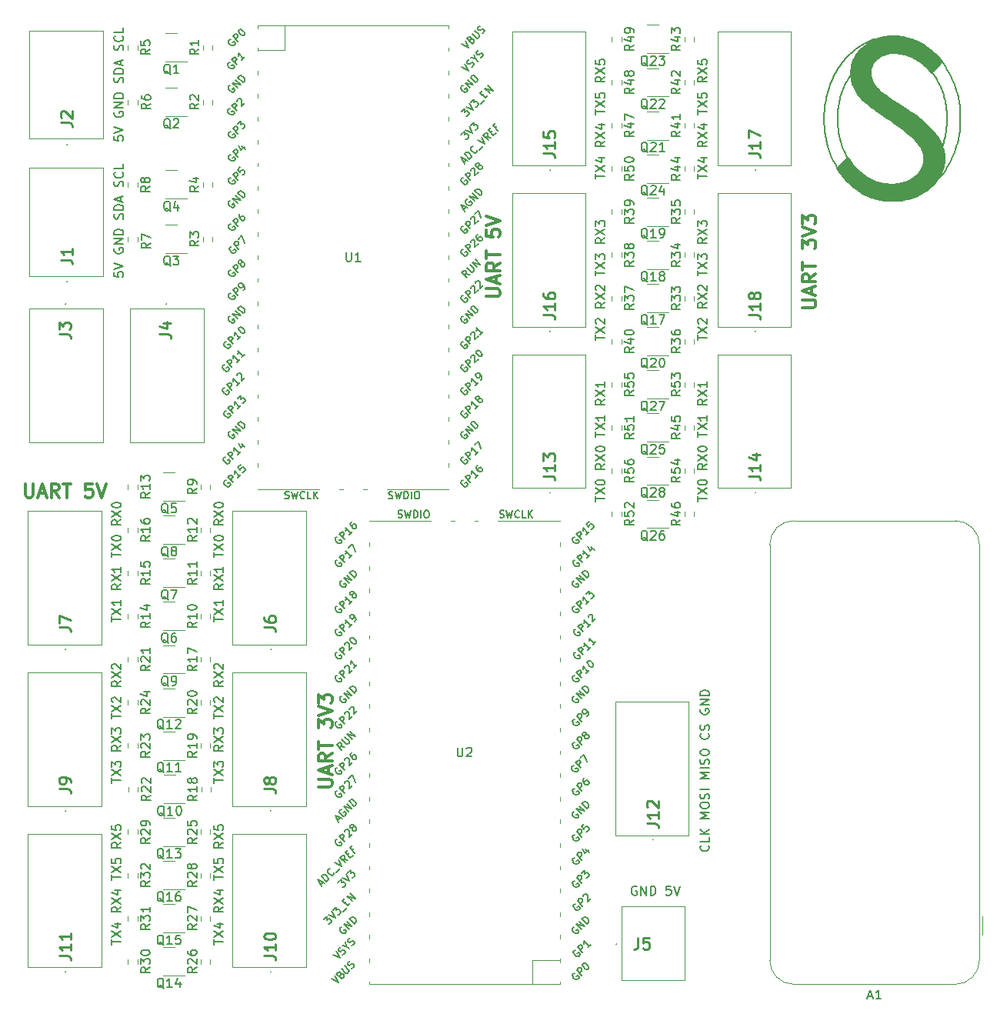
<source format=gbr>
%TF.GenerationSoftware,KiCad,Pcbnew,(6.0.7)*%
%TF.CreationDate,2022-10-24T13:35:24+01:00*%
%TF.ProjectId,Interface,496e7465-7266-4616-9365-2e6b69636164,rev?*%
%TF.SameCoordinates,Original*%
%TF.FileFunction,Legend,Top*%
%TF.FilePolarity,Positive*%
%FSLAX46Y46*%
G04 Gerber Fmt 4.6, Leading zero omitted, Abs format (unit mm)*
G04 Created by KiCad (PCBNEW (6.0.7)) date 2022-10-24 13:35:24*
%MOMM*%
%LPD*%
G01*
G04 APERTURE LIST*
%ADD10C,0.150641*%
%ADD11C,0.300000*%
%ADD12C,0.200000*%
%ADD13C,0.254000*%
%ADD14C,0.150000*%
%ADD15C,0.100000*%
%ADD16C,0.120000*%
G04 APERTURE END LIST*
D10*
X112460878Y-30752320D02*
X112148631Y-30967302D01*
X103270479Y-29381940D02*
X103006715Y-29051527D01*
X103181318Y-19755284D02*
X103097596Y-19972451D01*
X111448741Y-29475710D02*
X111625192Y-29358640D01*
X114464663Y-21279585D02*
X114418148Y-21047996D01*
X113391349Y-27508837D02*
X113506575Y-27318606D01*
X112881284Y-28214251D02*
X113016175Y-28046224D01*
X105574632Y-16662633D02*
X105400378Y-16789075D01*
X104173005Y-15672901D02*
X104373204Y-15506421D01*
X102683068Y-24535760D02*
X102744669Y-24884054D01*
X114306513Y-25404242D02*
X114365432Y-25175656D01*
X105664701Y-14670153D02*
X105888762Y-14562367D01*
X101168857Y-24419376D02*
X101126314Y-23977763D01*
X105066390Y-17058065D02*
X104906655Y-17200613D01*
X112281681Y-17199151D02*
X112120320Y-17057240D01*
X107980068Y-15707389D02*
X107787319Y-15734461D01*
X111799408Y-29235020D02*
X111968709Y-29105848D01*
X115781691Y-25648488D02*
X115671080Y-26060799D01*
X112589202Y-17498534D02*
X112437975Y-17346249D01*
X104751760Y-17348530D02*
X104601706Y-17501815D01*
X113616583Y-18903543D02*
X113505897Y-18709763D01*
X106291618Y-16229487D02*
X106110442Y-16326171D01*
X103401751Y-26819031D02*
X103559178Y-27115730D01*
X107787319Y-15734461D02*
X107595856Y-15769267D01*
X103011608Y-25884711D02*
X103127966Y-26203522D01*
X112754745Y-15456375D02*
X113055874Y-15710031D01*
X101559003Y-19844238D02*
X101647718Y-19568015D01*
X105400378Y-16789075D02*
X105230964Y-16920885D01*
X112148631Y-30967302D02*
X111828897Y-31161810D01*
X113143432Y-18159543D02*
X113012476Y-17986511D01*
X116011422Y-24358049D02*
X115951862Y-24797113D01*
X113012476Y-17986511D02*
X112876452Y-17818665D01*
X101281284Y-20977340D02*
X101339142Y-20689833D01*
X109673618Y-14086630D02*
X110048940Y-14157653D01*
X113822755Y-26714609D02*
X113918887Y-26503494D01*
X104325784Y-28228817D02*
X104548824Y-28482700D01*
X104548824Y-28482700D02*
X104777461Y-28720204D01*
X101943145Y-27271156D02*
X101781481Y-26889420D01*
X102530237Y-28365040D02*
X102317523Y-28008966D01*
X112741478Y-28376728D02*
X112881284Y-28214251D01*
X113062908Y-30260931D02*
X112765637Y-30516863D01*
X104049888Y-18168647D02*
X103924033Y-18348777D01*
X110693323Y-16140529D02*
X110506739Y-16059314D01*
X112596755Y-28533653D02*
X112741478Y-28376728D01*
D11*
G36*
X108847093Y-14002019D02*
G01*
X109176062Y-14024810D01*
X109340530Y-14041457D01*
X109504797Y-14061718D01*
X109668721Y-14085678D01*
X109832159Y-14113421D01*
X109994969Y-14145033D01*
X110157009Y-14180599D01*
X110318137Y-14220202D01*
X110478209Y-14263928D01*
X110637083Y-14311862D01*
X110794618Y-14364089D01*
X110950670Y-14420692D01*
X111105098Y-14481758D01*
X111257759Y-14547370D01*
X111408510Y-14617614D01*
X111562247Y-14692827D01*
X111718345Y-14773865D01*
X111876549Y-14861082D01*
X112036609Y-14954835D01*
X112198270Y-15055480D01*
X112361282Y-15163373D01*
X112525391Y-15278869D01*
X112690345Y-15402325D01*
X112855892Y-15534096D01*
X113021780Y-15674539D01*
X113187755Y-15824009D01*
X113353566Y-15982862D01*
X113518960Y-16151454D01*
X113683685Y-16330142D01*
X113847489Y-16519280D01*
X114010118Y-16719225D01*
X112908899Y-17860996D01*
X112771621Y-17699853D01*
X112630542Y-17544920D01*
X112486272Y-17396326D01*
X112339420Y-17254202D01*
X112190595Y-17118678D01*
X112040406Y-16989883D01*
X111889461Y-16867949D01*
X111738371Y-16753005D01*
X111587744Y-16645182D01*
X111438190Y-16544609D01*
X111290316Y-16451418D01*
X111144734Y-16365737D01*
X111002051Y-16287698D01*
X110862876Y-16217430D01*
X110727819Y-16155063D01*
X110597490Y-16100729D01*
X110500032Y-16055147D01*
X110400521Y-16012984D01*
X110299099Y-15974108D01*
X110195908Y-15938389D01*
X110091091Y-15905699D01*
X109984789Y-15875906D01*
X109877145Y-15848882D01*
X109768302Y-15824495D01*
X109658402Y-15802616D01*
X109547586Y-15783115D01*
X109323779Y-15750727D01*
X109098020Y-15726291D01*
X108871446Y-15708768D01*
X108725318Y-15703702D01*
X108581128Y-15706940D01*
X108439070Y-15718082D01*
X108299338Y-15736726D01*
X108162126Y-15762471D01*
X108027628Y-15794915D01*
X107896037Y-15833659D01*
X107767549Y-15878299D01*
X107642356Y-15928436D01*
X107520654Y-15983668D01*
X107402635Y-16043593D01*
X107288494Y-16107811D01*
X107178425Y-16175921D01*
X107072622Y-16247520D01*
X106971279Y-16322209D01*
X106874589Y-16399585D01*
X106784857Y-16479288D01*
X106700948Y-16561225D01*
X106622857Y-16645402D01*
X106550580Y-16731824D01*
X106484112Y-16820497D01*
X106423449Y-16911427D01*
X106368585Y-17004620D01*
X106319517Y-17100081D01*
X106276238Y-17197816D01*
X106238746Y-17297831D01*
X106207034Y-17400131D01*
X106181099Y-17504722D01*
X106160935Y-17611610D01*
X106146538Y-17720800D01*
X106137903Y-17832299D01*
X106135026Y-17946111D01*
X106136060Y-18015830D01*
X106139162Y-18085276D01*
X106144332Y-18154450D01*
X106151570Y-18223350D01*
X106160876Y-18291977D01*
X106172250Y-18360332D01*
X106185692Y-18428414D01*
X106201202Y-18496222D01*
X106218780Y-18563758D01*
X106238425Y-18631021D01*
X106260139Y-18698012D01*
X106283921Y-18764729D01*
X106309771Y-18831174D01*
X106337689Y-18897346D01*
X106367674Y-18963245D01*
X106399728Y-19028871D01*
X106434522Y-19094724D01*
X106472728Y-19161304D01*
X106514347Y-19228613D01*
X106559377Y-19296649D01*
X106607820Y-19365413D01*
X106659675Y-19434904D01*
X106714942Y-19505123D01*
X106773621Y-19576070D01*
X106835712Y-19647745D01*
X106901215Y-19720147D01*
X106970130Y-19793277D01*
X107042457Y-19867135D01*
X107118196Y-19941720D01*
X107197347Y-20017033D01*
X107279910Y-20093073D01*
X107365884Y-20169841D01*
X107489139Y-20267894D01*
X107666988Y-20399055D01*
X107899429Y-20563325D01*
X108186466Y-20760704D01*
X108528096Y-20991191D01*
X108924323Y-21254787D01*
X109375145Y-21551492D01*
X109880563Y-21881305D01*
X110487726Y-22286066D01*
X111045256Y-22679548D01*
X111553154Y-23061751D01*
X112011419Y-23432676D01*
X112221939Y-23613909D01*
X112420052Y-23792323D01*
X112605757Y-23967916D01*
X112779055Y-24140690D01*
X112939945Y-24310645D01*
X113088427Y-24477779D01*
X113224501Y-24642094D01*
X113348169Y-24803588D01*
X113461957Y-24963719D01*
X113568405Y-25123940D01*
X113667511Y-25284253D01*
X113759276Y-25444657D01*
X113843700Y-25605151D01*
X113920783Y-25765737D01*
X113990524Y-25926414D01*
X114052924Y-26087181D01*
X114107984Y-26248040D01*
X114155701Y-26408990D01*
X114196078Y-26570030D01*
X114229113Y-26731162D01*
X114254808Y-26892385D01*
X114273161Y-27053698D01*
X114284172Y-27215103D01*
X114287843Y-27376598D01*
X114281536Y-27607540D01*
X114262614Y-27834662D01*
X114231078Y-28057963D01*
X114186927Y-28277444D01*
X114130162Y-28493105D01*
X114060782Y-28704945D01*
X113978788Y-28912965D01*
X113884178Y-29117165D01*
X113776955Y-29317545D01*
X113657116Y-29514104D01*
X113524663Y-29706843D01*
X113379595Y-29895763D01*
X113221912Y-30080862D01*
X113051614Y-30262141D01*
X112868701Y-30439600D01*
X112673173Y-30613239D01*
X112457274Y-30765187D01*
X112240927Y-30909446D01*
X112023426Y-31045776D01*
X111804061Y-31173937D01*
X111582126Y-31293687D01*
X111356913Y-31404786D01*
X111127715Y-31506994D01*
X110893823Y-31600070D01*
X110654530Y-31683773D01*
X110409129Y-31757864D01*
X110156912Y-31822100D01*
X109897171Y-31876242D01*
X109629198Y-31920050D01*
X109352286Y-31953281D01*
X109065728Y-31975697D01*
X108768815Y-31987056D01*
X108538390Y-31988229D01*
X108312209Y-31982933D01*
X108090121Y-31971221D01*
X107871976Y-31953147D01*
X107657623Y-31928763D01*
X107446913Y-31898122D01*
X107239694Y-31861278D01*
X107035817Y-31818284D01*
X106835130Y-31769192D01*
X106637484Y-31714055D01*
X106442729Y-31652927D01*
X106250714Y-31585860D01*
X106061288Y-31512908D01*
X105874301Y-31434124D01*
X105689603Y-31349560D01*
X105507043Y-31259269D01*
X105325033Y-31150490D01*
X105140102Y-31033655D01*
X104952917Y-30908667D01*
X104764147Y-30775429D01*
X104574460Y-30633846D01*
X104384526Y-30483820D01*
X104195013Y-30325255D01*
X104006588Y-30158055D01*
X103819922Y-29982123D01*
X103635681Y-29797362D01*
X103454535Y-29603677D01*
X103277152Y-29400969D01*
X103104201Y-29189144D01*
X102936350Y-28968104D01*
X102774268Y-28737752D01*
X102618625Y-28497996D01*
X103708261Y-27371540D01*
X103833675Y-27570198D01*
X103962702Y-27761250D01*
X104095154Y-27944768D01*
X104230845Y-28120828D01*
X104369586Y-28289502D01*
X104511191Y-28450866D01*
X104655471Y-28604992D01*
X104802239Y-28751954D01*
X104951307Y-28891827D01*
X105102489Y-29024685D01*
X105410441Y-29269648D01*
X105724595Y-29487436D01*
X106043451Y-29678640D01*
X106365508Y-29843850D01*
X106689266Y-29983658D01*
X107013226Y-30098656D01*
X107335886Y-30189433D01*
X107655748Y-30256582D01*
X107971310Y-30300694D01*
X108281073Y-30322359D01*
X108583536Y-30322170D01*
X108826431Y-30309126D01*
X109065653Y-30287351D01*
X109183882Y-30272927D01*
X109301189Y-30256005D01*
X109417572Y-30236481D01*
X109533029Y-30214249D01*
X109647559Y-30189205D01*
X109761161Y-30161243D01*
X109873833Y-30130258D01*
X109985573Y-30096147D01*
X110096382Y-30058802D01*
X110206256Y-30018120D01*
X110315194Y-29973996D01*
X110423196Y-29926324D01*
X110529131Y-29874342D01*
X110631859Y-29820268D01*
X110731382Y-29764102D01*
X110827699Y-29705844D01*
X110920811Y-29645493D01*
X111010717Y-29583051D01*
X111097417Y-29518517D01*
X111180912Y-29451890D01*
X111261202Y-29383172D01*
X111338286Y-29312361D01*
X111412164Y-29239459D01*
X111482837Y-29164464D01*
X111550305Y-29087377D01*
X111614567Y-29008199D01*
X111675624Y-28926928D01*
X111733476Y-28843565D01*
X111787967Y-28758837D01*
X111838944Y-28673473D01*
X111886404Y-28587472D01*
X111930350Y-28500835D01*
X111970780Y-28413561D01*
X112007694Y-28325650D01*
X112041093Y-28237103D01*
X112070977Y-28147919D01*
X112097344Y-28058098D01*
X112120197Y-27967641D01*
X112139533Y-27876547D01*
X112155354Y-27784816D01*
X112167659Y-27692448D01*
X112176449Y-27599444D01*
X112181723Y-27505803D01*
X112183481Y-27411525D01*
X112180895Y-27303968D01*
X112173140Y-27196683D01*
X112160215Y-27089672D01*
X112142119Y-26982933D01*
X112118853Y-26876467D01*
X112090418Y-26770274D01*
X112056812Y-26664354D01*
X112018036Y-26558707D01*
X111974091Y-26453332D01*
X111924975Y-26348231D01*
X111870689Y-26243402D01*
X111811234Y-26138846D01*
X111746609Y-26034563D01*
X111676814Y-25930552D01*
X111601849Y-25826815D01*
X111521715Y-25723350D01*
X111401670Y-25578910D01*
X111269837Y-25430832D01*
X111126216Y-25279116D01*
X110970807Y-25123761D01*
X110803610Y-24964767D01*
X110624625Y-24802135D01*
X110433853Y-24635865D01*
X110231293Y-24465956D01*
X110016946Y-24292409D01*
X109790811Y-24115224D01*
X109552888Y-23934400D01*
X109303179Y-23749937D01*
X109041682Y-23561837D01*
X108768399Y-23370097D01*
X108483329Y-23174720D01*
X108186471Y-22975704D01*
X107606402Y-22585131D01*
X107083822Y-22222574D01*
X106618732Y-21888032D01*
X106211132Y-21581504D01*
X105861023Y-21302992D01*
X105568405Y-21052496D01*
X105333277Y-20830014D01*
X105237273Y-20729279D01*
X105155641Y-20635547D01*
X105030631Y-20483420D01*
X104913687Y-20329747D01*
X104804809Y-20174527D01*
X104703995Y-20017762D01*
X104611247Y-19859450D01*
X104526564Y-19699591D01*
X104449946Y-19538187D01*
X104381394Y-19375236D01*
X104320906Y-19210739D01*
X104268484Y-19044696D01*
X104224127Y-18877106D01*
X104187834Y-18707970D01*
X104159607Y-18537289D01*
X104139445Y-18365061D01*
X104127348Y-18191286D01*
X104123315Y-18015966D01*
X104125693Y-17877028D01*
X104132827Y-17739637D01*
X104144718Y-17603792D01*
X104161364Y-17469493D01*
X104182767Y-17336740D01*
X104208926Y-17205534D01*
X104239841Y-17075874D01*
X104275513Y-16947760D01*
X104315941Y-16821193D01*
X104361125Y-16696172D01*
X104411066Y-16572697D01*
X104465764Y-16450768D01*
X104525217Y-16330386D01*
X104589428Y-16211550D01*
X104658395Y-16094260D01*
X104732118Y-15978517D01*
X104810133Y-15865092D01*
X104891973Y-15754760D01*
X104977640Y-15647520D01*
X105067132Y-15543374D01*
X105160450Y-15442319D01*
X105257594Y-15344358D01*
X105358563Y-15249489D01*
X105463358Y-15157713D01*
X105571979Y-15069029D01*
X105684425Y-14983438D01*
X105800697Y-14900939D01*
X105920795Y-14821533D01*
X106044718Y-14745219D01*
X106172466Y-14671998D01*
X106304040Y-14601870D01*
X106439439Y-14534833D01*
X106579126Y-14469551D01*
X106720251Y-14407710D01*
X106862813Y-14349487D01*
X107006813Y-14295058D01*
X107152252Y-14244599D01*
X107299129Y-14198287D01*
X107447445Y-14156298D01*
X107597201Y-14118809D01*
X107748396Y-14085995D01*
X107901030Y-14058032D01*
X108055105Y-14035098D01*
X108210621Y-14017369D01*
X108367577Y-14005020D01*
X108525974Y-13998228D01*
X108685813Y-13997169D01*
X108847093Y-14002019D01*
G37*
X108847093Y-14002019D02*
X109176062Y-14024810D01*
X109340530Y-14041457D01*
X109504797Y-14061718D01*
X109668721Y-14085678D01*
X109832159Y-14113421D01*
X109994969Y-14145033D01*
X110157009Y-14180599D01*
X110318137Y-14220202D01*
X110478209Y-14263928D01*
X110637083Y-14311862D01*
X110794618Y-14364089D01*
X110950670Y-14420692D01*
X111105098Y-14481758D01*
X111257759Y-14547370D01*
X111408510Y-14617614D01*
X111562247Y-14692827D01*
X111718345Y-14773865D01*
X111876549Y-14861082D01*
X112036609Y-14954835D01*
X112198270Y-15055480D01*
X112361282Y-15163373D01*
X112525391Y-15278869D01*
X112690345Y-15402325D01*
X112855892Y-15534096D01*
X113021780Y-15674539D01*
X113187755Y-15824009D01*
X113353566Y-15982862D01*
X113518960Y-16151454D01*
X113683685Y-16330142D01*
X113847489Y-16519280D01*
X114010118Y-16719225D01*
X112908899Y-17860996D01*
X112771621Y-17699853D01*
X112630542Y-17544920D01*
X112486272Y-17396326D01*
X112339420Y-17254202D01*
X112190595Y-17118678D01*
X112040406Y-16989883D01*
X111889461Y-16867949D01*
X111738371Y-16753005D01*
X111587744Y-16645182D01*
X111438190Y-16544609D01*
X111290316Y-16451418D01*
X111144734Y-16365737D01*
X111002051Y-16287698D01*
X110862876Y-16217430D01*
X110727819Y-16155063D01*
X110597490Y-16100729D01*
X110500032Y-16055147D01*
X110400521Y-16012984D01*
X110299099Y-15974108D01*
X110195908Y-15938389D01*
X110091091Y-15905699D01*
X109984789Y-15875906D01*
X109877145Y-15848882D01*
X109768302Y-15824495D01*
X109658402Y-15802616D01*
X109547586Y-15783115D01*
X109323779Y-15750727D01*
X109098020Y-15726291D01*
X108871446Y-15708768D01*
X108725318Y-15703702D01*
X108581128Y-15706940D01*
X108439070Y-15718082D01*
X108299338Y-15736726D01*
X108162126Y-15762471D01*
X108027628Y-15794915D01*
X107896037Y-15833659D01*
X107767549Y-15878299D01*
X107642356Y-15928436D01*
X107520654Y-15983668D01*
X107402635Y-16043593D01*
X107288494Y-16107811D01*
X107178425Y-16175921D01*
X107072622Y-16247520D01*
X106971279Y-16322209D01*
X106874589Y-16399585D01*
X106784857Y-16479288D01*
X106700948Y-16561225D01*
X106622857Y-16645402D01*
X106550580Y-16731824D01*
X106484112Y-16820497D01*
X106423449Y-16911427D01*
X106368585Y-17004620D01*
X106319517Y-17100081D01*
X106276238Y-17197816D01*
X106238746Y-17297831D01*
X106207034Y-17400131D01*
X106181099Y-17504722D01*
X106160935Y-17611610D01*
X106146538Y-17720800D01*
X106137903Y-17832299D01*
X106135026Y-17946111D01*
X106136060Y-18015830D01*
X106139162Y-18085276D01*
X106144332Y-18154450D01*
X106151570Y-18223350D01*
X106160876Y-18291977D01*
X106172250Y-18360332D01*
X106185692Y-18428414D01*
X106201202Y-18496222D01*
X106218780Y-18563758D01*
X106238425Y-18631021D01*
X106260139Y-18698012D01*
X106283921Y-18764729D01*
X106309771Y-18831174D01*
X106337689Y-18897346D01*
X106367674Y-18963245D01*
X106399728Y-19028871D01*
X106434522Y-19094724D01*
X106472728Y-19161304D01*
X106514347Y-19228613D01*
X106559377Y-19296649D01*
X106607820Y-19365413D01*
X106659675Y-19434904D01*
X106714942Y-19505123D01*
X106773621Y-19576070D01*
X106835712Y-19647745D01*
X106901215Y-19720147D01*
X106970130Y-19793277D01*
X107042457Y-19867135D01*
X107118196Y-19941720D01*
X107197347Y-20017033D01*
X107279910Y-20093073D01*
X107365884Y-20169841D01*
X107489139Y-20267894D01*
X107666988Y-20399055D01*
X107899429Y-20563325D01*
X108186466Y-20760704D01*
X108528096Y-20991191D01*
X108924323Y-21254787D01*
X109375145Y-21551492D01*
X109880563Y-21881305D01*
X110487726Y-22286066D01*
X111045256Y-22679548D01*
X111553154Y-23061751D01*
X112011419Y-23432676D01*
X112221939Y-23613909D01*
X112420052Y-23792323D01*
X112605757Y-23967916D01*
X112779055Y-24140690D01*
X112939945Y-24310645D01*
X113088427Y-24477779D01*
X113224501Y-24642094D01*
X113348169Y-24803588D01*
X113461957Y-24963719D01*
X113568405Y-25123940D01*
X113667511Y-25284253D01*
X113759276Y-25444657D01*
X113843700Y-25605151D01*
X113920783Y-25765737D01*
X113990524Y-25926414D01*
X114052924Y-26087181D01*
X114107984Y-26248040D01*
X114155701Y-26408990D01*
X114196078Y-26570030D01*
X114229113Y-26731162D01*
X114254808Y-26892385D01*
X114273161Y-27053698D01*
X114284172Y-27215103D01*
X114287843Y-27376598D01*
X114281536Y-27607540D01*
X114262614Y-27834662D01*
X114231078Y-28057963D01*
X114186927Y-28277444D01*
X114130162Y-28493105D01*
X114060782Y-28704945D01*
X113978788Y-28912965D01*
X113884178Y-29117165D01*
X113776955Y-29317545D01*
X113657116Y-29514104D01*
X113524663Y-29706843D01*
X113379595Y-29895763D01*
X113221912Y-30080862D01*
X113051614Y-30262141D01*
X112868701Y-30439600D01*
X112673173Y-30613239D01*
X112457274Y-30765187D01*
X112240927Y-30909446D01*
X112023426Y-31045776D01*
X111804061Y-31173937D01*
X111582126Y-31293687D01*
X111356913Y-31404786D01*
X111127715Y-31506994D01*
X110893823Y-31600070D01*
X110654530Y-31683773D01*
X110409129Y-31757864D01*
X110156912Y-31822100D01*
X109897171Y-31876242D01*
X109629198Y-31920050D01*
X109352286Y-31953281D01*
X109065728Y-31975697D01*
X108768815Y-31987056D01*
X108538390Y-31988229D01*
X108312209Y-31982933D01*
X108090121Y-31971221D01*
X107871976Y-31953147D01*
X107657623Y-31928763D01*
X107446913Y-31898122D01*
X107239694Y-31861278D01*
X107035817Y-31818284D01*
X106835130Y-31769192D01*
X106637484Y-31714055D01*
X106442729Y-31652927D01*
X106250714Y-31585860D01*
X106061288Y-31512908D01*
X105874301Y-31434124D01*
X105689603Y-31349560D01*
X105507043Y-31259269D01*
X105325033Y-31150490D01*
X105140102Y-31033655D01*
X104952917Y-30908667D01*
X104764147Y-30775429D01*
X104574460Y-30633846D01*
X104384526Y-30483820D01*
X104195013Y-30325255D01*
X104006588Y-30158055D01*
X103819922Y-29982123D01*
X103635681Y-29797362D01*
X103454535Y-29603677D01*
X103277152Y-29400969D01*
X103104201Y-29189144D01*
X102936350Y-28968104D01*
X102774268Y-28737752D01*
X102618625Y-28497996D01*
X103708261Y-27371540D01*
X103833675Y-27570198D01*
X103962702Y-27761250D01*
X104095154Y-27944768D01*
X104230845Y-28120828D01*
X104369586Y-28289502D01*
X104511191Y-28450866D01*
X104655471Y-28604992D01*
X104802239Y-28751954D01*
X104951307Y-28891827D01*
X105102489Y-29024685D01*
X105410441Y-29269648D01*
X105724595Y-29487436D01*
X106043451Y-29678640D01*
X106365508Y-29843850D01*
X106689266Y-29983658D01*
X107013226Y-30098656D01*
X107335886Y-30189433D01*
X107655748Y-30256582D01*
X107971310Y-30300694D01*
X108281073Y-30322359D01*
X108583536Y-30322170D01*
X108826431Y-30309126D01*
X109065653Y-30287351D01*
X109183882Y-30272927D01*
X109301189Y-30256005D01*
X109417572Y-30236481D01*
X109533029Y-30214249D01*
X109647559Y-30189205D01*
X109761161Y-30161243D01*
X109873833Y-30130258D01*
X109985573Y-30096147D01*
X110096382Y-30058802D01*
X110206256Y-30018120D01*
X110315194Y-29973996D01*
X110423196Y-29926324D01*
X110529131Y-29874342D01*
X110631859Y-29820268D01*
X110731382Y-29764102D01*
X110827699Y-29705844D01*
X110920811Y-29645493D01*
X111010717Y-29583051D01*
X111097417Y-29518517D01*
X111180912Y-29451890D01*
X111261202Y-29383172D01*
X111338286Y-29312361D01*
X111412164Y-29239459D01*
X111482837Y-29164464D01*
X111550305Y-29087377D01*
X111614567Y-29008199D01*
X111675624Y-28926928D01*
X111733476Y-28843565D01*
X111787967Y-28758837D01*
X111838944Y-28673473D01*
X111886404Y-28587472D01*
X111930350Y-28500835D01*
X111970780Y-28413561D01*
X112007694Y-28325650D01*
X112041093Y-28237103D01*
X112070977Y-28147919D01*
X112097344Y-28058098D01*
X112120197Y-27967641D01*
X112139533Y-27876547D01*
X112155354Y-27784816D01*
X112167659Y-27692448D01*
X112176449Y-27599444D01*
X112181723Y-27505803D01*
X112183481Y-27411525D01*
X112180895Y-27303968D01*
X112173140Y-27196683D01*
X112160215Y-27089672D01*
X112142119Y-26982933D01*
X112118853Y-26876467D01*
X112090418Y-26770274D01*
X112056812Y-26664354D01*
X112018036Y-26558707D01*
X111974091Y-26453332D01*
X111924975Y-26348231D01*
X111870689Y-26243402D01*
X111811234Y-26138846D01*
X111746609Y-26034563D01*
X111676814Y-25930552D01*
X111601849Y-25826815D01*
X111521715Y-25723350D01*
X111401670Y-25578910D01*
X111269837Y-25430832D01*
X111126216Y-25279116D01*
X110970807Y-25123761D01*
X110803610Y-24964767D01*
X110624625Y-24802135D01*
X110433853Y-24635865D01*
X110231293Y-24465956D01*
X110016946Y-24292409D01*
X109790811Y-24115224D01*
X109552888Y-23934400D01*
X109303179Y-23749937D01*
X109041682Y-23561837D01*
X108768399Y-23370097D01*
X108483329Y-23174720D01*
X108186471Y-22975704D01*
X107606402Y-22585131D01*
X107083822Y-22222574D01*
X106618732Y-21888032D01*
X106211132Y-21581504D01*
X105861023Y-21302992D01*
X105568405Y-21052496D01*
X105333277Y-20830014D01*
X105237273Y-20729279D01*
X105155641Y-20635547D01*
X105030631Y-20483420D01*
X104913687Y-20329747D01*
X104804809Y-20174527D01*
X104703995Y-20017762D01*
X104611247Y-19859450D01*
X104526564Y-19699591D01*
X104449946Y-19538187D01*
X104381394Y-19375236D01*
X104320906Y-19210739D01*
X104268484Y-19044696D01*
X104224127Y-18877106D01*
X104187834Y-18707970D01*
X104159607Y-18537289D01*
X104139445Y-18365061D01*
X104127348Y-18191286D01*
X104123315Y-18015966D01*
X104125693Y-17877028D01*
X104132827Y-17739637D01*
X104144718Y-17603792D01*
X104161364Y-17469493D01*
X104182767Y-17336740D01*
X104208926Y-17205534D01*
X104239841Y-17075874D01*
X104275513Y-16947760D01*
X104315941Y-16821193D01*
X104361125Y-16696172D01*
X104411066Y-16572697D01*
X104465764Y-16450768D01*
X104525217Y-16330386D01*
X104589428Y-16211550D01*
X104658395Y-16094260D01*
X104732118Y-15978517D01*
X104810133Y-15865092D01*
X104891973Y-15754760D01*
X104977640Y-15647520D01*
X105067132Y-15543374D01*
X105160450Y-15442319D01*
X105257594Y-15344358D01*
X105358563Y-15249489D01*
X105463358Y-15157713D01*
X105571979Y-15069029D01*
X105684425Y-14983438D01*
X105800697Y-14900939D01*
X105920795Y-14821533D01*
X106044718Y-14745219D01*
X106172466Y-14671998D01*
X106304040Y-14601870D01*
X106439439Y-14534833D01*
X106579126Y-14469551D01*
X106720251Y-14407710D01*
X106862813Y-14349487D01*
X107006813Y-14295058D01*
X107152252Y-14244599D01*
X107299129Y-14198287D01*
X107447445Y-14156298D01*
X107597201Y-14118809D01*
X107748396Y-14085995D01*
X107901030Y-14058032D01*
X108055105Y-14035098D01*
X108210621Y-14017369D01*
X108367577Y-14005020D01*
X108525974Y-13998228D01*
X108685813Y-13997169D01*
X108847093Y-14002019D01*
D10*
X102819959Y-25224977D02*
X102908939Y-25558530D01*
X101848291Y-19024031D02*
X101960149Y-18756270D01*
X109381104Y-31950078D02*
X109001468Y-31980790D01*
X107087041Y-30120658D02*
X107371645Y-30194366D01*
X113146149Y-27872646D02*
X113271207Y-27693516D01*
X112120320Y-17057240D02*
X111953890Y-16920516D01*
X114464663Y-24709748D02*
X114504975Y-24472426D01*
X107371645Y-30194366D02*
X107661845Y-30251695D01*
X101304997Y-25276939D02*
X101228418Y-24852435D01*
X114418148Y-24944158D02*
X114464663Y-24709748D01*
X101398592Y-25692890D02*
X101304997Y-25276939D01*
X104728277Y-30757827D02*
X104421288Y-30523417D01*
X102079721Y-18491331D02*
X102079721Y-18491331D01*
X110048940Y-14157653D02*
X110416019Y-14248970D01*
X108566026Y-15672576D02*
X108566026Y-15672582D01*
X108566026Y-30325403D02*
X108566026Y-30325403D01*
X115875285Y-20731287D02*
X115951862Y-21163754D01*
X111625192Y-29358640D02*
X111625192Y-29358640D01*
X114008817Y-26289468D02*
X114092544Y-26072529D01*
X109358647Y-15734454D02*
X109162534Y-15707383D01*
X102580401Y-23446653D02*
X102600934Y-23817060D01*
X105574632Y-16662633D02*
X105574632Y-16662633D01*
X103006715Y-29051527D02*
X102759967Y-28712561D01*
X114539086Y-21752047D02*
X114504975Y-21514269D01*
X115671080Y-19894472D02*
X115781691Y-20308193D01*
X110117913Y-31827231D02*
X109753252Y-31898892D01*
X115398806Y-26858666D02*
X115237143Y-27244223D01*
X101781481Y-26889420D02*
X101636834Y-26499131D01*
X102585960Y-22559471D02*
X102576657Y-22812672D01*
X104790391Y-15195026D02*
X105005679Y-15049749D01*
X108369421Y-15676450D02*
X108174102Y-15688052D01*
X101960149Y-18756270D02*
X102079721Y-18491331D01*
X109162534Y-15707383D02*
X108965059Y-15688046D01*
X102685188Y-21576696D02*
X102651078Y-21817885D01*
X102478836Y-17733090D02*
X102623068Y-17494721D01*
X111244909Y-16430583D02*
X111062408Y-16326164D01*
X104316117Y-17824493D02*
X104180582Y-17993886D01*
X102908939Y-25558530D02*
X103011608Y-25884711D01*
X106474080Y-16140537D02*
X106291618Y-16229487D01*
X114566994Y-23989046D02*
X114588701Y-23742988D01*
X101092279Y-23068876D02*
X101092279Y-23068876D01*
X109938818Y-15862077D02*
X109746789Y-15811801D01*
X102744669Y-24884054D02*
X102819959Y-25224977D01*
X106808034Y-30030570D02*
X107087041Y-30120658D01*
X102623068Y-17494721D02*
X102772896Y-17263541D01*
X110318793Y-15985833D02*
X110129486Y-15920088D01*
X101478002Y-20123282D02*
X101559003Y-19844238D01*
X114566994Y-21992918D02*
X114539086Y-21752047D01*
X102948758Y-20415792D02*
X102883641Y-20641967D01*
X113352692Y-29984526D02*
X113062908Y-30260931D01*
X114173567Y-29038240D02*
X113909799Y-29370290D01*
X104790391Y-15195026D02*
X104790391Y-15195026D01*
X110774854Y-14360579D02*
X111125445Y-14492480D01*
X115237143Y-27244223D02*
X115058462Y-27620862D01*
X108004007Y-14014059D02*
X108250000Y-14000000D01*
X103255962Y-16613135D02*
X103428177Y-16410710D01*
X108766223Y-15676444D02*
X108566026Y-15672576D01*
X112133094Y-28971126D02*
X112292564Y-28830852D01*
X103258014Y-26514962D02*
X103401751Y-26819031D01*
X114170069Y-20152578D02*
X114092544Y-19936458D01*
X102824725Y-20871145D02*
X102772011Y-21103326D01*
X107093222Y-31827960D02*
X106732228Y-31736234D01*
X112765637Y-30516863D02*
X112460878Y-30752320D01*
X109378010Y-30264981D02*
X109576090Y-30230994D01*
X111089941Y-29687191D02*
X111270324Y-29585227D01*
X114613508Y-22734096D02*
X114604205Y-22483943D01*
X112437975Y-17346249D02*
X112281681Y-17199151D01*
X115237143Y-18709544D02*
X115398806Y-19095147D01*
X106732228Y-31736234D02*
X106378949Y-31624125D01*
X102928321Y-17039550D02*
X103089343Y-16822748D01*
X110129486Y-15920088D02*
X109938818Y-15862077D01*
X108498185Y-13995313D02*
X108498185Y-13995313D01*
X114170069Y-25852679D02*
X114241392Y-25629916D01*
X106534624Y-29924103D02*
X106808034Y-30030570D01*
X103097596Y-19972451D02*
X103020076Y-20192620D01*
X111605829Y-16662628D02*
X111605829Y-16662628D01*
X105930552Y-16430591D02*
X105751949Y-16542745D01*
X109553399Y-15769260D02*
X109358647Y-15734454D01*
X101096136Y-22761622D02*
X101107708Y-22457189D01*
X114616609Y-22987342D02*
X114616609Y-22987342D01*
X105751949Y-16542745D02*
X105574632Y-16662633D01*
X109753252Y-31898892D02*
X109381104Y-31950078D01*
X116053965Y-22056806D02*
X116079490Y-22517391D01*
X109001468Y-31980790D02*
X108614343Y-31991027D01*
X113722278Y-26921492D02*
X113822755Y-26714609D01*
X115781691Y-20308193D02*
X115875285Y-20731287D01*
X104180582Y-17993886D02*
X104049888Y-18168647D01*
X108498185Y-13995313D02*
X108498185Y-13995313D01*
X109746789Y-15811801D02*
X109553399Y-15769260D01*
X106343464Y-14374911D02*
X106574105Y-14295243D01*
X110536994Y-29947764D02*
X110723276Y-29868459D01*
X103686845Y-18725143D02*
X103575511Y-18921380D01*
X113909799Y-29370290D02*
X113634989Y-29687645D01*
X104777461Y-28720204D02*
X105011694Y-28941328D01*
X111953890Y-16920516D02*
X111782393Y-16788978D01*
X114862765Y-17966456D02*
X115058462Y-18333314D01*
X114241392Y-20371791D02*
X114170069Y-20152578D01*
X101339142Y-20689833D02*
X101404715Y-20405147D01*
X107760207Y-14037491D02*
X108004007Y-14014059D01*
X107957642Y-30292644D02*
X108259036Y-30317213D01*
X105442833Y-14787313D02*
X105664701Y-14670153D01*
X107279187Y-14112473D02*
X107518600Y-14070296D01*
X113918887Y-19513502D02*
X113822755Y-19306665D01*
X107518600Y-14070296D02*
X107760207Y-14037491D01*
X104578999Y-15347129D02*
X104790391Y-15195026D01*
X112445372Y-15223011D02*
X112754745Y-15456375D01*
X115058462Y-18333314D02*
X115237143Y-18709544D01*
X105695536Y-31338756D02*
X105365402Y-31165497D01*
X102573556Y-23068876D02*
X102580401Y-23446653D01*
X115543452Y-19490123D02*
X115671080Y-19894472D01*
X101231140Y-21267668D02*
X101281284Y-20977340D01*
X114616609Y-22987342D02*
X114613508Y-22734096D01*
X106115016Y-14463953D02*
X106343464Y-14374911D01*
X115398806Y-19095147D02*
X115543452Y-19490123D01*
X113616885Y-27122824D02*
X113722278Y-26921492D01*
D11*
G36*
X102618625Y-28497996D02*
G01*
X102618623Y-28497999D01*
X102618623Y-28497993D01*
X102618625Y-28497996D01*
G37*
X102618625Y-28497996D02*
X102618623Y-28497999D01*
X102618623Y-28497993D01*
X102618625Y-28497996D01*
D10*
X115951862Y-21163754D02*
X116011422Y-21605594D01*
X104601706Y-17501815D02*
X104456491Y-17660470D01*
X108975951Y-30310297D02*
X109177964Y-30291416D01*
X112876452Y-17818665D02*
X112735361Y-17656006D01*
X108965059Y-15688046D02*
X108766223Y-15676444D01*
X101153995Y-21856787D02*
X101188710Y-21560817D01*
X106033385Y-31491632D02*
X105695536Y-31338756D01*
X111605829Y-16662628D02*
X111426050Y-16542738D01*
X103789398Y-16027428D02*
X103978403Y-15846570D01*
X101744148Y-19294612D02*
X101848291Y-19024031D01*
X104122013Y-30268623D02*
X103830453Y-29993446D01*
X107838353Y-31950261D02*
X107461930Y-31899302D01*
X103915101Y-27687015D02*
X104113598Y-27961601D01*
X113055874Y-15710031D02*
X113348759Y-15983980D01*
X102576657Y-22812672D02*
X102573556Y-23068876D01*
X101647718Y-19568015D02*
X101744148Y-19294612D01*
X110878546Y-16229479D02*
X110693323Y-16140529D01*
X101092279Y-23068876D02*
X101096136Y-22761622D01*
X108898240Y-14005459D02*
X109290051Y-14035898D01*
X114365432Y-20819500D02*
X114306513Y-20594099D01*
X104113598Y-27961601D02*
X104325784Y-28228817D01*
X113822755Y-19306665D02*
X113722203Y-19102511D01*
X103546608Y-29697885D02*
X103270479Y-29381940D01*
X109576090Y-30230994D02*
X109772204Y-30189453D01*
X103575511Y-18921380D02*
X103469018Y-19122985D01*
X107661845Y-30251695D02*
X107957642Y-30292644D01*
X101228418Y-24852435D02*
X101168857Y-24419376D01*
X113918887Y-26503494D02*
X114008817Y-26289468D01*
X108259036Y-30317213D02*
X108566026Y-30325403D01*
X103367364Y-19329959D02*
X103271240Y-19541121D01*
X102601464Y-22309273D02*
X102585960Y-22559471D01*
X106657828Y-16059322D02*
X106474080Y-16140537D01*
X105042982Y-30971854D02*
X104728277Y-30757827D01*
X112735361Y-17656006D02*
X112589202Y-17498534D01*
X103730295Y-27405058D02*
X103915101Y-27687015D01*
X108566026Y-15672576D02*
X108566026Y-15672576D01*
X113348759Y-15983980D02*
X113633401Y-16278222D01*
X106266811Y-29801256D02*
X106534624Y-29924103D01*
X113271207Y-27693516D02*
X113391349Y-27508837D01*
X114588701Y-22236883D02*
X114566994Y-21992918D01*
X107216788Y-15862085D02*
X107029182Y-15920096D01*
X113722203Y-19102511D02*
X113616583Y-18903543D01*
X111625192Y-29358640D02*
X111799408Y-29235020D01*
X114420317Y-28697273D02*
X114173567Y-29038240D01*
X111501676Y-31335843D02*
X111166967Y-31489402D01*
X113909799Y-16592756D02*
X113909799Y-16592756D01*
X116011422Y-21605594D02*
X116053965Y-22056806D01*
X107595856Y-15769267D02*
X107405679Y-15811809D01*
X103020076Y-20192620D02*
X102948758Y-20415792D01*
X111968709Y-29105848D02*
X112133094Y-28971126D01*
X103271240Y-19541121D02*
X103181318Y-19755284D01*
X101126314Y-23977763D02*
X101100788Y-23527596D01*
X114539086Y-24232192D02*
X114566994Y-23989046D01*
X112447117Y-28685028D02*
X112596755Y-28533653D01*
X108498185Y-13995313D02*
X108898240Y-14005459D01*
X102772896Y-17263541D02*
X102928321Y-17039550D01*
X110348746Y-30019515D02*
X110536994Y-29947764D01*
X114604205Y-22483943D02*
X114588701Y-22236883D01*
X106110442Y-16326171D02*
X105930552Y-16430591D01*
X115951862Y-24797113D02*
X115875285Y-25227259D01*
X105747974Y-29506424D02*
X106004594Y-29662030D01*
X103469018Y-19122985D02*
X103367364Y-19329959D01*
X105365402Y-31165497D02*
X105042982Y-30971854D01*
X108614343Y-31991027D02*
X108614343Y-31991027D01*
X101126994Y-22155577D02*
X101153995Y-21856787D01*
X115543452Y-26464191D02*
X115398806Y-26858666D01*
X108222491Y-31980836D02*
X107838353Y-31950261D01*
X107029182Y-15920096D02*
X106842862Y-15985841D01*
X114588701Y-23742988D02*
X114604205Y-23494018D01*
X109772204Y-30189453D02*
X109966351Y-30140360D01*
X113822755Y-26714609D02*
X113822755Y-26714609D01*
X108614343Y-31991027D02*
X108222491Y-31980836D01*
X108174102Y-15688052D02*
X107980068Y-15707389D01*
X103367364Y-19329959D02*
X103367364Y-19329959D01*
X111426050Y-16542738D02*
X111244909Y-16430583D01*
X111801896Y-14817160D02*
X112127756Y-15009939D01*
X105496951Y-29334438D02*
X105747974Y-29506424D01*
X105888762Y-14562367D02*
X106115016Y-14463953D01*
X116087999Y-22987348D02*
X116087999Y-22987348D01*
X111467793Y-14644674D02*
X111801896Y-14817160D01*
X101404715Y-20405147D02*
X101478002Y-20123282D01*
X102623170Y-22062077D02*
X102601464Y-22309273D01*
X111828897Y-31161810D02*
X111501676Y-31335843D01*
X110824770Y-31622486D02*
X110475085Y-31735096D01*
X114418148Y-21047996D02*
X114365432Y-20819500D01*
X114241392Y-25629916D02*
X114306513Y-25404242D01*
X102121825Y-27644338D02*
X101943145Y-27271156D01*
X103270479Y-29381940D02*
X103270479Y-29381940D01*
X113633401Y-16278222D02*
X113909799Y-16592756D01*
X112292564Y-28830852D02*
X112447117Y-28685028D01*
X114306513Y-20594099D02*
X114241392Y-20371791D01*
X115058462Y-27620862D02*
X114862765Y-27988584D01*
X114650049Y-17608972D02*
X114862765Y-17966456D01*
X109966351Y-30140360D02*
X110158532Y-30083714D01*
X110506739Y-16059314D02*
X110318793Y-15985833D01*
X114092544Y-26072529D02*
X114170069Y-25852679D01*
X104325784Y-28228817D02*
X104325784Y-28228817D01*
X114365432Y-25175656D02*
X114418148Y-24944158D01*
X102317523Y-28008966D02*
X102121825Y-27644338D01*
X111782393Y-16788978D02*
X111605829Y-16662628D01*
X108771972Y-30321626D02*
X108975951Y-30310297D01*
X107405679Y-15811809D02*
X107216788Y-15862085D01*
X111125445Y-14492480D02*
X111467793Y-14644674D01*
X101107708Y-22457189D02*
X101126994Y-22155577D01*
X107041966Y-14164024D02*
X107279187Y-14112473D01*
X116079490Y-23453166D02*
X116053965Y-23910066D01*
X102772011Y-21103326D02*
X102725499Y-21338509D01*
X102600934Y-23817060D02*
X102635157Y-24180095D01*
X114092544Y-19936458D02*
X114008817Y-19723433D01*
X108250000Y-14000000D02*
X108498185Y-13995313D01*
X114604205Y-23494018D02*
X114613508Y-23242136D01*
X116079490Y-22517391D02*
X116087999Y-22987348D01*
X111270324Y-29585227D02*
X111448741Y-29475710D01*
X108566026Y-30325403D02*
X108771972Y-30321626D01*
X115671080Y-26060799D02*
X115543452Y-26464191D01*
X113506575Y-27318606D02*
X113616885Y-27122824D01*
X106806939Y-14224947D02*
X107041966Y-14164024D01*
X114650049Y-28347387D02*
X114420317Y-28697273D01*
X114504975Y-24472426D02*
X114539086Y-24232192D01*
X103978403Y-15846570D02*
X104173005Y-15672901D01*
X112127756Y-15009939D02*
X112445372Y-15223011D01*
X114008817Y-19723433D02*
X113918887Y-19513502D01*
X113822755Y-19306665D02*
X113822755Y-19306665D01*
X111166967Y-31489402D02*
X110824770Y-31622486D01*
X105005679Y-15049749D02*
X105223159Y-14913844D01*
X110907591Y-29781601D02*
X111089941Y-29687191D01*
X113269321Y-18337763D02*
X113143432Y-18159543D01*
X105223159Y-14913844D02*
X105442833Y-14787313D01*
X103559178Y-27115730D02*
X103730295Y-27405058D01*
X114504975Y-21514269D02*
X114464663Y-21279585D01*
X101188710Y-21560817D02*
X101231140Y-21267668D01*
X116087999Y-22987348D02*
X116079490Y-23453166D01*
X109177964Y-30291416D02*
X109378010Y-30264981D01*
X102340201Y-17978648D02*
X102478836Y-17733090D01*
X114862765Y-27988584D02*
X114650049Y-28347387D01*
X103830453Y-29993446D02*
X103546608Y-29697885D01*
X110158532Y-30083714D02*
X110348746Y-30019515D01*
X104421288Y-30523417D02*
X104122013Y-30268623D01*
X106574105Y-14295243D02*
X106806939Y-14224947D01*
X113016175Y-28046224D02*
X113146149Y-27872646D01*
X105251524Y-29146073D02*
X105496951Y-29334438D01*
X103127966Y-26203522D02*
X103258014Y-26514962D01*
X107461930Y-31899302D02*
X107093222Y-31827960D01*
X102883641Y-20641967D02*
X102824725Y-20871145D01*
X110723276Y-29868459D02*
X110907591Y-29781601D01*
X111062408Y-16326164D02*
X110878546Y-16229479D01*
X103089343Y-16822748D02*
X103255962Y-16613135D01*
X113909799Y-29370290D02*
X113909799Y-29370290D01*
X104906655Y-17200613D02*
X104751760Y-17348530D01*
X105011694Y-28941328D02*
X105251524Y-29146073D01*
X109290051Y-14035898D02*
X109673618Y-14086630D01*
X102079721Y-18491331D02*
X102207163Y-18231395D01*
X102651078Y-21817885D02*
X102623170Y-22062077D01*
X106378949Y-31624125D02*
X106033385Y-31491632D01*
X102573556Y-23068876D02*
X102573556Y-23068876D01*
X113505897Y-18709763D02*
X113390142Y-18521169D01*
X108566026Y-15672582D02*
X108369421Y-15676450D01*
X105230964Y-16920885D02*
X105066390Y-17058065D01*
X103924033Y-18348777D02*
X103803019Y-18534276D01*
X113390142Y-18521169D02*
X113269321Y-18337763D01*
X104456491Y-17660470D02*
X104316117Y-17824493D01*
X104373204Y-15506421D02*
X104578999Y-15347129D01*
X102635157Y-24180095D02*
X102683068Y-24535760D01*
X102725499Y-21338509D02*
X102685188Y-21576696D01*
X113634989Y-29687645D02*
X113352692Y-29984526D01*
X114173567Y-16922122D02*
X114420317Y-17260860D01*
X116053965Y-23910066D02*
X116011422Y-24358049D01*
X102759967Y-28712561D02*
X102530237Y-28365040D01*
X113909799Y-16592756D02*
X114173567Y-16922122D01*
X103428177Y-16410710D02*
X103605989Y-16215475D01*
X101509205Y-26100288D02*
X101398592Y-25692890D01*
X102207163Y-18231395D02*
X102340201Y-17978648D01*
X101636834Y-26499131D02*
X101509205Y-26100288D01*
X110416019Y-14248970D02*
X110774854Y-14360579D01*
X115875285Y-25227259D02*
X115781691Y-25648488D01*
X110475085Y-31735096D02*
X110117913Y-31827231D01*
X106004594Y-29662030D02*
X106266811Y-29801256D01*
X114420317Y-17260860D02*
X114650049Y-17608972D01*
X106842862Y-15985841D02*
X106657828Y-16059322D01*
X103605989Y-16215475D02*
X103789398Y-16027428D01*
X101100788Y-23527596D02*
X101092279Y-23068876D01*
X103803019Y-18534276D02*
X103686845Y-18725143D01*
X114613508Y-23242136D02*
X114616609Y-22987342D01*
D12*
X33952380Y-113869047D02*
X33952380Y-113297619D01*
X34952380Y-113583333D02*
X33952380Y-113583333D01*
X33952380Y-113059523D02*
X34952380Y-112392857D01*
X33952380Y-112392857D02*
X34952380Y-113059523D01*
X34285714Y-111583333D02*
X34952380Y-111583333D01*
X33904761Y-111821428D02*
X34619047Y-112059523D01*
X34619047Y-111440476D01*
X34952380Y-109726190D02*
X34476190Y-110059523D01*
X34952380Y-110297619D02*
X33952380Y-110297619D01*
X33952380Y-109916666D01*
X34000000Y-109821428D01*
X34047619Y-109773809D01*
X34142857Y-109726190D01*
X34285714Y-109726190D01*
X34380952Y-109773809D01*
X34428571Y-109821428D01*
X34476190Y-109916666D01*
X34476190Y-110297619D01*
X33952380Y-109392857D02*
X34952380Y-108726190D01*
X33952380Y-108726190D02*
X34952380Y-109392857D01*
X34285714Y-107916666D02*
X34952380Y-107916666D01*
X33904761Y-108154761D02*
X34619047Y-108392857D01*
X34619047Y-107773809D01*
X33952380Y-106773809D02*
X33952380Y-106202380D01*
X34952380Y-106488095D02*
X33952380Y-106488095D01*
X33952380Y-105964285D02*
X34952380Y-105297619D01*
X33952380Y-105297619D02*
X34952380Y-105964285D01*
X33952380Y-104440476D02*
X33952380Y-104916666D01*
X34428571Y-104964285D01*
X34380952Y-104916666D01*
X34333333Y-104821428D01*
X34333333Y-104583333D01*
X34380952Y-104488095D01*
X34428571Y-104440476D01*
X34523809Y-104392857D01*
X34761904Y-104392857D01*
X34857142Y-104440476D01*
X34904761Y-104488095D01*
X34952380Y-104583333D01*
X34952380Y-104821428D01*
X34904761Y-104916666D01*
X34857142Y-104964285D01*
X34952380Y-102630952D02*
X34476190Y-102964285D01*
X34952380Y-103202380D02*
X33952380Y-103202380D01*
X33952380Y-102821428D01*
X34000000Y-102726190D01*
X34047619Y-102678571D01*
X34142857Y-102630952D01*
X34285714Y-102630952D01*
X34380952Y-102678571D01*
X34428571Y-102726190D01*
X34476190Y-102821428D01*
X34476190Y-103202380D01*
X33952380Y-102297619D02*
X34952380Y-101630952D01*
X33952380Y-101630952D02*
X34952380Y-102297619D01*
X33952380Y-100773809D02*
X33952380Y-101250000D01*
X34428571Y-101297619D01*
X34380952Y-101250000D01*
X34333333Y-101154761D01*
X34333333Y-100916666D01*
X34380952Y-100821428D01*
X34428571Y-100773809D01*
X34523809Y-100726190D01*
X34761904Y-100726190D01*
X34857142Y-100773809D01*
X34904761Y-100821428D01*
X34952380Y-100916666D01*
X34952380Y-101154761D01*
X34904761Y-101250000D01*
X34857142Y-101297619D01*
X80452380Y-107500000D02*
X80357142Y-107452380D01*
X80214285Y-107452380D01*
X80071428Y-107500000D01*
X79976190Y-107595238D01*
X79928571Y-107690476D01*
X79880952Y-107880952D01*
X79880952Y-108023809D01*
X79928571Y-108214285D01*
X79976190Y-108309523D01*
X80071428Y-108404761D01*
X80214285Y-108452380D01*
X80309523Y-108452380D01*
X80452380Y-108404761D01*
X80500000Y-108357142D01*
X80500000Y-108023809D01*
X80309523Y-108023809D01*
X80928571Y-108452380D02*
X80928571Y-107452380D01*
X81500000Y-108452380D01*
X81500000Y-107452380D01*
X81976190Y-108452380D02*
X81976190Y-107452380D01*
X82214285Y-107452380D01*
X82357142Y-107500000D01*
X82452380Y-107595238D01*
X82500000Y-107690476D01*
X82547619Y-107880952D01*
X82547619Y-108023809D01*
X82500000Y-108214285D01*
X82452380Y-108309523D01*
X82357142Y-108404761D01*
X82214285Y-108452380D01*
X81976190Y-108452380D01*
X84214285Y-107452380D02*
X83738095Y-107452380D01*
X83690476Y-107928571D01*
X83738095Y-107880952D01*
X83833333Y-107833333D01*
X84071428Y-107833333D01*
X84166666Y-107880952D01*
X84214285Y-107928571D01*
X84261904Y-108023809D01*
X84261904Y-108261904D01*
X84214285Y-108357142D01*
X84166666Y-108404761D01*
X84071428Y-108452380D01*
X83833333Y-108452380D01*
X83738095Y-108404761D01*
X83690476Y-108357142D01*
X84547619Y-107452380D02*
X84880952Y-108452380D01*
X85214285Y-107452380D01*
X75952380Y-29619047D02*
X75952380Y-29047619D01*
X76952380Y-29333333D02*
X75952380Y-29333333D01*
X75952380Y-28809523D02*
X76952380Y-28142857D01*
X75952380Y-28142857D02*
X76952380Y-28809523D01*
X76285714Y-27333333D02*
X76952380Y-27333333D01*
X75904761Y-27571428D02*
X76619047Y-27809523D01*
X76619047Y-27190476D01*
X76952380Y-25476190D02*
X76476190Y-25809523D01*
X76952380Y-26047619D02*
X75952380Y-26047619D01*
X75952380Y-25666666D01*
X76000000Y-25571428D01*
X76047619Y-25523809D01*
X76142857Y-25476190D01*
X76285714Y-25476190D01*
X76380952Y-25523809D01*
X76428571Y-25571428D01*
X76476190Y-25666666D01*
X76476190Y-26047619D01*
X75952380Y-25142857D02*
X76952380Y-24476190D01*
X75952380Y-24476190D02*
X76952380Y-25142857D01*
X76285714Y-23666666D02*
X76952380Y-23666666D01*
X75904761Y-23904761D02*
X76619047Y-24142857D01*
X76619047Y-23523809D01*
X75952380Y-22523809D02*
X75952380Y-21952380D01*
X76952380Y-22238095D02*
X75952380Y-22238095D01*
X75952380Y-21714285D02*
X76952380Y-21047619D01*
X75952380Y-21047619D02*
X76952380Y-21714285D01*
X75952380Y-20190476D02*
X75952380Y-20666666D01*
X76428571Y-20714285D01*
X76380952Y-20666666D01*
X76333333Y-20571428D01*
X76333333Y-20333333D01*
X76380952Y-20238095D01*
X76428571Y-20190476D01*
X76523809Y-20142857D01*
X76761904Y-20142857D01*
X76857142Y-20190476D01*
X76904761Y-20238095D01*
X76952380Y-20333333D01*
X76952380Y-20571428D01*
X76904761Y-20666666D01*
X76857142Y-20714285D01*
X76952380Y-18380952D02*
X76476190Y-18714285D01*
X76952380Y-18952380D02*
X75952380Y-18952380D01*
X75952380Y-18571428D01*
X76000000Y-18476190D01*
X76047619Y-18428571D01*
X76142857Y-18380952D01*
X76285714Y-18380952D01*
X76380952Y-18428571D01*
X76428571Y-18476190D01*
X76476190Y-18571428D01*
X76476190Y-18952380D01*
X75952380Y-18047619D02*
X76952380Y-17380952D01*
X75952380Y-17380952D02*
X76952380Y-18047619D01*
X75952380Y-16523809D02*
X75952380Y-17000000D01*
X76428571Y-17047619D01*
X76380952Y-17000000D01*
X76333333Y-16904761D01*
X76333333Y-16666666D01*
X76380952Y-16571428D01*
X76428571Y-16523809D01*
X76523809Y-16476190D01*
X76761904Y-16476190D01*
X76857142Y-16523809D01*
X76904761Y-16571428D01*
X76952380Y-16666666D01*
X76952380Y-16904761D01*
X76904761Y-17000000D01*
X76857142Y-17047619D01*
X87202380Y-65119047D02*
X87202380Y-64547619D01*
X88202380Y-64833333D02*
X87202380Y-64833333D01*
X87202380Y-64309523D02*
X88202380Y-63642857D01*
X87202380Y-63642857D02*
X88202380Y-64309523D01*
X87202380Y-63071428D02*
X87202380Y-62976190D01*
X87250000Y-62880952D01*
X87297619Y-62833333D01*
X87392857Y-62785714D01*
X87583333Y-62738095D01*
X87821428Y-62738095D01*
X88011904Y-62785714D01*
X88107142Y-62833333D01*
X88154761Y-62880952D01*
X88202380Y-62976190D01*
X88202380Y-63071428D01*
X88154761Y-63166666D01*
X88107142Y-63214285D01*
X88011904Y-63261904D01*
X87821428Y-63309523D01*
X87583333Y-63309523D01*
X87392857Y-63261904D01*
X87297619Y-63214285D01*
X87250000Y-63166666D01*
X87202380Y-63071428D01*
X88202380Y-60976190D02*
X87726190Y-61309523D01*
X88202380Y-61547619D02*
X87202380Y-61547619D01*
X87202380Y-61166666D01*
X87250000Y-61071428D01*
X87297619Y-61023809D01*
X87392857Y-60976190D01*
X87535714Y-60976190D01*
X87630952Y-61023809D01*
X87678571Y-61071428D01*
X87726190Y-61166666D01*
X87726190Y-61547619D01*
X87202380Y-60642857D02*
X88202380Y-59976190D01*
X87202380Y-59976190D02*
X88202380Y-60642857D01*
X87202380Y-59404761D02*
X87202380Y-59309523D01*
X87250000Y-59214285D01*
X87297619Y-59166666D01*
X87392857Y-59119047D01*
X87583333Y-59071428D01*
X87821428Y-59071428D01*
X88011904Y-59119047D01*
X88107142Y-59166666D01*
X88154761Y-59214285D01*
X88202380Y-59309523D01*
X88202380Y-59404761D01*
X88154761Y-59500000D01*
X88107142Y-59547619D01*
X88011904Y-59595238D01*
X87821428Y-59642857D01*
X87583333Y-59642857D01*
X87392857Y-59595238D01*
X87297619Y-59547619D01*
X87250000Y-59500000D01*
X87202380Y-59404761D01*
X87202380Y-58023809D02*
X87202380Y-57452380D01*
X88202380Y-57738095D02*
X87202380Y-57738095D01*
X87202380Y-57214285D02*
X88202380Y-56547619D01*
X87202380Y-56547619D02*
X88202380Y-57214285D01*
X88202380Y-55642857D02*
X88202380Y-56214285D01*
X88202380Y-55928571D02*
X87202380Y-55928571D01*
X87345238Y-56023809D01*
X87440476Y-56119047D01*
X87488095Y-56214285D01*
X88202380Y-53880952D02*
X87726190Y-54214285D01*
X88202380Y-54452380D02*
X87202380Y-54452380D01*
X87202380Y-54071428D01*
X87250000Y-53976190D01*
X87297619Y-53928571D01*
X87392857Y-53880952D01*
X87535714Y-53880952D01*
X87630952Y-53928571D01*
X87678571Y-53976190D01*
X87726190Y-54071428D01*
X87726190Y-54452380D01*
X87202380Y-53547619D02*
X88202380Y-52880952D01*
X87202380Y-52880952D02*
X88202380Y-53547619D01*
X88202380Y-51976190D02*
X88202380Y-52547619D01*
X88202380Y-52261904D02*
X87202380Y-52261904D01*
X87345238Y-52357142D01*
X87440476Y-52452380D01*
X87488095Y-52547619D01*
X22702380Y-113869047D02*
X22702380Y-113297619D01*
X23702380Y-113583333D02*
X22702380Y-113583333D01*
X22702380Y-113059523D02*
X23702380Y-112392857D01*
X22702380Y-112392857D02*
X23702380Y-113059523D01*
X23035714Y-111583333D02*
X23702380Y-111583333D01*
X22654761Y-111821428D02*
X23369047Y-112059523D01*
X23369047Y-111440476D01*
X23702380Y-109726190D02*
X23226190Y-110059523D01*
X23702380Y-110297619D02*
X22702380Y-110297619D01*
X22702380Y-109916666D01*
X22750000Y-109821428D01*
X22797619Y-109773809D01*
X22892857Y-109726190D01*
X23035714Y-109726190D01*
X23130952Y-109773809D01*
X23178571Y-109821428D01*
X23226190Y-109916666D01*
X23226190Y-110297619D01*
X22702380Y-109392857D02*
X23702380Y-108726190D01*
X22702380Y-108726190D02*
X23702380Y-109392857D01*
X23035714Y-107916666D02*
X23702380Y-107916666D01*
X22654761Y-108154761D02*
X23369047Y-108392857D01*
X23369047Y-107773809D01*
X22702380Y-106773809D02*
X22702380Y-106202380D01*
X23702380Y-106488095D02*
X22702380Y-106488095D01*
X22702380Y-105964285D02*
X23702380Y-105297619D01*
X22702380Y-105297619D02*
X23702380Y-105964285D01*
X22702380Y-104440476D02*
X22702380Y-104916666D01*
X23178571Y-104964285D01*
X23130952Y-104916666D01*
X23083333Y-104821428D01*
X23083333Y-104583333D01*
X23130952Y-104488095D01*
X23178571Y-104440476D01*
X23273809Y-104392857D01*
X23511904Y-104392857D01*
X23607142Y-104440476D01*
X23654761Y-104488095D01*
X23702380Y-104583333D01*
X23702380Y-104821428D01*
X23654761Y-104916666D01*
X23607142Y-104964285D01*
X23702380Y-102630952D02*
X23226190Y-102964285D01*
X23702380Y-103202380D02*
X22702380Y-103202380D01*
X22702380Y-102821428D01*
X22750000Y-102726190D01*
X22797619Y-102678571D01*
X22892857Y-102630952D01*
X23035714Y-102630952D01*
X23130952Y-102678571D01*
X23178571Y-102726190D01*
X23226190Y-102821428D01*
X23226190Y-103202380D01*
X22702380Y-102297619D02*
X23702380Y-101630952D01*
X22702380Y-101630952D02*
X23702380Y-102297619D01*
X22702380Y-100773809D02*
X22702380Y-101250000D01*
X23178571Y-101297619D01*
X23130952Y-101250000D01*
X23083333Y-101154761D01*
X23083333Y-100916666D01*
X23130952Y-100821428D01*
X23178571Y-100773809D01*
X23273809Y-100726190D01*
X23511904Y-100726190D01*
X23607142Y-100773809D01*
X23654761Y-100821428D01*
X23702380Y-100916666D01*
X23702380Y-101154761D01*
X23654761Y-101250000D01*
X23607142Y-101297619D01*
D11*
X98678571Y-43785714D02*
X99892857Y-43785714D01*
X100035714Y-43714285D01*
X100107142Y-43642857D01*
X100178571Y-43500000D01*
X100178571Y-43214285D01*
X100107142Y-43071428D01*
X100035714Y-43000000D01*
X99892857Y-42928571D01*
X98678571Y-42928571D01*
X99750000Y-42285714D02*
X99750000Y-41571428D01*
X100178571Y-42428571D02*
X98678571Y-41928571D01*
X100178571Y-41428571D01*
X100178571Y-40071428D02*
X99464285Y-40571428D01*
X100178571Y-40928571D02*
X98678571Y-40928571D01*
X98678571Y-40357142D01*
X98750000Y-40214285D01*
X98821428Y-40142857D01*
X98964285Y-40071428D01*
X99178571Y-40071428D01*
X99321428Y-40142857D01*
X99392857Y-40214285D01*
X99464285Y-40357142D01*
X99464285Y-40928571D01*
X98678571Y-39642857D02*
X98678571Y-38785714D01*
X100178571Y-39214285D02*
X98678571Y-39214285D01*
X98678571Y-37285714D02*
X98678571Y-36357142D01*
X99250000Y-36857142D01*
X99250000Y-36642857D01*
X99321428Y-36500000D01*
X99392857Y-36428571D01*
X99535714Y-36357142D01*
X99892857Y-36357142D01*
X100035714Y-36428571D01*
X100107142Y-36500000D01*
X100178571Y-36642857D01*
X100178571Y-37071428D01*
X100107142Y-37214285D01*
X100035714Y-37285714D01*
X98678571Y-35928571D02*
X100178571Y-35428571D01*
X98678571Y-34928571D01*
X98678571Y-34571428D02*
X98678571Y-33642857D01*
X99250000Y-34142857D01*
X99250000Y-33928571D01*
X99321428Y-33785714D01*
X99392857Y-33714285D01*
X99535714Y-33642857D01*
X99892857Y-33642857D01*
X100035714Y-33714285D01*
X100107142Y-33785714D01*
X100178571Y-33928571D01*
X100178571Y-34357142D01*
X100107142Y-34500000D01*
X100035714Y-34571428D01*
D12*
X33952380Y-78369047D02*
X33952380Y-77797619D01*
X34952380Y-78083333D02*
X33952380Y-78083333D01*
X33952380Y-77559523D02*
X34952380Y-76892857D01*
X33952380Y-76892857D02*
X34952380Y-77559523D01*
X34952380Y-75988095D02*
X34952380Y-76559523D01*
X34952380Y-76273809D02*
X33952380Y-76273809D01*
X34095238Y-76369047D01*
X34190476Y-76464285D01*
X34238095Y-76559523D01*
X34952380Y-74226190D02*
X34476190Y-74559523D01*
X34952380Y-74797619D02*
X33952380Y-74797619D01*
X33952380Y-74416666D01*
X34000000Y-74321428D01*
X34047619Y-74273809D01*
X34142857Y-74226190D01*
X34285714Y-74226190D01*
X34380952Y-74273809D01*
X34428571Y-74321428D01*
X34476190Y-74416666D01*
X34476190Y-74797619D01*
X33952380Y-73892857D02*
X34952380Y-73226190D01*
X33952380Y-73226190D02*
X34952380Y-73892857D01*
X34952380Y-72321428D02*
X34952380Y-72892857D01*
X34952380Y-72607142D02*
X33952380Y-72607142D01*
X34095238Y-72702380D01*
X34190476Y-72797619D01*
X34238095Y-72892857D01*
X33952380Y-71273809D02*
X33952380Y-70702380D01*
X34952380Y-70988095D02*
X33952380Y-70988095D01*
X33952380Y-70464285D02*
X34952380Y-69797619D01*
X33952380Y-69797619D02*
X34952380Y-70464285D01*
X33952380Y-69226190D02*
X33952380Y-69130952D01*
X34000000Y-69035714D01*
X34047619Y-68988095D01*
X34142857Y-68940476D01*
X34333333Y-68892857D01*
X34571428Y-68892857D01*
X34761904Y-68940476D01*
X34857142Y-68988095D01*
X34904761Y-69035714D01*
X34952380Y-69130952D01*
X34952380Y-69226190D01*
X34904761Y-69321428D01*
X34857142Y-69369047D01*
X34761904Y-69416666D01*
X34571428Y-69464285D01*
X34333333Y-69464285D01*
X34142857Y-69416666D01*
X34047619Y-69369047D01*
X34000000Y-69321428D01*
X33952380Y-69226190D01*
X34952380Y-67130952D02*
X34476190Y-67464285D01*
X34952380Y-67702380D02*
X33952380Y-67702380D01*
X33952380Y-67321428D01*
X34000000Y-67226190D01*
X34047619Y-67178571D01*
X34142857Y-67130952D01*
X34285714Y-67130952D01*
X34380952Y-67178571D01*
X34428571Y-67226190D01*
X34476190Y-67321428D01*
X34476190Y-67702380D01*
X33952380Y-66797619D02*
X34952380Y-66130952D01*
X33952380Y-66130952D02*
X34952380Y-66797619D01*
X33952380Y-65559523D02*
X33952380Y-65464285D01*
X34000000Y-65369047D01*
X34047619Y-65321428D01*
X34142857Y-65273809D01*
X34333333Y-65226190D01*
X34571428Y-65226190D01*
X34761904Y-65273809D01*
X34857142Y-65321428D01*
X34904761Y-65369047D01*
X34952380Y-65464285D01*
X34952380Y-65559523D01*
X34904761Y-65654761D01*
X34857142Y-65702380D01*
X34761904Y-65750000D01*
X34571428Y-65797619D01*
X34333333Y-65797619D01*
X34142857Y-65750000D01*
X34047619Y-65702380D01*
X34000000Y-65654761D01*
X33952380Y-65559523D01*
X87202380Y-47369047D02*
X87202380Y-46797619D01*
X88202380Y-47083333D02*
X87202380Y-47083333D01*
X87202380Y-46559523D02*
X88202380Y-45892857D01*
X87202380Y-45892857D02*
X88202380Y-46559523D01*
X87297619Y-45559523D02*
X87250000Y-45511904D01*
X87202380Y-45416666D01*
X87202380Y-45178571D01*
X87250000Y-45083333D01*
X87297619Y-45035714D01*
X87392857Y-44988095D01*
X87488095Y-44988095D01*
X87630952Y-45035714D01*
X88202380Y-45607142D01*
X88202380Y-44988095D01*
X88202380Y-43226190D02*
X87726190Y-43559523D01*
X88202380Y-43797619D02*
X87202380Y-43797619D01*
X87202380Y-43416666D01*
X87250000Y-43321428D01*
X87297619Y-43273809D01*
X87392857Y-43226190D01*
X87535714Y-43226190D01*
X87630952Y-43273809D01*
X87678571Y-43321428D01*
X87726190Y-43416666D01*
X87726190Y-43797619D01*
X87202380Y-42892857D02*
X88202380Y-42226190D01*
X87202380Y-42226190D02*
X88202380Y-42892857D01*
X87297619Y-41892857D02*
X87250000Y-41845238D01*
X87202380Y-41750000D01*
X87202380Y-41511904D01*
X87250000Y-41416666D01*
X87297619Y-41369047D01*
X87392857Y-41321428D01*
X87488095Y-41321428D01*
X87630952Y-41369047D01*
X88202380Y-41940476D01*
X88202380Y-41321428D01*
X87202380Y-40273809D02*
X87202380Y-39702380D01*
X88202380Y-39988095D02*
X87202380Y-39988095D01*
X87202380Y-39464285D02*
X88202380Y-38797619D01*
X87202380Y-38797619D02*
X88202380Y-39464285D01*
X87202380Y-38511904D02*
X87202380Y-37892857D01*
X87583333Y-38226190D01*
X87583333Y-38083333D01*
X87630952Y-37988095D01*
X87678571Y-37940476D01*
X87773809Y-37892857D01*
X88011904Y-37892857D01*
X88107142Y-37940476D01*
X88154761Y-37988095D01*
X88202380Y-38083333D01*
X88202380Y-38369047D01*
X88154761Y-38464285D01*
X88107142Y-38511904D01*
X88202380Y-36130952D02*
X87726190Y-36464285D01*
X88202380Y-36702380D02*
X87202380Y-36702380D01*
X87202380Y-36321428D01*
X87250000Y-36226190D01*
X87297619Y-36178571D01*
X87392857Y-36130952D01*
X87535714Y-36130952D01*
X87630952Y-36178571D01*
X87678571Y-36226190D01*
X87726190Y-36321428D01*
X87726190Y-36702380D01*
X87202380Y-35797619D02*
X88202380Y-35130952D01*
X87202380Y-35130952D02*
X88202380Y-35797619D01*
X87202380Y-34845238D02*
X87202380Y-34226190D01*
X87583333Y-34559523D01*
X87583333Y-34416666D01*
X87630952Y-34321428D01*
X87678571Y-34273809D01*
X87773809Y-34226190D01*
X88011904Y-34226190D01*
X88107142Y-34273809D01*
X88154761Y-34321428D01*
X88202380Y-34416666D01*
X88202380Y-34702380D01*
X88154761Y-34797619D01*
X88107142Y-34845238D01*
X22952380Y-24892857D02*
X22952380Y-25369047D01*
X23428571Y-25416666D01*
X23380952Y-25369047D01*
X23333333Y-25273809D01*
X23333333Y-25035714D01*
X23380952Y-24940476D01*
X23428571Y-24892857D01*
X23523809Y-24845238D01*
X23761904Y-24845238D01*
X23857142Y-24892857D01*
X23904761Y-24940476D01*
X23952380Y-25035714D01*
X23952380Y-25273809D01*
X23904761Y-25369047D01*
X23857142Y-25416666D01*
X22952380Y-24559523D02*
X23952380Y-24226190D01*
X22952380Y-23892857D01*
X23000000Y-22273809D02*
X22952380Y-22369047D01*
X22952380Y-22511904D01*
X23000000Y-22654761D01*
X23095238Y-22750000D01*
X23190476Y-22797619D01*
X23380952Y-22845238D01*
X23523809Y-22845238D01*
X23714285Y-22797619D01*
X23809523Y-22750000D01*
X23904761Y-22654761D01*
X23952380Y-22511904D01*
X23952380Y-22416666D01*
X23904761Y-22273809D01*
X23857142Y-22226190D01*
X23523809Y-22226190D01*
X23523809Y-22416666D01*
X23952380Y-21797619D02*
X22952380Y-21797619D01*
X23952380Y-21226190D01*
X22952380Y-21226190D01*
X23952380Y-20750000D02*
X22952380Y-20750000D01*
X22952380Y-20511904D01*
X23000000Y-20369047D01*
X23095238Y-20273809D01*
X23190476Y-20226190D01*
X23380952Y-20178571D01*
X23523809Y-20178571D01*
X23714285Y-20226190D01*
X23809523Y-20273809D01*
X23904761Y-20369047D01*
X23952380Y-20511904D01*
X23952380Y-20750000D01*
X23904761Y-19035714D02*
X23952380Y-18892857D01*
X23952380Y-18654761D01*
X23904761Y-18559523D01*
X23857142Y-18511904D01*
X23761904Y-18464285D01*
X23666666Y-18464285D01*
X23571428Y-18511904D01*
X23523809Y-18559523D01*
X23476190Y-18654761D01*
X23428571Y-18845238D01*
X23380952Y-18940476D01*
X23333333Y-18988095D01*
X23238095Y-19035714D01*
X23142857Y-19035714D01*
X23047619Y-18988095D01*
X23000000Y-18940476D01*
X22952380Y-18845238D01*
X22952380Y-18607142D01*
X23000000Y-18464285D01*
X23952380Y-18035714D02*
X22952380Y-18035714D01*
X22952380Y-17797619D01*
X23000000Y-17654761D01*
X23095238Y-17559523D01*
X23190476Y-17511904D01*
X23380952Y-17464285D01*
X23523809Y-17464285D01*
X23714285Y-17511904D01*
X23809523Y-17559523D01*
X23904761Y-17654761D01*
X23952380Y-17797619D01*
X23952380Y-18035714D01*
X23666666Y-17083333D02*
X23666666Y-16607142D01*
X23952380Y-17178571D02*
X22952380Y-16845238D01*
X23952380Y-16511904D01*
X23904761Y-15464285D02*
X23952380Y-15321428D01*
X23952380Y-15083333D01*
X23904761Y-14988095D01*
X23857142Y-14940476D01*
X23761904Y-14892857D01*
X23666666Y-14892857D01*
X23571428Y-14940476D01*
X23523809Y-14988095D01*
X23476190Y-15083333D01*
X23428571Y-15273809D01*
X23380952Y-15369047D01*
X23333333Y-15416666D01*
X23238095Y-15464285D01*
X23142857Y-15464285D01*
X23047619Y-15416666D01*
X23000000Y-15369047D01*
X22952380Y-15273809D01*
X22952380Y-15035714D01*
X23000000Y-14892857D01*
X23857142Y-13892857D02*
X23904761Y-13940476D01*
X23952380Y-14083333D01*
X23952380Y-14178571D01*
X23904761Y-14321428D01*
X23809523Y-14416666D01*
X23714285Y-14464285D01*
X23523809Y-14511904D01*
X23380952Y-14511904D01*
X23190476Y-14464285D01*
X23095238Y-14416666D01*
X23000000Y-14321428D01*
X22952380Y-14178571D01*
X22952380Y-14083333D01*
X23000000Y-13940476D01*
X23047619Y-13892857D01*
X23952380Y-12988095D02*
X23952380Y-13464285D01*
X22952380Y-13464285D01*
X75952380Y-65119047D02*
X75952380Y-64547619D01*
X76952380Y-64833333D02*
X75952380Y-64833333D01*
X75952380Y-64309523D02*
X76952380Y-63642857D01*
X75952380Y-63642857D02*
X76952380Y-64309523D01*
X75952380Y-63071428D02*
X75952380Y-62976190D01*
X76000000Y-62880952D01*
X76047619Y-62833333D01*
X76142857Y-62785714D01*
X76333333Y-62738095D01*
X76571428Y-62738095D01*
X76761904Y-62785714D01*
X76857142Y-62833333D01*
X76904761Y-62880952D01*
X76952380Y-62976190D01*
X76952380Y-63071428D01*
X76904761Y-63166666D01*
X76857142Y-63214285D01*
X76761904Y-63261904D01*
X76571428Y-63309523D01*
X76333333Y-63309523D01*
X76142857Y-63261904D01*
X76047619Y-63214285D01*
X76000000Y-63166666D01*
X75952380Y-63071428D01*
X76952380Y-60976190D02*
X76476190Y-61309523D01*
X76952380Y-61547619D02*
X75952380Y-61547619D01*
X75952380Y-61166666D01*
X76000000Y-61071428D01*
X76047619Y-61023809D01*
X76142857Y-60976190D01*
X76285714Y-60976190D01*
X76380952Y-61023809D01*
X76428571Y-61071428D01*
X76476190Y-61166666D01*
X76476190Y-61547619D01*
X75952380Y-60642857D02*
X76952380Y-59976190D01*
X75952380Y-59976190D02*
X76952380Y-60642857D01*
X75952380Y-59404761D02*
X75952380Y-59309523D01*
X76000000Y-59214285D01*
X76047619Y-59166666D01*
X76142857Y-59119047D01*
X76333333Y-59071428D01*
X76571428Y-59071428D01*
X76761904Y-59119047D01*
X76857142Y-59166666D01*
X76904761Y-59214285D01*
X76952380Y-59309523D01*
X76952380Y-59404761D01*
X76904761Y-59500000D01*
X76857142Y-59547619D01*
X76761904Y-59595238D01*
X76571428Y-59642857D01*
X76333333Y-59642857D01*
X76142857Y-59595238D01*
X76047619Y-59547619D01*
X76000000Y-59500000D01*
X75952380Y-59404761D01*
X75952380Y-58023809D02*
X75952380Y-57452380D01*
X76952380Y-57738095D02*
X75952380Y-57738095D01*
X75952380Y-57214285D02*
X76952380Y-56547619D01*
X75952380Y-56547619D02*
X76952380Y-57214285D01*
X76952380Y-55642857D02*
X76952380Y-56214285D01*
X76952380Y-55928571D02*
X75952380Y-55928571D01*
X76095238Y-56023809D01*
X76190476Y-56119047D01*
X76238095Y-56214285D01*
X76952380Y-53880952D02*
X76476190Y-54214285D01*
X76952380Y-54452380D02*
X75952380Y-54452380D01*
X75952380Y-54071428D01*
X76000000Y-53976190D01*
X76047619Y-53928571D01*
X76142857Y-53880952D01*
X76285714Y-53880952D01*
X76380952Y-53928571D01*
X76428571Y-53976190D01*
X76476190Y-54071428D01*
X76476190Y-54452380D01*
X75952380Y-53547619D02*
X76952380Y-52880952D01*
X75952380Y-52880952D02*
X76952380Y-53547619D01*
X76952380Y-51976190D02*
X76952380Y-52547619D01*
X76952380Y-52261904D02*
X75952380Y-52261904D01*
X76095238Y-52357142D01*
X76190476Y-52452380D01*
X76238095Y-52547619D01*
X22952380Y-39892857D02*
X22952380Y-40369047D01*
X23428571Y-40416666D01*
X23380952Y-40369047D01*
X23333333Y-40273809D01*
X23333333Y-40035714D01*
X23380952Y-39940476D01*
X23428571Y-39892857D01*
X23523809Y-39845238D01*
X23761904Y-39845238D01*
X23857142Y-39892857D01*
X23904761Y-39940476D01*
X23952380Y-40035714D01*
X23952380Y-40273809D01*
X23904761Y-40369047D01*
X23857142Y-40416666D01*
X22952380Y-39559523D02*
X23952380Y-39226190D01*
X22952380Y-38892857D01*
X23000000Y-37273809D02*
X22952380Y-37369047D01*
X22952380Y-37511904D01*
X23000000Y-37654761D01*
X23095238Y-37750000D01*
X23190476Y-37797619D01*
X23380952Y-37845238D01*
X23523809Y-37845238D01*
X23714285Y-37797619D01*
X23809523Y-37750000D01*
X23904761Y-37654761D01*
X23952380Y-37511904D01*
X23952380Y-37416666D01*
X23904761Y-37273809D01*
X23857142Y-37226190D01*
X23523809Y-37226190D01*
X23523809Y-37416666D01*
X23952380Y-36797619D02*
X22952380Y-36797619D01*
X23952380Y-36226190D01*
X22952380Y-36226190D01*
X23952380Y-35750000D02*
X22952380Y-35750000D01*
X22952380Y-35511904D01*
X23000000Y-35369047D01*
X23095238Y-35273809D01*
X23190476Y-35226190D01*
X23380952Y-35178571D01*
X23523809Y-35178571D01*
X23714285Y-35226190D01*
X23809523Y-35273809D01*
X23904761Y-35369047D01*
X23952380Y-35511904D01*
X23952380Y-35750000D01*
X23904761Y-34035714D02*
X23952380Y-33892857D01*
X23952380Y-33654761D01*
X23904761Y-33559523D01*
X23857142Y-33511904D01*
X23761904Y-33464285D01*
X23666666Y-33464285D01*
X23571428Y-33511904D01*
X23523809Y-33559523D01*
X23476190Y-33654761D01*
X23428571Y-33845238D01*
X23380952Y-33940476D01*
X23333333Y-33988095D01*
X23238095Y-34035714D01*
X23142857Y-34035714D01*
X23047619Y-33988095D01*
X23000000Y-33940476D01*
X22952380Y-33845238D01*
X22952380Y-33607142D01*
X23000000Y-33464285D01*
X23952380Y-33035714D02*
X22952380Y-33035714D01*
X22952380Y-32797619D01*
X23000000Y-32654761D01*
X23095238Y-32559523D01*
X23190476Y-32511904D01*
X23380952Y-32464285D01*
X23523809Y-32464285D01*
X23714285Y-32511904D01*
X23809523Y-32559523D01*
X23904761Y-32654761D01*
X23952380Y-32797619D01*
X23952380Y-33035714D01*
X23666666Y-32083333D02*
X23666666Y-31607142D01*
X23952380Y-32178571D02*
X22952380Y-31845238D01*
X23952380Y-31511904D01*
X23904761Y-30464285D02*
X23952380Y-30321428D01*
X23952380Y-30083333D01*
X23904761Y-29988095D01*
X23857142Y-29940476D01*
X23761904Y-29892857D01*
X23666666Y-29892857D01*
X23571428Y-29940476D01*
X23523809Y-29988095D01*
X23476190Y-30083333D01*
X23428571Y-30273809D01*
X23380952Y-30369047D01*
X23333333Y-30416666D01*
X23238095Y-30464285D01*
X23142857Y-30464285D01*
X23047619Y-30416666D01*
X23000000Y-30369047D01*
X22952380Y-30273809D01*
X22952380Y-30035714D01*
X23000000Y-29892857D01*
X23857142Y-28892857D02*
X23904761Y-28940476D01*
X23952380Y-29083333D01*
X23952380Y-29178571D01*
X23904761Y-29321428D01*
X23809523Y-29416666D01*
X23714285Y-29464285D01*
X23523809Y-29511904D01*
X23380952Y-29511904D01*
X23190476Y-29464285D01*
X23095238Y-29416666D01*
X23000000Y-29321428D01*
X22952380Y-29178571D01*
X22952380Y-29083333D01*
X23000000Y-28940476D01*
X23047619Y-28892857D01*
X23952380Y-27988095D02*
X23952380Y-28464285D01*
X22952380Y-28464285D01*
X22702380Y-78369047D02*
X22702380Y-77797619D01*
X23702380Y-78083333D02*
X22702380Y-78083333D01*
X22702380Y-77559523D02*
X23702380Y-76892857D01*
X22702380Y-76892857D02*
X23702380Y-77559523D01*
X23702380Y-75988095D02*
X23702380Y-76559523D01*
X23702380Y-76273809D02*
X22702380Y-76273809D01*
X22845238Y-76369047D01*
X22940476Y-76464285D01*
X22988095Y-76559523D01*
X23702380Y-74226190D02*
X23226190Y-74559523D01*
X23702380Y-74797619D02*
X22702380Y-74797619D01*
X22702380Y-74416666D01*
X22750000Y-74321428D01*
X22797619Y-74273809D01*
X22892857Y-74226190D01*
X23035714Y-74226190D01*
X23130952Y-74273809D01*
X23178571Y-74321428D01*
X23226190Y-74416666D01*
X23226190Y-74797619D01*
X22702380Y-73892857D02*
X23702380Y-73226190D01*
X22702380Y-73226190D02*
X23702380Y-73892857D01*
X23702380Y-72321428D02*
X23702380Y-72892857D01*
X23702380Y-72607142D02*
X22702380Y-72607142D01*
X22845238Y-72702380D01*
X22940476Y-72797619D01*
X22988095Y-72892857D01*
X22702380Y-71273809D02*
X22702380Y-70702380D01*
X23702380Y-70988095D02*
X22702380Y-70988095D01*
X22702380Y-70464285D02*
X23702380Y-69797619D01*
X22702380Y-69797619D02*
X23702380Y-70464285D01*
X22702380Y-69226190D02*
X22702380Y-69130952D01*
X22750000Y-69035714D01*
X22797619Y-68988095D01*
X22892857Y-68940476D01*
X23083333Y-68892857D01*
X23321428Y-68892857D01*
X23511904Y-68940476D01*
X23607142Y-68988095D01*
X23654761Y-69035714D01*
X23702380Y-69130952D01*
X23702380Y-69226190D01*
X23654761Y-69321428D01*
X23607142Y-69369047D01*
X23511904Y-69416666D01*
X23321428Y-69464285D01*
X23083333Y-69464285D01*
X22892857Y-69416666D01*
X22797619Y-69369047D01*
X22750000Y-69321428D01*
X22702380Y-69226190D01*
X23702380Y-67130952D02*
X23226190Y-67464285D01*
X23702380Y-67702380D02*
X22702380Y-67702380D01*
X22702380Y-67321428D01*
X22750000Y-67226190D01*
X22797619Y-67178571D01*
X22892857Y-67130952D01*
X23035714Y-67130952D01*
X23130952Y-67178571D01*
X23178571Y-67226190D01*
X23226190Y-67321428D01*
X23226190Y-67702380D01*
X22702380Y-66797619D02*
X23702380Y-66130952D01*
X22702380Y-66130952D02*
X23702380Y-66797619D01*
X22702380Y-65559523D02*
X22702380Y-65464285D01*
X22750000Y-65369047D01*
X22797619Y-65321428D01*
X22892857Y-65273809D01*
X23083333Y-65226190D01*
X23321428Y-65226190D01*
X23511904Y-65273809D01*
X23607142Y-65321428D01*
X23654761Y-65369047D01*
X23702380Y-65464285D01*
X23702380Y-65559523D01*
X23654761Y-65654761D01*
X23607142Y-65702380D01*
X23511904Y-65750000D01*
X23321428Y-65797619D01*
X23083333Y-65797619D01*
X22892857Y-65750000D01*
X22797619Y-65702380D01*
X22750000Y-65654761D01*
X22702380Y-65559523D01*
D11*
X13178571Y-63178571D02*
X13178571Y-64392857D01*
X13250000Y-64535714D01*
X13321428Y-64607142D01*
X13464285Y-64678571D01*
X13750000Y-64678571D01*
X13892857Y-64607142D01*
X13964285Y-64535714D01*
X14035714Y-64392857D01*
X14035714Y-63178571D01*
X14678571Y-64250000D02*
X15392857Y-64250000D01*
X14535714Y-64678571D02*
X15035714Y-63178571D01*
X15535714Y-64678571D01*
X16892857Y-64678571D02*
X16392857Y-63964285D01*
X16035714Y-64678571D02*
X16035714Y-63178571D01*
X16607142Y-63178571D01*
X16750000Y-63250000D01*
X16821428Y-63321428D01*
X16892857Y-63464285D01*
X16892857Y-63678571D01*
X16821428Y-63821428D01*
X16750000Y-63892857D01*
X16607142Y-63964285D01*
X16035714Y-63964285D01*
X17321428Y-63178571D02*
X18178571Y-63178571D01*
X17750000Y-64678571D02*
X17750000Y-63178571D01*
X20535714Y-63178571D02*
X19821428Y-63178571D01*
X19750000Y-63892857D01*
X19821428Y-63821428D01*
X19964285Y-63750000D01*
X20321428Y-63750000D01*
X20464285Y-63821428D01*
X20535714Y-63892857D01*
X20607142Y-64035714D01*
X20607142Y-64392857D01*
X20535714Y-64535714D01*
X20464285Y-64607142D01*
X20321428Y-64678571D01*
X19964285Y-64678571D01*
X19821428Y-64607142D01*
X19750000Y-64535714D01*
X21035714Y-63178571D02*
X21535714Y-64678571D01*
X22035714Y-63178571D01*
D12*
X75952380Y-47369047D02*
X75952380Y-46797619D01*
X76952380Y-47083333D02*
X75952380Y-47083333D01*
X75952380Y-46559523D02*
X76952380Y-45892857D01*
X75952380Y-45892857D02*
X76952380Y-46559523D01*
X76047619Y-45559523D02*
X76000000Y-45511904D01*
X75952380Y-45416666D01*
X75952380Y-45178571D01*
X76000000Y-45083333D01*
X76047619Y-45035714D01*
X76142857Y-44988095D01*
X76238095Y-44988095D01*
X76380952Y-45035714D01*
X76952380Y-45607142D01*
X76952380Y-44988095D01*
X76952380Y-43226190D02*
X76476190Y-43559523D01*
X76952380Y-43797619D02*
X75952380Y-43797619D01*
X75952380Y-43416666D01*
X76000000Y-43321428D01*
X76047619Y-43273809D01*
X76142857Y-43226190D01*
X76285714Y-43226190D01*
X76380952Y-43273809D01*
X76428571Y-43321428D01*
X76476190Y-43416666D01*
X76476190Y-43797619D01*
X75952380Y-42892857D02*
X76952380Y-42226190D01*
X75952380Y-42226190D02*
X76952380Y-42892857D01*
X76047619Y-41892857D02*
X76000000Y-41845238D01*
X75952380Y-41750000D01*
X75952380Y-41511904D01*
X76000000Y-41416666D01*
X76047619Y-41369047D01*
X76142857Y-41321428D01*
X76238095Y-41321428D01*
X76380952Y-41369047D01*
X76952380Y-41940476D01*
X76952380Y-41321428D01*
X75952380Y-40273809D02*
X75952380Y-39702380D01*
X76952380Y-39988095D02*
X75952380Y-39988095D01*
X75952380Y-39464285D02*
X76952380Y-38797619D01*
X75952380Y-38797619D02*
X76952380Y-39464285D01*
X75952380Y-38511904D02*
X75952380Y-37892857D01*
X76333333Y-38226190D01*
X76333333Y-38083333D01*
X76380952Y-37988095D01*
X76428571Y-37940476D01*
X76523809Y-37892857D01*
X76761904Y-37892857D01*
X76857142Y-37940476D01*
X76904761Y-37988095D01*
X76952380Y-38083333D01*
X76952380Y-38369047D01*
X76904761Y-38464285D01*
X76857142Y-38511904D01*
X76952380Y-36130952D02*
X76476190Y-36464285D01*
X76952380Y-36702380D02*
X75952380Y-36702380D01*
X75952380Y-36321428D01*
X76000000Y-36226190D01*
X76047619Y-36178571D01*
X76142857Y-36130952D01*
X76285714Y-36130952D01*
X76380952Y-36178571D01*
X76428571Y-36226190D01*
X76476190Y-36321428D01*
X76476190Y-36702380D01*
X75952380Y-35797619D02*
X76952380Y-35130952D01*
X75952380Y-35130952D02*
X76952380Y-35797619D01*
X75952380Y-34845238D02*
X75952380Y-34226190D01*
X76333333Y-34559523D01*
X76333333Y-34416666D01*
X76380952Y-34321428D01*
X76428571Y-34273809D01*
X76523809Y-34226190D01*
X76761904Y-34226190D01*
X76857142Y-34273809D01*
X76904761Y-34321428D01*
X76952380Y-34416666D01*
X76952380Y-34702380D01*
X76904761Y-34797619D01*
X76857142Y-34845238D01*
D11*
X45428571Y-96535714D02*
X46642857Y-96535714D01*
X46785714Y-96464285D01*
X46857142Y-96392857D01*
X46928571Y-96250000D01*
X46928571Y-95964285D01*
X46857142Y-95821428D01*
X46785714Y-95750000D01*
X46642857Y-95678571D01*
X45428571Y-95678571D01*
X46500000Y-95035714D02*
X46500000Y-94321428D01*
X46928571Y-95178571D02*
X45428571Y-94678571D01*
X46928571Y-94178571D01*
X46928571Y-92821428D02*
X46214285Y-93321428D01*
X46928571Y-93678571D02*
X45428571Y-93678571D01*
X45428571Y-93107142D01*
X45500000Y-92964285D01*
X45571428Y-92892857D01*
X45714285Y-92821428D01*
X45928571Y-92821428D01*
X46071428Y-92892857D01*
X46142857Y-92964285D01*
X46214285Y-93107142D01*
X46214285Y-93678571D01*
X45428571Y-92392857D02*
X45428571Y-91535714D01*
X46928571Y-91964285D02*
X45428571Y-91964285D01*
X45428571Y-90035714D02*
X45428571Y-89107142D01*
X46000000Y-89607142D01*
X46000000Y-89392857D01*
X46071428Y-89250000D01*
X46142857Y-89178571D01*
X46285714Y-89107142D01*
X46642857Y-89107142D01*
X46785714Y-89178571D01*
X46857142Y-89250000D01*
X46928571Y-89392857D01*
X46928571Y-89821428D01*
X46857142Y-89964285D01*
X46785714Y-90035714D01*
X45428571Y-88678571D02*
X46928571Y-88178571D01*
X45428571Y-87678571D01*
X45428571Y-87321428D02*
X45428571Y-86392857D01*
X46000000Y-86892857D01*
X46000000Y-86678571D01*
X46071428Y-86535714D01*
X46142857Y-86464285D01*
X46285714Y-86392857D01*
X46642857Y-86392857D01*
X46785714Y-86464285D01*
X46857142Y-86535714D01*
X46928571Y-86678571D01*
X46928571Y-87107142D01*
X46857142Y-87250000D01*
X46785714Y-87321428D01*
X63928571Y-42571428D02*
X65142857Y-42571428D01*
X65285714Y-42500000D01*
X65357142Y-42428571D01*
X65428571Y-42285714D01*
X65428571Y-42000000D01*
X65357142Y-41857142D01*
X65285714Y-41785714D01*
X65142857Y-41714285D01*
X63928571Y-41714285D01*
X65000000Y-41071428D02*
X65000000Y-40357142D01*
X65428571Y-41214285D02*
X63928571Y-40714285D01*
X65428571Y-40214285D01*
X65428571Y-38857142D02*
X64714285Y-39357142D01*
X65428571Y-39714285D02*
X63928571Y-39714285D01*
X63928571Y-39142857D01*
X64000000Y-39000000D01*
X64071428Y-38928571D01*
X64214285Y-38857142D01*
X64428571Y-38857142D01*
X64571428Y-38928571D01*
X64642857Y-39000000D01*
X64714285Y-39142857D01*
X64714285Y-39714285D01*
X63928571Y-38428571D02*
X63928571Y-37571428D01*
X65428571Y-38000000D02*
X63928571Y-38000000D01*
X63928571Y-35214285D02*
X63928571Y-35928571D01*
X64642857Y-36000000D01*
X64571428Y-35928571D01*
X64500000Y-35785714D01*
X64500000Y-35428571D01*
X64571428Y-35285714D01*
X64642857Y-35214285D01*
X64785714Y-35142857D01*
X65142857Y-35142857D01*
X65285714Y-35214285D01*
X65357142Y-35285714D01*
X65428571Y-35428571D01*
X65428571Y-35785714D01*
X65357142Y-35928571D01*
X65285714Y-36000000D01*
X63928571Y-34714285D02*
X65428571Y-34214285D01*
X63928571Y-33714285D01*
D12*
X87202380Y-29619047D02*
X87202380Y-29047619D01*
X88202380Y-29333333D02*
X87202380Y-29333333D01*
X87202380Y-28809523D02*
X88202380Y-28142857D01*
X87202380Y-28142857D02*
X88202380Y-28809523D01*
X87535714Y-27333333D02*
X88202380Y-27333333D01*
X87154761Y-27571428D02*
X87869047Y-27809523D01*
X87869047Y-27190476D01*
X88202380Y-25476190D02*
X87726190Y-25809523D01*
X88202380Y-26047619D02*
X87202380Y-26047619D01*
X87202380Y-25666666D01*
X87250000Y-25571428D01*
X87297619Y-25523809D01*
X87392857Y-25476190D01*
X87535714Y-25476190D01*
X87630952Y-25523809D01*
X87678571Y-25571428D01*
X87726190Y-25666666D01*
X87726190Y-26047619D01*
X87202380Y-25142857D02*
X88202380Y-24476190D01*
X87202380Y-24476190D02*
X88202380Y-25142857D01*
X87535714Y-23666666D02*
X88202380Y-23666666D01*
X87154761Y-23904761D02*
X87869047Y-24142857D01*
X87869047Y-23523809D01*
X87202380Y-22523809D02*
X87202380Y-21952380D01*
X88202380Y-22238095D02*
X87202380Y-22238095D01*
X87202380Y-21714285D02*
X88202380Y-21047619D01*
X87202380Y-21047619D02*
X88202380Y-21714285D01*
X87202380Y-20190476D02*
X87202380Y-20666666D01*
X87678571Y-20714285D01*
X87630952Y-20666666D01*
X87583333Y-20571428D01*
X87583333Y-20333333D01*
X87630952Y-20238095D01*
X87678571Y-20190476D01*
X87773809Y-20142857D01*
X88011904Y-20142857D01*
X88107142Y-20190476D01*
X88154761Y-20238095D01*
X88202380Y-20333333D01*
X88202380Y-20571428D01*
X88154761Y-20666666D01*
X88107142Y-20714285D01*
X88202380Y-18380952D02*
X87726190Y-18714285D01*
X88202380Y-18952380D02*
X87202380Y-18952380D01*
X87202380Y-18571428D01*
X87250000Y-18476190D01*
X87297619Y-18428571D01*
X87392857Y-18380952D01*
X87535714Y-18380952D01*
X87630952Y-18428571D01*
X87678571Y-18476190D01*
X87726190Y-18571428D01*
X87726190Y-18952380D01*
X87202380Y-18047619D02*
X88202380Y-17380952D01*
X87202380Y-17380952D02*
X88202380Y-18047619D01*
X87202380Y-16523809D02*
X87202380Y-17000000D01*
X87678571Y-17047619D01*
X87630952Y-17000000D01*
X87583333Y-16904761D01*
X87583333Y-16666666D01*
X87630952Y-16571428D01*
X87678571Y-16523809D01*
X87773809Y-16476190D01*
X88011904Y-16476190D01*
X88107142Y-16523809D01*
X88154761Y-16571428D01*
X88202380Y-16666666D01*
X88202380Y-16904761D01*
X88154761Y-17000000D01*
X88107142Y-17047619D01*
X33952380Y-96119047D02*
X33952380Y-95547619D01*
X34952380Y-95833333D02*
X33952380Y-95833333D01*
X33952380Y-95309523D02*
X34952380Y-94642857D01*
X33952380Y-94642857D02*
X34952380Y-95309523D01*
X33952380Y-94357142D02*
X33952380Y-93738095D01*
X34333333Y-94071428D01*
X34333333Y-93928571D01*
X34380952Y-93833333D01*
X34428571Y-93785714D01*
X34523809Y-93738095D01*
X34761904Y-93738095D01*
X34857142Y-93785714D01*
X34904761Y-93833333D01*
X34952380Y-93928571D01*
X34952380Y-94214285D01*
X34904761Y-94309523D01*
X34857142Y-94357142D01*
X34952380Y-91976190D02*
X34476190Y-92309523D01*
X34952380Y-92547619D02*
X33952380Y-92547619D01*
X33952380Y-92166666D01*
X34000000Y-92071428D01*
X34047619Y-92023809D01*
X34142857Y-91976190D01*
X34285714Y-91976190D01*
X34380952Y-92023809D01*
X34428571Y-92071428D01*
X34476190Y-92166666D01*
X34476190Y-92547619D01*
X33952380Y-91642857D02*
X34952380Y-90976190D01*
X33952380Y-90976190D02*
X34952380Y-91642857D01*
X33952380Y-90690476D02*
X33952380Y-90071428D01*
X34333333Y-90404761D01*
X34333333Y-90261904D01*
X34380952Y-90166666D01*
X34428571Y-90119047D01*
X34523809Y-90071428D01*
X34761904Y-90071428D01*
X34857142Y-90119047D01*
X34904761Y-90166666D01*
X34952380Y-90261904D01*
X34952380Y-90547619D01*
X34904761Y-90642857D01*
X34857142Y-90690476D01*
X33952380Y-89023809D02*
X33952380Y-88452380D01*
X34952380Y-88738095D02*
X33952380Y-88738095D01*
X33952380Y-88214285D02*
X34952380Y-87547619D01*
X33952380Y-87547619D02*
X34952380Y-88214285D01*
X34047619Y-87214285D02*
X34000000Y-87166666D01*
X33952380Y-87071428D01*
X33952380Y-86833333D01*
X34000000Y-86738095D01*
X34047619Y-86690476D01*
X34142857Y-86642857D01*
X34238095Y-86642857D01*
X34380952Y-86690476D01*
X34952380Y-87261904D01*
X34952380Y-86642857D01*
X34952380Y-84880952D02*
X34476190Y-85214285D01*
X34952380Y-85452380D02*
X33952380Y-85452380D01*
X33952380Y-85071428D01*
X34000000Y-84976190D01*
X34047619Y-84928571D01*
X34142857Y-84880952D01*
X34285714Y-84880952D01*
X34380952Y-84928571D01*
X34428571Y-84976190D01*
X34476190Y-85071428D01*
X34476190Y-85452380D01*
X33952380Y-84547619D02*
X34952380Y-83880952D01*
X33952380Y-83880952D02*
X34952380Y-84547619D01*
X34047619Y-83547619D02*
X34000000Y-83500000D01*
X33952380Y-83404761D01*
X33952380Y-83166666D01*
X34000000Y-83071428D01*
X34047619Y-83023809D01*
X34142857Y-82976190D01*
X34238095Y-82976190D01*
X34380952Y-83023809D01*
X34952380Y-83595238D01*
X34952380Y-82976190D01*
X88357142Y-102988095D02*
X88404761Y-103035714D01*
X88452380Y-103178571D01*
X88452380Y-103273809D01*
X88404761Y-103416666D01*
X88309523Y-103511904D01*
X88214285Y-103559523D01*
X88023809Y-103607142D01*
X87880952Y-103607142D01*
X87690476Y-103559523D01*
X87595238Y-103511904D01*
X87500000Y-103416666D01*
X87452380Y-103273809D01*
X87452380Y-103178571D01*
X87500000Y-103035714D01*
X87547619Y-102988095D01*
X88452380Y-102083333D02*
X88452380Y-102559523D01*
X87452380Y-102559523D01*
X88452380Y-101750000D02*
X87452380Y-101750000D01*
X88452380Y-101178571D02*
X87880952Y-101607142D01*
X87452380Y-101178571D02*
X88023809Y-101750000D01*
X88452380Y-99988095D02*
X87452380Y-99988095D01*
X88166666Y-99654761D01*
X87452380Y-99321428D01*
X88452380Y-99321428D01*
X87452380Y-98654761D02*
X87452380Y-98464285D01*
X87500000Y-98369047D01*
X87595238Y-98273809D01*
X87785714Y-98226190D01*
X88119047Y-98226190D01*
X88309523Y-98273809D01*
X88404761Y-98369047D01*
X88452380Y-98464285D01*
X88452380Y-98654761D01*
X88404761Y-98750000D01*
X88309523Y-98845238D01*
X88119047Y-98892857D01*
X87785714Y-98892857D01*
X87595238Y-98845238D01*
X87500000Y-98750000D01*
X87452380Y-98654761D01*
X88404761Y-97845238D02*
X88452380Y-97702380D01*
X88452380Y-97464285D01*
X88404761Y-97369047D01*
X88357142Y-97321428D01*
X88261904Y-97273809D01*
X88166666Y-97273809D01*
X88071428Y-97321428D01*
X88023809Y-97369047D01*
X87976190Y-97464285D01*
X87928571Y-97654761D01*
X87880952Y-97750000D01*
X87833333Y-97797619D01*
X87738095Y-97845238D01*
X87642857Y-97845238D01*
X87547619Y-97797619D01*
X87500000Y-97750000D01*
X87452380Y-97654761D01*
X87452380Y-97416666D01*
X87500000Y-97273809D01*
X88452380Y-96845238D02*
X87452380Y-96845238D01*
X88452380Y-95607142D02*
X87452380Y-95607142D01*
X88166666Y-95273809D01*
X87452380Y-94940476D01*
X88452380Y-94940476D01*
X88452380Y-94464285D02*
X87452380Y-94464285D01*
X88404761Y-94035714D02*
X88452380Y-93892857D01*
X88452380Y-93654761D01*
X88404761Y-93559523D01*
X88357142Y-93511904D01*
X88261904Y-93464285D01*
X88166666Y-93464285D01*
X88071428Y-93511904D01*
X88023809Y-93559523D01*
X87976190Y-93654761D01*
X87928571Y-93845238D01*
X87880952Y-93940476D01*
X87833333Y-93988095D01*
X87738095Y-94035714D01*
X87642857Y-94035714D01*
X87547619Y-93988095D01*
X87500000Y-93940476D01*
X87452380Y-93845238D01*
X87452380Y-93607142D01*
X87500000Y-93464285D01*
X87452380Y-92845238D02*
X87452380Y-92654761D01*
X87500000Y-92559523D01*
X87595238Y-92464285D01*
X87785714Y-92416666D01*
X88119047Y-92416666D01*
X88309523Y-92464285D01*
X88404761Y-92559523D01*
X88452380Y-92654761D01*
X88452380Y-92845238D01*
X88404761Y-92940476D01*
X88309523Y-93035714D01*
X88119047Y-93083333D01*
X87785714Y-93083333D01*
X87595238Y-93035714D01*
X87500000Y-92940476D01*
X87452380Y-92845238D01*
X88357142Y-90654761D02*
X88404761Y-90702380D01*
X88452380Y-90845238D01*
X88452380Y-90940476D01*
X88404761Y-91083333D01*
X88309523Y-91178571D01*
X88214285Y-91226190D01*
X88023809Y-91273809D01*
X87880952Y-91273809D01*
X87690476Y-91226190D01*
X87595238Y-91178571D01*
X87500000Y-91083333D01*
X87452380Y-90940476D01*
X87452380Y-90845238D01*
X87500000Y-90702380D01*
X87547619Y-90654761D01*
X88404761Y-90273809D02*
X88452380Y-90130952D01*
X88452380Y-89892857D01*
X88404761Y-89797619D01*
X88357142Y-89750000D01*
X88261904Y-89702380D01*
X88166666Y-89702380D01*
X88071428Y-89750000D01*
X88023809Y-89797619D01*
X87976190Y-89892857D01*
X87928571Y-90083333D01*
X87880952Y-90178571D01*
X87833333Y-90226190D01*
X87738095Y-90273809D01*
X87642857Y-90273809D01*
X87547619Y-90226190D01*
X87500000Y-90178571D01*
X87452380Y-90083333D01*
X87452380Y-89845238D01*
X87500000Y-89702380D01*
X87500000Y-87988095D02*
X87452380Y-88083333D01*
X87452380Y-88226190D01*
X87500000Y-88369047D01*
X87595238Y-88464285D01*
X87690476Y-88511904D01*
X87880952Y-88559523D01*
X88023809Y-88559523D01*
X88214285Y-88511904D01*
X88309523Y-88464285D01*
X88404761Y-88369047D01*
X88452380Y-88226190D01*
X88452380Y-88130952D01*
X88404761Y-87988095D01*
X88357142Y-87940476D01*
X88023809Y-87940476D01*
X88023809Y-88130952D01*
X88452380Y-87511904D02*
X87452380Y-87511904D01*
X88452380Y-86940476D01*
X87452380Y-86940476D01*
X88452380Y-86464285D02*
X87452380Y-86464285D01*
X87452380Y-86226190D01*
X87500000Y-86083333D01*
X87595238Y-85988095D01*
X87690476Y-85940476D01*
X87880952Y-85892857D01*
X88023809Y-85892857D01*
X88214285Y-85940476D01*
X88309523Y-85988095D01*
X88404761Y-86083333D01*
X88452380Y-86226190D01*
X88452380Y-86464285D01*
X22702380Y-96119047D02*
X22702380Y-95547619D01*
X23702380Y-95833333D02*
X22702380Y-95833333D01*
X22702380Y-95309523D02*
X23702380Y-94642857D01*
X22702380Y-94642857D02*
X23702380Y-95309523D01*
X22702380Y-94357142D02*
X22702380Y-93738095D01*
X23083333Y-94071428D01*
X23083333Y-93928571D01*
X23130952Y-93833333D01*
X23178571Y-93785714D01*
X23273809Y-93738095D01*
X23511904Y-93738095D01*
X23607142Y-93785714D01*
X23654761Y-93833333D01*
X23702380Y-93928571D01*
X23702380Y-94214285D01*
X23654761Y-94309523D01*
X23607142Y-94357142D01*
X23702380Y-91976190D02*
X23226190Y-92309523D01*
X23702380Y-92547619D02*
X22702380Y-92547619D01*
X22702380Y-92166666D01*
X22750000Y-92071428D01*
X22797619Y-92023809D01*
X22892857Y-91976190D01*
X23035714Y-91976190D01*
X23130952Y-92023809D01*
X23178571Y-92071428D01*
X23226190Y-92166666D01*
X23226190Y-92547619D01*
X22702380Y-91642857D02*
X23702380Y-90976190D01*
X22702380Y-90976190D02*
X23702380Y-91642857D01*
X22702380Y-90690476D02*
X22702380Y-90071428D01*
X23083333Y-90404761D01*
X23083333Y-90261904D01*
X23130952Y-90166666D01*
X23178571Y-90119047D01*
X23273809Y-90071428D01*
X23511904Y-90071428D01*
X23607142Y-90119047D01*
X23654761Y-90166666D01*
X23702380Y-90261904D01*
X23702380Y-90547619D01*
X23654761Y-90642857D01*
X23607142Y-90690476D01*
X22702380Y-89023809D02*
X22702380Y-88452380D01*
X23702380Y-88738095D02*
X22702380Y-88738095D01*
X22702380Y-88214285D02*
X23702380Y-87547619D01*
X22702380Y-87547619D02*
X23702380Y-88214285D01*
X22797619Y-87214285D02*
X22750000Y-87166666D01*
X22702380Y-87071428D01*
X22702380Y-86833333D01*
X22750000Y-86738095D01*
X22797619Y-86690476D01*
X22892857Y-86642857D01*
X22988095Y-86642857D01*
X23130952Y-86690476D01*
X23702380Y-87261904D01*
X23702380Y-86642857D01*
X23702380Y-84880952D02*
X23226190Y-85214285D01*
X23702380Y-85452380D02*
X22702380Y-85452380D01*
X22702380Y-85071428D01*
X22750000Y-84976190D01*
X22797619Y-84928571D01*
X22892857Y-84880952D01*
X23035714Y-84880952D01*
X23130952Y-84928571D01*
X23178571Y-84976190D01*
X23226190Y-85071428D01*
X23226190Y-85452380D01*
X22702380Y-84547619D02*
X23702380Y-83880952D01*
X22702380Y-83880952D02*
X23702380Y-84547619D01*
X22797619Y-83547619D02*
X22750000Y-83500000D01*
X22702380Y-83404761D01*
X22702380Y-83166666D01*
X22750000Y-83071428D01*
X22797619Y-83023809D01*
X22892857Y-82976190D01*
X22988095Y-82976190D01*
X23130952Y-83023809D01*
X23702380Y-83595238D01*
X23702380Y-82976190D01*
D13*
%TO.C,J3*%
X16879523Y-46673333D02*
X17786666Y-46673333D01*
X17968095Y-46733809D01*
X18089047Y-46854761D01*
X18149523Y-47036190D01*
X18149523Y-47157142D01*
X16879523Y-46189523D02*
X16879523Y-45403333D01*
X17363333Y-45826666D01*
X17363333Y-45645238D01*
X17423809Y-45524285D01*
X17484285Y-45463809D01*
X17605238Y-45403333D01*
X17907619Y-45403333D01*
X18028571Y-45463809D01*
X18089047Y-45524285D01*
X18149523Y-45645238D01*
X18149523Y-46008095D01*
X18089047Y-46129047D01*
X18028571Y-46189523D01*
D14*
%TO.C,R21*%
X26882380Y-83142857D02*
X26406190Y-83476190D01*
X26882380Y-83714285D02*
X25882380Y-83714285D01*
X25882380Y-83333333D01*
X25930000Y-83238095D01*
X25977619Y-83190476D01*
X26072857Y-83142857D01*
X26215714Y-83142857D01*
X26310952Y-83190476D01*
X26358571Y-83238095D01*
X26406190Y-83333333D01*
X26406190Y-83714285D01*
X25977619Y-82761904D02*
X25930000Y-82714285D01*
X25882380Y-82619047D01*
X25882380Y-82380952D01*
X25930000Y-82285714D01*
X25977619Y-82238095D01*
X26072857Y-82190476D01*
X26168095Y-82190476D01*
X26310952Y-82238095D01*
X26882380Y-82809523D01*
X26882380Y-82190476D01*
X26882380Y-81238095D02*
X26882380Y-81809523D01*
X26882380Y-81523809D02*
X25882380Y-81523809D01*
X26025238Y-81619047D01*
X26120476Y-81714285D01*
X26168095Y-81809523D01*
%TO.C,R40*%
X80132380Y-48142857D02*
X79656190Y-48476190D01*
X80132380Y-48714285D02*
X79132380Y-48714285D01*
X79132380Y-48333333D01*
X79180000Y-48238095D01*
X79227619Y-48190476D01*
X79322857Y-48142857D01*
X79465714Y-48142857D01*
X79560952Y-48190476D01*
X79608571Y-48238095D01*
X79656190Y-48333333D01*
X79656190Y-48714285D01*
X79465714Y-47285714D02*
X80132380Y-47285714D01*
X79084761Y-47523809D02*
X79799047Y-47761904D01*
X79799047Y-47142857D01*
X79132380Y-46571428D02*
X79132380Y-46476190D01*
X79180000Y-46380952D01*
X79227619Y-46333333D01*
X79322857Y-46285714D01*
X79513333Y-46238095D01*
X79751428Y-46238095D01*
X79941904Y-46285714D01*
X80037142Y-46333333D01*
X80084761Y-46380952D01*
X80132380Y-46476190D01*
X80132380Y-46571428D01*
X80084761Y-46666666D01*
X80037142Y-46714285D01*
X79941904Y-46761904D01*
X79751428Y-46809523D01*
X79513333Y-46809523D01*
X79322857Y-46761904D01*
X79227619Y-46714285D01*
X79180000Y-46666666D01*
X79132380Y-46571428D01*
%TO.C,R12*%
X32022380Y-68892857D02*
X31546190Y-69226190D01*
X32022380Y-69464285D02*
X31022380Y-69464285D01*
X31022380Y-69083333D01*
X31070000Y-68988095D01*
X31117619Y-68940476D01*
X31212857Y-68892857D01*
X31355714Y-68892857D01*
X31450952Y-68940476D01*
X31498571Y-68988095D01*
X31546190Y-69083333D01*
X31546190Y-69464285D01*
X32022380Y-67940476D02*
X32022380Y-68511904D01*
X32022380Y-68226190D02*
X31022380Y-68226190D01*
X31165238Y-68321428D01*
X31260476Y-68416666D01*
X31308095Y-68511904D01*
X31117619Y-67559523D02*
X31070000Y-67511904D01*
X31022380Y-67416666D01*
X31022380Y-67178571D01*
X31070000Y-67083333D01*
X31117619Y-67035714D01*
X31212857Y-66988095D01*
X31308095Y-66988095D01*
X31450952Y-67035714D01*
X32022380Y-67607142D01*
X32022380Y-66988095D01*
%TO.C,R35*%
X85272380Y-33892857D02*
X84796190Y-34226190D01*
X85272380Y-34464285D02*
X84272380Y-34464285D01*
X84272380Y-34083333D01*
X84320000Y-33988095D01*
X84367619Y-33940476D01*
X84462857Y-33892857D01*
X84605714Y-33892857D01*
X84700952Y-33940476D01*
X84748571Y-33988095D01*
X84796190Y-34083333D01*
X84796190Y-34464285D01*
X84272380Y-33559523D02*
X84272380Y-32940476D01*
X84653333Y-33273809D01*
X84653333Y-33130952D01*
X84700952Y-33035714D01*
X84748571Y-32988095D01*
X84843809Y-32940476D01*
X85081904Y-32940476D01*
X85177142Y-32988095D01*
X85224761Y-33035714D01*
X85272380Y-33130952D01*
X85272380Y-33416666D01*
X85224761Y-33511904D01*
X85177142Y-33559523D01*
X84272380Y-32035714D02*
X84272380Y-32511904D01*
X84748571Y-32559523D01*
X84700952Y-32511904D01*
X84653333Y-32416666D01*
X84653333Y-32178571D01*
X84700952Y-32083333D01*
X84748571Y-32035714D01*
X84843809Y-31988095D01*
X85081904Y-31988095D01*
X85177142Y-32035714D01*
X85224761Y-32083333D01*
X85272380Y-32178571D01*
X85272380Y-32416666D01*
X85224761Y-32511904D01*
X85177142Y-32559523D01*
D13*
%TO.C,J8*%
X39454523Y-96723333D02*
X40361666Y-96723333D01*
X40543095Y-96783809D01*
X40664047Y-96904761D01*
X40724523Y-97086190D01*
X40724523Y-97207142D01*
X39998809Y-95937142D02*
X39938333Y-96058095D01*
X39877857Y-96118571D01*
X39756904Y-96179047D01*
X39696428Y-96179047D01*
X39575476Y-96118571D01*
X39515000Y-96058095D01*
X39454523Y-95937142D01*
X39454523Y-95695238D01*
X39515000Y-95574285D01*
X39575476Y-95513809D01*
X39696428Y-95453333D01*
X39756904Y-95453333D01*
X39877857Y-95513809D01*
X39938333Y-95574285D01*
X39998809Y-95695238D01*
X39998809Y-95937142D01*
X40059285Y-96058095D01*
X40119761Y-96118571D01*
X40240714Y-96179047D01*
X40482619Y-96179047D01*
X40603571Y-96118571D01*
X40664047Y-96058095D01*
X40724523Y-95937142D01*
X40724523Y-95695238D01*
X40664047Y-95574285D01*
X40603571Y-95513809D01*
X40482619Y-95453333D01*
X40240714Y-95453333D01*
X40119761Y-95513809D01*
X40059285Y-95574285D01*
X39998809Y-95695238D01*
%TO.C,J16*%
X70204523Y-44578095D02*
X71111666Y-44578095D01*
X71293095Y-44638571D01*
X71414047Y-44759523D01*
X71474523Y-44940952D01*
X71474523Y-45061904D01*
X71474523Y-43308095D02*
X71474523Y-44033809D01*
X71474523Y-43670952D02*
X70204523Y-43670952D01*
X70385952Y-43791904D01*
X70506904Y-43912857D01*
X70567380Y-44033809D01*
X70204523Y-42219523D02*
X70204523Y-42461428D01*
X70265000Y-42582380D01*
X70325476Y-42642857D01*
X70506904Y-42763809D01*
X70748809Y-42824285D01*
X71232619Y-42824285D01*
X71353571Y-42763809D01*
X71414047Y-42703333D01*
X71474523Y-42582380D01*
X71474523Y-42340476D01*
X71414047Y-42219523D01*
X71353571Y-42159047D01*
X71232619Y-42098571D01*
X70930238Y-42098571D01*
X70809285Y-42159047D01*
X70748809Y-42219523D01*
X70688333Y-42340476D01*
X70688333Y-42582380D01*
X70748809Y-42703333D01*
X70809285Y-42763809D01*
X70930238Y-42824285D01*
D14*
%TO.C,Q3*%
X29154761Y-39197619D02*
X29059523Y-39150000D01*
X28964285Y-39054761D01*
X28821428Y-38911904D01*
X28726190Y-38864285D01*
X28630952Y-38864285D01*
X28678571Y-39102380D02*
X28583333Y-39054761D01*
X28488095Y-38959523D01*
X28440476Y-38769047D01*
X28440476Y-38435714D01*
X28488095Y-38245238D01*
X28583333Y-38150000D01*
X28678571Y-38102380D01*
X28869047Y-38102380D01*
X28964285Y-38150000D01*
X29059523Y-38245238D01*
X29107142Y-38435714D01*
X29107142Y-38769047D01*
X29059523Y-38959523D01*
X28964285Y-39054761D01*
X28869047Y-39102380D01*
X28678571Y-39102380D01*
X29440476Y-38102380D02*
X30059523Y-38102380D01*
X29726190Y-38483333D01*
X29869047Y-38483333D01*
X29964285Y-38530952D01*
X30011904Y-38578571D01*
X30059523Y-38673809D01*
X30059523Y-38911904D01*
X30011904Y-39007142D01*
X29964285Y-39054761D01*
X29869047Y-39102380D01*
X29583333Y-39102380D01*
X29488095Y-39054761D01*
X29440476Y-39007142D01*
%TO.C,R37*%
X80132380Y-43392857D02*
X79656190Y-43726190D01*
X80132380Y-43964285D02*
X79132380Y-43964285D01*
X79132380Y-43583333D01*
X79180000Y-43488095D01*
X79227619Y-43440476D01*
X79322857Y-43392857D01*
X79465714Y-43392857D01*
X79560952Y-43440476D01*
X79608571Y-43488095D01*
X79656190Y-43583333D01*
X79656190Y-43964285D01*
X79132380Y-43059523D02*
X79132380Y-42440476D01*
X79513333Y-42773809D01*
X79513333Y-42630952D01*
X79560952Y-42535714D01*
X79608571Y-42488095D01*
X79703809Y-42440476D01*
X79941904Y-42440476D01*
X80037142Y-42488095D01*
X80084761Y-42535714D01*
X80132380Y-42630952D01*
X80132380Y-42916666D01*
X80084761Y-43011904D01*
X80037142Y-43059523D01*
X79132380Y-42107142D02*
X79132380Y-41440476D01*
X80132380Y-41869047D01*
%TO.C,R1*%
X32272380Y-15329166D02*
X31796190Y-15662500D01*
X32272380Y-15900595D02*
X31272380Y-15900595D01*
X31272380Y-15519642D01*
X31320000Y-15424404D01*
X31367619Y-15376785D01*
X31462857Y-15329166D01*
X31605714Y-15329166D01*
X31700952Y-15376785D01*
X31748571Y-15424404D01*
X31796190Y-15519642D01*
X31796190Y-15900595D01*
X32272380Y-14376785D02*
X32272380Y-14948214D01*
X32272380Y-14662500D02*
X31272380Y-14662500D01*
X31415238Y-14757738D01*
X31510476Y-14852976D01*
X31558095Y-14948214D01*
%TO.C,R36*%
X85272380Y-48142857D02*
X84796190Y-48476190D01*
X85272380Y-48714285D02*
X84272380Y-48714285D01*
X84272380Y-48333333D01*
X84320000Y-48238095D01*
X84367619Y-48190476D01*
X84462857Y-48142857D01*
X84605714Y-48142857D01*
X84700952Y-48190476D01*
X84748571Y-48238095D01*
X84796190Y-48333333D01*
X84796190Y-48714285D01*
X84272380Y-47809523D02*
X84272380Y-47190476D01*
X84653333Y-47523809D01*
X84653333Y-47380952D01*
X84700952Y-47285714D01*
X84748571Y-47238095D01*
X84843809Y-47190476D01*
X85081904Y-47190476D01*
X85177142Y-47238095D01*
X85224761Y-47285714D01*
X85272380Y-47380952D01*
X85272380Y-47666666D01*
X85224761Y-47761904D01*
X85177142Y-47809523D01*
X84272380Y-46333333D02*
X84272380Y-46523809D01*
X84320000Y-46619047D01*
X84367619Y-46666666D01*
X84510476Y-46761904D01*
X84700952Y-46809523D01*
X85081904Y-46809523D01*
X85177142Y-46761904D01*
X85224761Y-46714285D01*
X85272380Y-46619047D01*
X85272380Y-46428571D01*
X85224761Y-46333333D01*
X85177142Y-46285714D01*
X85081904Y-46238095D01*
X84843809Y-46238095D01*
X84748571Y-46285714D01*
X84700952Y-46333333D01*
X84653333Y-46428571D01*
X84653333Y-46619047D01*
X84700952Y-46714285D01*
X84748571Y-46761904D01*
X84843809Y-46809523D01*
%TO.C,Q7*%
X28904761Y-75947619D02*
X28809523Y-75900000D01*
X28714285Y-75804761D01*
X28571428Y-75661904D01*
X28476190Y-75614285D01*
X28380952Y-75614285D01*
X28428571Y-75852380D02*
X28333333Y-75804761D01*
X28238095Y-75709523D01*
X28190476Y-75519047D01*
X28190476Y-75185714D01*
X28238095Y-74995238D01*
X28333333Y-74900000D01*
X28428571Y-74852380D01*
X28619047Y-74852380D01*
X28714285Y-74900000D01*
X28809523Y-74995238D01*
X28857142Y-75185714D01*
X28857142Y-75519047D01*
X28809523Y-75709523D01*
X28714285Y-75804761D01*
X28619047Y-75852380D01*
X28428571Y-75852380D01*
X29190476Y-74852380D02*
X29857142Y-74852380D01*
X29428571Y-75852380D01*
%TO.C,R41*%
X85272380Y-24392857D02*
X84796190Y-24726190D01*
X85272380Y-24964285D02*
X84272380Y-24964285D01*
X84272380Y-24583333D01*
X84320000Y-24488095D01*
X84367619Y-24440476D01*
X84462857Y-24392857D01*
X84605714Y-24392857D01*
X84700952Y-24440476D01*
X84748571Y-24488095D01*
X84796190Y-24583333D01*
X84796190Y-24964285D01*
X84605714Y-23535714D02*
X85272380Y-23535714D01*
X84224761Y-23773809D02*
X84939047Y-24011904D01*
X84939047Y-23392857D01*
X85272380Y-22488095D02*
X85272380Y-23059523D01*
X85272380Y-22773809D02*
X84272380Y-22773809D01*
X84415238Y-22869047D01*
X84510476Y-22964285D01*
X84558095Y-23059523D01*
D13*
%TO.C,J4*%
X27954523Y-46673333D02*
X28861666Y-46673333D01*
X29043095Y-46733809D01*
X29164047Y-46854761D01*
X29224523Y-47036190D01*
X29224523Y-47157142D01*
X28377857Y-45524285D02*
X29224523Y-45524285D01*
X27894047Y-45826666D02*
X28801190Y-46129047D01*
X28801190Y-45342857D01*
D14*
%TO.C,A1*%
X105928214Y-119586666D02*
X106404404Y-119586666D01*
X105832976Y-119872380D02*
X106166309Y-118872380D01*
X106499642Y-119872380D01*
X107356785Y-119872380D02*
X106785357Y-119872380D01*
X107071071Y-119872380D02*
X107071071Y-118872380D01*
X106975833Y-119015238D01*
X106880595Y-119110476D01*
X106785357Y-119158095D01*
D13*
%TO.C,J7*%
X16879523Y-78973333D02*
X17786666Y-78973333D01*
X17968095Y-79033809D01*
X18089047Y-79154761D01*
X18149523Y-79336190D01*
X18149523Y-79457142D01*
X16879523Y-78489523D02*
X16879523Y-77642857D01*
X18149523Y-78187142D01*
D14*
%TO.C,Q11*%
X28428571Y-94947619D02*
X28333333Y-94900000D01*
X28238095Y-94804761D01*
X28095238Y-94661904D01*
X28000000Y-94614285D01*
X27904761Y-94614285D01*
X27952380Y-94852380D02*
X27857142Y-94804761D01*
X27761904Y-94709523D01*
X27714285Y-94519047D01*
X27714285Y-94185714D01*
X27761904Y-93995238D01*
X27857142Y-93900000D01*
X27952380Y-93852380D01*
X28142857Y-93852380D01*
X28238095Y-93900000D01*
X28333333Y-93995238D01*
X28380952Y-94185714D01*
X28380952Y-94519047D01*
X28333333Y-94709523D01*
X28238095Y-94804761D01*
X28142857Y-94852380D01*
X27952380Y-94852380D01*
X29333333Y-94852380D02*
X28761904Y-94852380D01*
X29047619Y-94852380D02*
X29047619Y-93852380D01*
X28952380Y-93995238D01*
X28857142Y-94090476D01*
X28761904Y-94138095D01*
X30285714Y-94852380D02*
X29714285Y-94852380D01*
X30000000Y-94852380D02*
X30000000Y-93852380D01*
X29904761Y-93995238D01*
X29809523Y-94090476D01*
X29714285Y-94138095D01*
%TO.C,R33*%
X85272380Y-43392857D02*
X84796190Y-43726190D01*
X85272380Y-43964285D02*
X84272380Y-43964285D01*
X84272380Y-43583333D01*
X84320000Y-43488095D01*
X84367619Y-43440476D01*
X84462857Y-43392857D01*
X84605714Y-43392857D01*
X84700952Y-43440476D01*
X84748571Y-43488095D01*
X84796190Y-43583333D01*
X84796190Y-43964285D01*
X84272380Y-43059523D02*
X84272380Y-42440476D01*
X84653333Y-42773809D01*
X84653333Y-42630952D01*
X84700952Y-42535714D01*
X84748571Y-42488095D01*
X84843809Y-42440476D01*
X85081904Y-42440476D01*
X85177142Y-42488095D01*
X85224761Y-42535714D01*
X85272380Y-42630952D01*
X85272380Y-42916666D01*
X85224761Y-43011904D01*
X85177142Y-43059523D01*
X84272380Y-42107142D02*
X84272380Y-41488095D01*
X84653333Y-41821428D01*
X84653333Y-41678571D01*
X84700952Y-41583333D01*
X84748571Y-41535714D01*
X84843809Y-41488095D01*
X85081904Y-41488095D01*
X85177142Y-41535714D01*
X85224761Y-41583333D01*
X85272380Y-41678571D01*
X85272380Y-41964285D01*
X85224761Y-42059523D01*
X85177142Y-42107142D01*
%TO.C,Q26*%
X81678571Y-69447619D02*
X81583333Y-69400000D01*
X81488095Y-69304761D01*
X81345238Y-69161904D01*
X81250000Y-69114285D01*
X81154761Y-69114285D01*
X81202380Y-69352380D02*
X81107142Y-69304761D01*
X81011904Y-69209523D01*
X80964285Y-69019047D01*
X80964285Y-68685714D01*
X81011904Y-68495238D01*
X81107142Y-68400000D01*
X81202380Y-68352380D01*
X81392857Y-68352380D01*
X81488095Y-68400000D01*
X81583333Y-68495238D01*
X81630952Y-68685714D01*
X81630952Y-69019047D01*
X81583333Y-69209523D01*
X81488095Y-69304761D01*
X81392857Y-69352380D01*
X81202380Y-69352380D01*
X82011904Y-68447619D02*
X82059523Y-68400000D01*
X82154761Y-68352380D01*
X82392857Y-68352380D01*
X82488095Y-68400000D01*
X82535714Y-68447619D01*
X82583333Y-68542857D01*
X82583333Y-68638095D01*
X82535714Y-68780952D01*
X81964285Y-69352380D01*
X82583333Y-69352380D01*
X83440476Y-68352380D02*
X83250000Y-68352380D01*
X83154761Y-68400000D01*
X83107142Y-68447619D01*
X83011904Y-68590476D01*
X82964285Y-68780952D01*
X82964285Y-69161904D01*
X83011904Y-69257142D01*
X83059523Y-69304761D01*
X83154761Y-69352380D01*
X83345238Y-69352380D01*
X83440476Y-69304761D01*
X83488095Y-69257142D01*
X83535714Y-69161904D01*
X83535714Y-68923809D01*
X83488095Y-68828571D01*
X83440476Y-68780952D01*
X83345238Y-68733333D01*
X83154761Y-68733333D01*
X83059523Y-68780952D01*
X83011904Y-68828571D01*
X82964285Y-68923809D01*
%TO.C,R53*%
X85272380Y-52892857D02*
X84796190Y-53226190D01*
X85272380Y-53464285D02*
X84272380Y-53464285D01*
X84272380Y-53083333D01*
X84320000Y-52988095D01*
X84367619Y-52940476D01*
X84462857Y-52892857D01*
X84605714Y-52892857D01*
X84700952Y-52940476D01*
X84748571Y-52988095D01*
X84796190Y-53083333D01*
X84796190Y-53464285D01*
X84272380Y-51988095D02*
X84272380Y-52464285D01*
X84748571Y-52511904D01*
X84700952Y-52464285D01*
X84653333Y-52369047D01*
X84653333Y-52130952D01*
X84700952Y-52035714D01*
X84748571Y-51988095D01*
X84843809Y-51940476D01*
X85081904Y-51940476D01*
X85177142Y-51988095D01*
X85224761Y-52035714D01*
X85272380Y-52130952D01*
X85272380Y-52369047D01*
X85224761Y-52464285D01*
X85177142Y-52511904D01*
X84272380Y-51607142D02*
X84272380Y-50988095D01*
X84653333Y-51321428D01*
X84653333Y-51178571D01*
X84700952Y-51083333D01*
X84748571Y-51035714D01*
X84843809Y-50988095D01*
X85081904Y-50988095D01*
X85177142Y-51035714D01*
X85224761Y-51083333D01*
X85272380Y-51178571D01*
X85272380Y-51464285D01*
X85224761Y-51559523D01*
X85177142Y-51607142D01*
%TO.C,Q18*%
X81678571Y-40947619D02*
X81583333Y-40900000D01*
X81488095Y-40804761D01*
X81345238Y-40661904D01*
X81250000Y-40614285D01*
X81154761Y-40614285D01*
X81202380Y-40852380D02*
X81107142Y-40804761D01*
X81011904Y-40709523D01*
X80964285Y-40519047D01*
X80964285Y-40185714D01*
X81011904Y-39995238D01*
X81107142Y-39900000D01*
X81202380Y-39852380D01*
X81392857Y-39852380D01*
X81488095Y-39900000D01*
X81583333Y-39995238D01*
X81630952Y-40185714D01*
X81630952Y-40519047D01*
X81583333Y-40709523D01*
X81488095Y-40804761D01*
X81392857Y-40852380D01*
X81202380Y-40852380D01*
X82583333Y-40852380D02*
X82011904Y-40852380D01*
X82297619Y-40852380D02*
X82297619Y-39852380D01*
X82202380Y-39995238D01*
X82107142Y-40090476D01*
X82011904Y-40138095D01*
X83154761Y-40280952D02*
X83059523Y-40233333D01*
X83011904Y-40185714D01*
X82964285Y-40090476D01*
X82964285Y-40042857D01*
X83011904Y-39947619D01*
X83059523Y-39900000D01*
X83154761Y-39852380D01*
X83345238Y-39852380D01*
X83440476Y-39900000D01*
X83488095Y-39947619D01*
X83535714Y-40042857D01*
X83535714Y-40090476D01*
X83488095Y-40185714D01*
X83440476Y-40233333D01*
X83345238Y-40280952D01*
X83154761Y-40280952D01*
X83059523Y-40328571D01*
X83011904Y-40376190D01*
X82964285Y-40471428D01*
X82964285Y-40661904D01*
X83011904Y-40757142D01*
X83059523Y-40804761D01*
X83154761Y-40852380D01*
X83345238Y-40852380D01*
X83440476Y-40804761D01*
X83488095Y-40757142D01*
X83535714Y-40661904D01*
X83535714Y-40471428D01*
X83488095Y-40376190D01*
X83440476Y-40328571D01*
X83345238Y-40280952D01*
%TO.C,R6*%
X26952380Y-21329166D02*
X26476190Y-21662500D01*
X26952380Y-21900595D02*
X25952380Y-21900595D01*
X25952380Y-21519642D01*
X26000000Y-21424404D01*
X26047619Y-21376785D01*
X26142857Y-21329166D01*
X26285714Y-21329166D01*
X26380952Y-21376785D01*
X26428571Y-21424404D01*
X26476190Y-21519642D01*
X26476190Y-21900595D01*
X25952380Y-20472023D02*
X25952380Y-20662500D01*
X26000000Y-20757738D01*
X26047619Y-20805357D01*
X26190476Y-20900595D01*
X26380952Y-20948214D01*
X26761904Y-20948214D01*
X26857142Y-20900595D01*
X26904761Y-20852976D01*
X26952380Y-20757738D01*
X26952380Y-20567261D01*
X26904761Y-20472023D01*
X26857142Y-20424404D01*
X26761904Y-20376785D01*
X26523809Y-20376785D01*
X26428571Y-20424404D01*
X26380952Y-20472023D01*
X26333333Y-20567261D01*
X26333333Y-20757738D01*
X26380952Y-20852976D01*
X26428571Y-20900595D01*
X26523809Y-20948214D01*
%TO.C,R47*%
X80132380Y-24392857D02*
X79656190Y-24726190D01*
X80132380Y-24964285D02*
X79132380Y-24964285D01*
X79132380Y-24583333D01*
X79180000Y-24488095D01*
X79227619Y-24440476D01*
X79322857Y-24392857D01*
X79465714Y-24392857D01*
X79560952Y-24440476D01*
X79608571Y-24488095D01*
X79656190Y-24583333D01*
X79656190Y-24964285D01*
X79465714Y-23535714D02*
X80132380Y-23535714D01*
X79084761Y-23773809D02*
X79799047Y-24011904D01*
X79799047Y-23392857D01*
X79132380Y-23107142D02*
X79132380Y-22440476D01*
X80132380Y-22869047D01*
%TO.C,Q17*%
X81678571Y-45697619D02*
X81583333Y-45650000D01*
X81488095Y-45554761D01*
X81345238Y-45411904D01*
X81250000Y-45364285D01*
X81154761Y-45364285D01*
X81202380Y-45602380D02*
X81107142Y-45554761D01*
X81011904Y-45459523D01*
X80964285Y-45269047D01*
X80964285Y-44935714D01*
X81011904Y-44745238D01*
X81107142Y-44650000D01*
X81202380Y-44602380D01*
X81392857Y-44602380D01*
X81488095Y-44650000D01*
X81583333Y-44745238D01*
X81630952Y-44935714D01*
X81630952Y-45269047D01*
X81583333Y-45459523D01*
X81488095Y-45554761D01*
X81392857Y-45602380D01*
X81202380Y-45602380D01*
X82583333Y-45602380D02*
X82011904Y-45602380D01*
X82297619Y-45602380D02*
X82297619Y-44602380D01*
X82202380Y-44745238D01*
X82107142Y-44840476D01*
X82011904Y-44888095D01*
X82916666Y-44602380D02*
X83583333Y-44602380D01*
X83154761Y-45602380D01*
%TO.C,R31*%
X26882380Y-111642857D02*
X26406190Y-111976190D01*
X26882380Y-112214285D02*
X25882380Y-112214285D01*
X25882380Y-111833333D01*
X25930000Y-111738095D01*
X25977619Y-111690476D01*
X26072857Y-111642857D01*
X26215714Y-111642857D01*
X26310952Y-111690476D01*
X26358571Y-111738095D01*
X26406190Y-111833333D01*
X26406190Y-112214285D01*
X25882380Y-111309523D02*
X25882380Y-110690476D01*
X26263333Y-111023809D01*
X26263333Y-110880952D01*
X26310952Y-110785714D01*
X26358571Y-110738095D01*
X26453809Y-110690476D01*
X26691904Y-110690476D01*
X26787142Y-110738095D01*
X26834761Y-110785714D01*
X26882380Y-110880952D01*
X26882380Y-111166666D01*
X26834761Y-111261904D01*
X26787142Y-111309523D01*
X26882380Y-109738095D02*
X26882380Y-110309523D01*
X26882380Y-110023809D02*
X25882380Y-110023809D01*
X26025238Y-110119047D01*
X26120476Y-110214285D01*
X26168095Y-110309523D01*
%TO.C,Q15*%
X28428571Y-113947619D02*
X28333333Y-113900000D01*
X28238095Y-113804761D01*
X28095238Y-113661904D01*
X28000000Y-113614285D01*
X27904761Y-113614285D01*
X27952380Y-113852380D02*
X27857142Y-113804761D01*
X27761904Y-113709523D01*
X27714285Y-113519047D01*
X27714285Y-113185714D01*
X27761904Y-112995238D01*
X27857142Y-112900000D01*
X27952380Y-112852380D01*
X28142857Y-112852380D01*
X28238095Y-112900000D01*
X28333333Y-112995238D01*
X28380952Y-113185714D01*
X28380952Y-113519047D01*
X28333333Y-113709523D01*
X28238095Y-113804761D01*
X28142857Y-113852380D01*
X27952380Y-113852380D01*
X29333333Y-113852380D02*
X28761904Y-113852380D01*
X29047619Y-113852380D02*
X29047619Y-112852380D01*
X28952380Y-112995238D01*
X28857142Y-113090476D01*
X28761904Y-113138095D01*
X30238095Y-112852380D02*
X29761904Y-112852380D01*
X29714285Y-113328571D01*
X29761904Y-113280952D01*
X29857142Y-113233333D01*
X30095238Y-113233333D01*
X30190476Y-113280952D01*
X30238095Y-113328571D01*
X30285714Y-113423809D01*
X30285714Y-113661904D01*
X30238095Y-113757142D01*
X30190476Y-113804761D01*
X30095238Y-113852380D01*
X29857142Y-113852380D01*
X29761904Y-113804761D01*
X29714285Y-113757142D01*
%TO.C,Q23*%
X81678571Y-17197619D02*
X81583333Y-17150000D01*
X81488095Y-17054761D01*
X81345238Y-16911904D01*
X81250000Y-16864285D01*
X81154761Y-16864285D01*
X81202380Y-17102380D02*
X81107142Y-17054761D01*
X81011904Y-16959523D01*
X80964285Y-16769047D01*
X80964285Y-16435714D01*
X81011904Y-16245238D01*
X81107142Y-16150000D01*
X81202380Y-16102380D01*
X81392857Y-16102380D01*
X81488095Y-16150000D01*
X81583333Y-16245238D01*
X81630952Y-16435714D01*
X81630952Y-16769047D01*
X81583333Y-16959523D01*
X81488095Y-17054761D01*
X81392857Y-17102380D01*
X81202380Y-17102380D01*
X82011904Y-16197619D02*
X82059523Y-16150000D01*
X82154761Y-16102380D01*
X82392857Y-16102380D01*
X82488095Y-16150000D01*
X82535714Y-16197619D01*
X82583333Y-16292857D01*
X82583333Y-16388095D01*
X82535714Y-16530952D01*
X81964285Y-17102380D01*
X82583333Y-17102380D01*
X82916666Y-16102380D02*
X83535714Y-16102380D01*
X83202380Y-16483333D01*
X83345238Y-16483333D01*
X83440476Y-16530952D01*
X83488095Y-16578571D01*
X83535714Y-16673809D01*
X83535714Y-16911904D01*
X83488095Y-17007142D01*
X83440476Y-17054761D01*
X83345238Y-17102380D01*
X83059523Y-17102380D01*
X82964285Y-17054761D01*
X82916666Y-17007142D01*
D13*
%TO.C,J10*%
X39454523Y-115078095D02*
X40361666Y-115078095D01*
X40543095Y-115138571D01*
X40664047Y-115259523D01*
X40724523Y-115440952D01*
X40724523Y-115561904D01*
X40724523Y-113808095D02*
X40724523Y-114533809D01*
X40724523Y-114170952D02*
X39454523Y-114170952D01*
X39635952Y-114291904D01*
X39756904Y-114412857D01*
X39817380Y-114533809D01*
X39454523Y-113021904D02*
X39454523Y-112900952D01*
X39515000Y-112780000D01*
X39575476Y-112719523D01*
X39696428Y-112659047D01*
X39938333Y-112598571D01*
X40240714Y-112598571D01*
X40482619Y-112659047D01*
X40603571Y-112719523D01*
X40664047Y-112780000D01*
X40724523Y-112900952D01*
X40724523Y-113021904D01*
X40664047Y-113142857D01*
X40603571Y-113203333D01*
X40482619Y-113263809D01*
X40240714Y-113324285D01*
X39938333Y-113324285D01*
X39696428Y-113263809D01*
X39575476Y-113203333D01*
X39515000Y-113142857D01*
X39454523Y-113021904D01*
D14*
%TO.C,R24*%
X26882380Y-87892857D02*
X26406190Y-88226190D01*
X26882380Y-88464285D02*
X25882380Y-88464285D01*
X25882380Y-88083333D01*
X25930000Y-87988095D01*
X25977619Y-87940476D01*
X26072857Y-87892857D01*
X26215714Y-87892857D01*
X26310952Y-87940476D01*
X26358571Y-87988095D01*
X26406190Y-88083333D01*
X26406190Y-88464285D01*
X25977619Y-87511904D02*
X25930000Y-87464285D01*
X25882380Y-87369047D01*
X25882380Y-87130952D01*
X25930000Y-87035714D01*
X25977619Y-86988095D01*
X26072857Y-86940476D01*
X26168095Y-86940476D01*
X26310952Y-86988095D01*
X26882380Y-87559523D01*
X26882380Y-86940476D01*
X26215714Y-86083333D02*
X26882380Y-86083333D01*
X25834761Y-86321428D02*
X26549047Y-86559523D01*
X26549047Y-85940476D01*
%TO.C,R18*%
X32084880Y-97442857D02*
X31608690Y-97776190D01*
X32084880Y-98014285D02*
X31084880Y-98014285D01*
X31084880Y-97633333D01*
X31132500Y-97538095D01*
X31180119Y-97490476D01*
X31275357Y-97442857D01*
X31418214Y-97442857D01*
X31513452Y-97490476D01*
X31561071Y-97538095D01*
X31608690Y-97633333D01*
X31608690Y-98014285D01*
X32084880Y-96490476D02*
X32084880Y-97061904D01*
X32084880Y-96776190D02*
X31084880Y-96776190D01*
X31227738Y-96871428D01*
X31322976Y-96966666D01*
X31370595Y-97061904D01*
X31513452Y-95919047D02*
X31465833Y-96014285D01*
X31418214Y-96061904D01*
X31322976Y-96109523D01*
X31275357Y-96109523D01*
X31180119Y-96061904D01*
X31132500Y-96014285D01*
X31084880Y-95919047D01*
X31084880Y-95728571D01*
X31132500Y-95633333D01*
X31180119Y-95585714D01*
X31275357Y-95538095D01*
X31322976Y-95538095D01*
X31418214Y-95585714D01*
X31465833Y-95633333D01*
X31513452Y-95728571D01*
X31513452Y-95919047D01*
X31561071Y-96014285D01*
X31608690Y-96061904D01*
X31703928Y-96109523D01*
X31894404Y-96109523D01*
X31989642Y-96061904D01*
X32037261Y-96014285D01*
X32084880Y-95919047D01*
X32084880Y-95728571D01*
X32037261Y-95633333D01*
X31989642Y-95585714D01*
X31894404Y-95538095D01*
X31703928Y-95538095D01*
X31608690Y-95585714D01*
X31561071Y-95633333D01*
X31513452Y-95728571D01*
D13*
%TO.C,J1*%
X17054523Y-38523333D02*
X17961666Y-38523333D01*
X18143095Y-38583809D01*
X18264047Y-38704761D01*
X18324523Y-38886190D01*
X18324523Y-39007142D01*
X18324523Y-37253333D02*
X18324523Y-37979047D01*
X18324523Y-37616190D02*
X17054523Y-37616190D01*
X17235952Y-37737142D01*
X17356904Y-37858095D01*
X17417380Y-37979047D01*
D14*
%TO.C,R22*%
X26944880Y-97442857D02*
X26468690Y-97776190D01*
X26944880Y-98014285D02*
X25944880Y-98014285D01*
X25944880Y-97633333D01*
X25992500Y-97538095D01*
X26040119Y-97490476D01*
X26135357Y-97442857D01*
X26278214Y-97442857D01*
X26373452Y-97490476D01*
X26421071Y-97538095D01*
X26468690Y-97633333D01*
X26468690Y-98014285D01*
X26040119Y-97061904D02*
X25992500Y-97014285D01*
X25944880Y-96919047D01*
X25944880Y-96680952D01*
X25992500Y-96585714D01*
X26040119Y-96538095D01*
X26135357Y-96490476D01*
X26230595Y-96490476D01*
X26373452Y-96538095D01*
X26944880Y-97109523D01*
X26944880Y-96490476D01*
X26040119Y-96109523D02*
X25992500Y-96061904D01*
X25944880Y-95966666D01*
X25944880Y-95728571D01*
X25992500Y-95633333D01*
X26040119Y-95585714D01*
X26135357Y-95538095D01*
X26230595Y-95538095D01*
X26373452Y-95585714D01*
X26944880Y-96157142D01*
X26944880Y-95538095D01*
%TO.C,R23*%
X26882380Y-92642857D02*
X26406190Y-92976190D01*
X26882380Y-93214285D02*
X25882380Y-93214285D01*
X25882380Y-92833333D01*
X25930000Y-92738095D01*
X25977619Y-92690476D01*
X26072857Y-92642857D01*
X26215714Y-92642857D01*
X26310952Y-92690476D01*
X26358571Y-92738095D01*
X26406190Y-92833333D01*
X26406190Y-93214285D01*
X25977619Y-92261904D02*
X25930000Y-92214285D01*
X25882380Y-92119047D01*
X25882380Y-91880952D01*
X25930000Y-91785714D01*
X25977619Y-91738095D01*
X26072857Y-91690476D01*
X26168095Y-91690476D01*
X26310952Y-91738095D01*
X26882380Y-92309523D01*
X26882380Y-91690476D01*
X25882380Y-91357142D02*
X25882380Y-90738095D01*
X26263333Y-91071428D01*
X26263333Y-90928571D01*
X26310952Y-90833333D01*
X26358571Y-90785714D01*
X26453809Y-90738095D01*
X26691904Y-90738095D01*
X26787142Y-90785714D01*
X26834761Y-90833333D01*
X26882380Y-90928571D01*
X26882380Y-91214285D01*
X26834761Y-91309523D01*
X26787142Y-91357142D01*
%TO.C,R32*%
X26882380Y-106892857D02*
X26406190Y-107226190D01*
X26882380Y-107464285D02*
X25882380Y-107464285D01*
X25882380Y-107083333D01*
X25930000Y-106988095D01*
X25977619Y-106940476D01*
X26072857Y-106892857D01*
X26215714Y-106892857D01*
X26310952Y-106940476D01*
X26358571Y-106988095D01*
X26406190Y-107083333D01*
X26406190Y-107464285D01*
X25882380Y-106559523D02*
X25882380Y-105940476D01*
X26263333Y-106273809D01*
X26263333Y-106130952D01*
X26310952Y-106035714D01*
X26358571Y-105988095D01*
X26453809Y-105940476D01*
X26691904Y-105940476D01*
X26787142Y-105988095D01*
X26834761Y-106035714D01*
X26882380Y-106130952D01*
X26882380Y-106416666D01*
X26834761Y-106511904D01*
X26787142Y-106559523D01*
X25977619Y-105559523D02*
X25930000Y-105511904D01*
X25882380Y-105416666D01*
X25882380Y-105178571D01*
X25930000Y-105083333D01*
X25977619Y-105035714D01*
X26072857Y-104988095D01*
X26168095Y-104988095D01*
X26310952Y-105035714D01*
X26882380Y-105607142D01*
X26882380Y-104988095D01*
%TO.C,R25*%
X32022380Y-102142857D02*
X31546190Y-102476190D01*
X32022380Y-102714285D02*
X31022380Y-102714285D01*
X31022380Y-102333333D01*
X31070000Y-102238095D01*
X31117619Y-102190476D01*
X31212857Y-102142857D01*
X31355714Y-102142857D01*
X31450952Y-102190476D01*
X31498571Y-102238095D01*
X31546190Y-102333333D01*
X31546190Y-102714285D01*
X31117619Y-101761904D02*
X31070000Y-101714285D01*
X31022380Y-101619047D01*
X31022380Y-101380952D01*
X31070000Y-101285714D01*
X31117619Y-101238095D01*
X31212857Y-101190476D01*
X31308095Y-101190476D01*
X31450952Y-101238095D01*
X32022380Y-101809523D01*
X32022380Y-101190476D01*
X31022380Y-100285714D02*
X31022380Y-100761904D01*
X31498571Y-100809523D01*
X31450952Y-100761904D01*
X31403333Y-100666666D01*
X31403333Y-100428571D01*
X31450952Y-100333333D01*
X31498571Y-100285714D01*
X31593809Y-100238095D01*
X31831904Y-100238095D01*
X31927142Y-100285714D01*
X31974761Y-100333333D01*
X32022380Y-100428571D01*
X32022380Y-100666666D01*
X31974761Y-100761904D01*
X31927142Y-100809523D01*
%TO.C,Q2*%
X29154761Y-24110119D02*
X29059523Y-24062500D01*
X28964285Y-23967261D01*
X28821428Y-23824404D01*
X28726190Y-23776785D01*
X28630952Y-23776785D01*
X28678571Y-24014880D02*
X28583333Y-23967261D01*
X28488095Y-23872023D01*
X28440476Y-23681547D01*
X28440476Y-23348214D01*
X28488095Y-23157738D01*
X28583333Y-23062500D01*
X28678571Y-23014880D01*
X28869047Y-23014880D01*
X28964285Y-23062500D01*
X29059523Y-23157738D01*
X29107142Y-23348214D01*
X29107142Y-23681547D01*
X29059523Y-23872023D01*
X28964285Y-23967261D01*
X28869047Y-24014880D01*
X28678571Y-24014880D01*
X29488095Y-23110119D02*
X29535714Y-23062500D01*
X29630952Y-23014880D01*
X29869047Y-23014880D01*
X29964285Y-23062500D01*
X30011904Y-23110119D01*
X30059523Y-23205357D01*
X30059523Y-23300595D01*
X30011904Y-23443452D01*
X29440476Y-24014880D01*
X30059523Y-24014880D01*
%TO.C,Q8*%
X28904761Y-71197619D02*
X28809523Y-71150000D01*
X28714285Y-71054761D01*
X28571428Y-70911904D01*
X28476190Y-70864285D01*
X28380952Y-70864285D01*
X28428571Y-71102380D02*
X28333333Y-71054761D01*
X28238095Y-70959523D01*
X28190476Y-70769047D01*
X28190476Y-70435714D01*
X28238095Y-70245238D01*
X28333333Y-70150000D01*
X28428571Y-70102380D01*
X28619047Y-70102380D01*
X28714285Y-70150000D01*
X28809523Y-70245238D01*
X28857142Y-70435714D01*
X28857142Y-70769047D01*
X28809523Y-70959523D01*
X28714285Y-71054761D01*
X28619047Y-71102380D01*
X28428571Y-71102380D01*
X29428571Y-70530952D02*
X29333333Y-70483333D01*
X29285714Y-70435714D01*
X29238095Y-70340476D01*
X29238095Y-70292857D01*
X29285714Y-70197619D01*
X29333333Y-70150000D01*
X29428571Y-70102380D01*
X29619047Y-70102380D01*
X29714285Y-70150000D01*
X29761904Y-70197619D01*
X29809523Y-70292857D01*
X29809523Y-70340476D01*
X29761904Y-70435714D01*
X29714285Y-70483333D01*
X29619047Y-70530952D01*
X29428571Y-70530952D01*
X29333333Y-70578571D01*
X29285714Y-70626190D01*
X29238095Y-70721428D01*
X29238095Y-70911904D01*
X29285714Y-71007142D01*
X29333333Y-71054761D01*
X29428571Y-71102380D01*
X29619047Y-71102380D01*
X29714285Y-71054761D01*
X29761904Y-71007142D01*
X29809523Y-70911904D01*
X29809523Y-70721428D01*
X29761904Y-70626190D01*
X29714285Y-70578571D01*
X29619047Y-70530952D01*
%TO.C,R55*%
X80132380Y-52892857D02*
X79656190Y-53226190D01*
X80132380Y-53464285D02*
X79132380Y-53464285D01*
X79132380Y-53083333D01*
X79180000Y-52988095D01*
X79227619Y-52940476D01*
X79322857Y-52892857D01*
X79465714Y-52892857D01*
X79560952Y-52940476D01*
X79608571Y-52988095D01*
X79656190Y-53083333D01*
X79656190Y-53464285D01*
X79132380Y-51988095D02*
X79132380Y-52464285D01*
X79608571Y-52511904D01*
X79560952Y-52464285D01*
X79513333Y-52369047D01*
X79513333Y-52130952D01*
X79560952Y-52035714D01*
X79608571Y-51988095D01*
X79703809Y-51940476D01*
X79941904Y-51940476D01*
X80037142Y-51988095D01*
X80084761Y-52035714D01*
X80132380Y-52130952D01*
X80132380Y-52369047D01*
X80084761Y-52464285D01*
X80037142Y-52511904D01*
X79132380Y-51035714D02*
X79132380Y-51511904D01*
X79608571Y-51559523D01*
X79560952Y-51511904D01*
X79513333Y-51416666D01*
X79513333Y-51178571D01*
X79560952Y-51083333D01*
X79608571Y-51035714D01*
X79703809Y-50988095D01*
X79941904Y-50988095D01*
X80037142Y-51035714D01*
X80084761Y-51083333D01*
X80132380Y-51178571D01*
X80132380Y-51416666D01*
X80084761Y-51511904D01*
X80037142Y-51559523D01*
%TO.C,Q14*%
X28428571Y-118697619D02*
X28333333Y-118650000D01*
X28238095Y-118554761D01*
X28095238Y-118411904D01*
X28000000Y-118364285D01*
X27904761Y-118364285D01*
X27952380Y-118602380D02*
X27857142Y-118554761D01*
X27761904Y-118459523D01*
X27714285Y-118269047D01*
X27714285Y-117935714D01*
X27761904Y-117745238D01*
X27857142Y-117650000D01*
X27952380Y-117602380D01*
X28142857Y-117602380D01*
X28238095Y-117650000D01*
X28333333Y-117745238D01*
X28380952Y-117935714D01*
X28380952Y-118269047D01*
X28333333Y-118459523D01*
X28238095Y-118554761D01*
X28142857Y-118602380D01*
X27952380Y-118602380D01*
X29333333Y-118602380D02*
X28761904Y-118602380D01*
X29047619Y-118602380D02*
X29047619Y-117602380D01*
X28952380Y-117745238D01*
X28857142Y-117840476D01*
X28761904Y-117888095D01*
X30190476Y-117935714D02*
X30190476Y-118602380D01*
X29952380Y-117554761D02*
X29714285Y-118269047D01*
X30333333Y-118269047D01*
%TO.C,R42*%
X85272380Y-19642857D02*
X84796190Y-19976190D01*
X85272380Y-20214285D02*
X84272380Y-20214285D01*
X84272380Y-19833333D01*
X84320000Y-19738095D01*
X84367619Y-19690476D01*
X84462857Y-19642857D01*
X84605714Y-19642857D01*
X84700952Y-19690476D01*
X84748571Y-19738095D01*
X84796190Y-19833333D01*
X84796190Y-20214285D01*
X84605714Y-18785714D02*
X85272380Y-18785714D01*
X84224761Y-19023809D02*
X84939047Y-19261904D01*
X84939047Y-18642857D01*
X84367619Y-18309523D02*
X84320000Y-18261904D01*
X84272380Y-18166666D01*
X84272380Y-17928571D01*
X84320000Y-17833333D01*
X84367619Y-17785714D01*
X84462857Y-17738095D01*
X84558095Y-17738095D01*
X84700952Y-17785714D01*
X85272380Y-18357142D01*
X85272380Y-17738095D01*
%TO.C,R30*%
X26882380Y-116392857D02*
X26406190Y-116726190D01*
X26882380Y-116964285D02*
X25882380Y-116964285D01*
X25882380Y-116583333D01*
X25930000Y-116488095D01*
X25977619Y-116440476D01*
X26072857Y-116392857D01*
X26215714Y-116392857D01*
X26310952Y-116440476D01*
X26358571Y-116488095D01*
X26406190Y-116583333D01*
X26406190Y-116964285D01*
X25882380Y-116059523D02*
X25882380Y-115440476D01*
X26263333Y-115773809D01*
X26263333Y-115630952D01*
X26310952Y-115535714D01*
X26358571Y-115488095D01*
X26453809Y-115440476D01*
X26691904Y-115440476D01*
X26787142Y-115488095D01*
X26834761Y-115535714D01*
X26882380Y-115630952D01*
X26882380Y-115916666D01*
X26834761Y-116011904D01*
X26787142Y-116059523D01*
X25882380Y-114821428D02*
X25882380Y-114726190D01*
X25930000Y-114630952D01*
X25977619Y-114583333D01*
X26072857Y-114535714D01*
X26263333Y-114488095D01*
X26501428Y-114488095D01*
X26691904Y-114535714D01*
X26787142Y-114583333D01*
X26834761Y-114630952D01*
X26882380Y-114726190D01*
X26882380Y-114821428D01*
X26834761Y-114916666D01*
X26787142Y-114964285D01*
X26691904Y-115011904D01*
X26501428Y-115059523D01*
X26263333Y-115059523D01*
X26072857Y-115011904D01*
X25977619Y-114964285D01*
X25930000Y-114916666D01*
X25882380Y-114821428D01*
%TO.C,R38*%
X80132380Y-38642857D02*
X79656190Y-38976190D01*
X80132380Y-39214285D02*
X79132380Y-39214285D01*
X79132380Y-38833333D01*
X79180000Y-38738095D01*
X79227619Y-38690476D01*
X79322857Y-38642857D01*
X79465714Y-38642857D01*
X79560952Y-38690476D01*
X79608571Y-38738095D01*
X79656190Y-38833333D01*
X79656190Y-39214285D01*
X79132380Y-38309523D02*
X79132380Y-37690476D01*
X79513333Y-38023809D01*
X79513333Y-37880952D01*
X79560952Y-37785714D01*
X79608571Y-37738095D01*
X79703809Y-37690476D01*
X79941904Y-37690476D01*
X80037142Y-37738095D01*
X80084761Y-37785714D01*
X80132380Y-37880952D01*
X80132380Y-38166666D01*
X80084761Y-38261904D01*
X80037142Y-38309523D01*
X79560952Y-37119047D02*
X79513333Y-37214285D01*
X79465714Y-37261904D01*
X79370476Y-37309523D01*
X79322857Y-37309523D01*
X79227619Y-37261904D01*
X79180000Y-37214285D01*
X79132380Y-37119047D01*
X79132380Y-36928571D01*
X79180000Y-36833333D01*
X79227619Y-36785714D01*
X79322857Y-36738095D01*
X79370476Y-36738095D01*
X79465714Y-36785714D01*
X79513333Y-36833333D01*
X79560952Y-36928571D01*
X79560952Y-37119047D01*
X79608571Y-37214285D01*
X79656190Y-37261904D01*
X79751428Y-37309523D01*
X79941904Y-37309523D01*
X80037142Y-37261904D01*
X80084761Y-37214285D01*
X80132380Y-37119047D01*
X80132380Y-36928571D01*
X80084761Y-36833333D01*
X80037142Y-36785714D01*
X79941904Y-36738095D01*
X79751428Y-36738095D01*
X79656190Y-36785714D01*
X79608571Y-36833333D01*
X79560952Y-36928571D01*
D13*
%TO.C,J15*%
X70204523Y-26828095D02*
X71111666Y-26828095D01*
X71293095Y-26888571D01*
X71414047Y-27009523D01*
X71474523Y-27190952D01*
X71474523Y-27311904D01*
X71474523Y-25558095D02*
X71474523Y-26283809D01*
X71474523Y-25920952D02*
X70204523Y-25920952D01*
X70385952Y-26041904D01*
X70506904Y-26162857D01*
X70567380Y-26283809D01*
X70204523Y-24409047D02*
X70204523Y-25013809D01*
X70809285Y-25074285D01*
X70748809Y-25013809D01*
X70688333Y-24892857D01*
X70688333Y-24590476D01*
X70748809Y-24469523D01*
X70809285Y-24409047D01*
X70930238Y-24348571D01*
X71232619Y-24348571D01*
X71353571Y-24409047D01*
X71414047Y-24469523D01*
X71474523Y-24590476D01*
X71474523Y-24892857D01*
X71414047Y-25013809D01*
X71353571Y-25074285D01*
D14*
%TO.C,Q4*%
X29154761Y-33197619D02*
X29059523Y-33150000D01*
X28964285Y-33054761D01*
X28821428Y-32911904D01*
X28726190Y-32864285D01*
X28630952Y-32864285D01*
X28678571Y-33102380D02*
X28583333Y-33054761D01*
X28488095Y-32959523D01*
X28440476Y-32769047D01*
X28440476Y-32435714D01*
X28488095Y-32245238D01*
X28583333Y-32150000D01*
X28678571Y-32102380D01*
X28869047Y-32102380D01*
X28964285Y-32150000D01*
X29059523Y-32245238D01*
X29107142Y-32435714D01*
X29107142Y-32769047D01*
X29059523Y-32959523D01*
X28964285Y-33054761D01*
X28869047Y-33102380D01*
X28678571Y-33102380D01*
X29964285Y-32435714D02*
X29964285Y-33102380D01*
X29726190Y-32054761D02*
X29488095Y-32769047D01*
X30107142Y-32769047D01*
%TO.C,R29*%
X26882380Y-102142857D02*
X26406190Y-102476190D01*
X26882380Y-102714285D02*
X25882380Y-102714285D01*
X25882380Y-102333333D01*
X25930000Y-102238095D01*
X25977619Y-102190476D01*
X26072857Y-102142857D01*
X26215714Y-102142857D01*
X26310952Y-102190476D01*
X26358571Y-102238095D01*
X26406190Y-102333333D01*
X26406190Y-102714285D01*
X25977619Y-101761904D02*
X25930000Y-101714285D01*
X25882380Y-101619047D01*
X25882380Y-101380952D01*
X25930000Y-101285714D01*
X25977619Y-101238095D01*
X26072857Y-101190476D01*
X26168095Y-101190476D01*
X26310952Y-101238095D01*
X26882380Y-101809523D01*
X26882380Y-101190476D01*
X26882380Y-100714285D02*
X26882380Y-100523809D01*
X26834761Y-100428571D01*
X26787142Y-100380952D01*
X26644285Y-100285714D01*
X26453809Y-100238095D01*
X26072857Y-100238095D01*
X25977619Y-100285714D01*
X25930000Y-100333333D01*
X25882380Y-100428571D01*
X25882380Y-100619047D01*
X25930000Y-100714285D01*
X25977619Y-100761904D01*
X26072857Y-100809523D01*
X26310952Y-100809523D01*
X26406190Y-100761904D01*
X26453809Y-100714285D01*
X26501428Y-100619047D01*
X26501428Y-100428571D01*
X26453809Y-100333333D01*
X26406190Y-100285714D01*
X26310952Y-100238095D01*
%TO.C,Q12*%
X28428571Y-90197619D02*
X28333333Y-90150000D01*
X28238095Y-90054761D01*
X28095238Y-89911904D01*
X28000000Y-89864285D01*
X27904761Y-89864285D01*
X27952380Y-90102380D02*
X27857142Y-90054761D01*
X27761904Y-89959523D01*
X27714285Y-89769047D01*
X27714285Y-89435714D01*
X27761904Y-89245238D01*
X27857142Y-89150000D01*
X27952380Y-89102380D01*
X28142857Y-89102380D01*
X28238095Y-89150000D01*
X28333333Y-89245238D01*
X28380952Y-89435714D01*
X28380952Y-89769047D01*
X28333333Y-89959523D01*
X28238095Y-90054761D01*
X28142857Y-90102380D01*
X27952380Y-90102380D01*
X29333333Y-90102380D02*
X28761904Y-90102380D01*
X29047619Y-90102380D02*
X29047619Y-89102380D01*
X28952380Y-89245238D01*
X28857142Y-89340476D01*
X28761904Y-89388095D01*
X29714285Y-89197619D02*
X29761904Y-89150000D01*
X29857142Y-89102380D01*
X30095238Y-89102380D01*
X30190476Y-89150000D01*
X30238095Y-89197619D01*
X30285714Y-89292857D01*
X30285714Y-89388095D01*
X30238095Y-89530952D01*
X29666666Y-90102380D01*
X30285714Y-90102380D01*
D13*
%TO.C,J11*%
X16879523Y-115078095D02*
X17786666Y-115078095D01*
X17968095Y-115138571D01*
X18089047Y-115259523D01*
X18149523Y-115440952D01*
X18149523Y-115561904D01*
X18149523Y-113808095D02*
X18149523Y-114533809D01*
X18149523Y-114170952D02*
X16879523Y-114170952D01*
X17060952Y-114291904D01*
X17181904Y-114412857D01*
X17242380Y-114533809D01*
X18149523Y-112598571D02*
X18149523Y-113324285D01*
X18149523Y-112961428D02*
X16879523Y-112961428D01*
X17060952Y-113082380D01*
X17181904Y-113203333D01*
X17242380Y-113324285D01*
D14*
%TO.C,Q21*%
X81678571Y-26697619D02*
X81583333Y-26650000D01*
X81488095Y-26554761D01*
X81345238Y-26411904D01*
X81250000Y-26364285D01*
X81154761Y-26364285D01*
X81202380Y-26602380D02*
X81107142Y-26554761D01*
X81011904Y-26459523D01*
X80964285Y-26269047D01*
X80964285Y-25935714D01*
X81011904Y-25745238D01*
X81107142Y-25650000D01*
X81202380Y-25602380D01*
X81392857Y-25602380D01*
X81488095Y-25650000D01*
X81583333Y-25745238D01*
X81630952Y-25935714D01*
X81630952Y-26269047D01*
X81583333Y-26459523D01*
X81488095Y-26554761D01*
X81392857Y-26602380D01*
X81202380Y-26602380D01*
X82011904Y-25697619D02*
X82059523Y-25650000D01*
X82154761Y-25602380D01*
X82392857Y-25602380D01*
X82488095Y-25650000D01*
X82535714Y-25697619D01*
X82583333Y-25792857D01*
X82583333Y-25888095D01*
X82535714Y-26030952D01*
X81964285Y-26602380D01*
X82583333Y-26602380D01*
X83535714Y-26602380D02*
X82964285Y-26602380D01*
X83250000Y-26602380D02*
X83250000Y-25602380D01*
X83154761Y-25745238D01*
X83059523Y-25840476D01*
X82964285Y-25888095D01*
D13*
%TO.C,J17*%
X92804523Y-26828095D02*
X93711666Y-26828095D01*
X93893095Y-26888571D01*
X94014047Y-27009523D01*
X94074523Y-27190952D01*
X94074523Y-27311904D01*
X94074523Y-25558095D02*
X94074523Y-26283809D01*
X94074523Y-25920952D02*
X92804523Y-25920952D01*
X92985952Y-26041904D01*
X93106904Y-26162857D01*
X93167380Y-26283809D01*
X92804523Y-25134761D02*
X92804523Y-24288095D01*
X94074523Y-24832380D01*
D14*
%TO.C,Q20*%
X81678571Y-50447619D02*
X81583333Y-50400000D01*
X81488095Y-50304761D01*
X81345238Y-50161904D01*
X81250000Y-50114285D01*
X81154761Y-50114285D01*
X81202380Y-50352380D02*
X81107142Y-50304761D01*
X81011904Y-50209523D01*
X80964285Y-50019047D01*
X80964285Y-49685714D01*
X81011904Y-49495238D01*
X81107142Y-49400000D01*
X81202380Y-49352380D01*
X81392857Y-49352380D01*
X81488095Y-49400000D01*
X81583333Y-49495238D01*
X81630952Y-49685714D01*
X81630952Y-50019047D01*
X81583333Y-50209523D01*
X81488095Y-50304761D01*
X81392857Y-50352380D01*
X81202380Y-50352380D01*
X82011904Y-49447619D02*
X82059523Y-49400000D01*
X82154761Y-49352380D01*
X82392857Y-49352380D01*
X82488095Y-49400000D01*
X82535714Y-49447619D01*
X82583333Y-49542857D01*
X82583333Y-49638095D01*
X82535714Y-49780952D01*
X81964285Y-50352380D01*
X82583333Y-50352380D01*
X83202380Y-49352380D02*
X83297619Y-49352380D01*
X83392857Y-49400000D01*
X83440476Y-49447619D01*
X83488095Y-49542857D01*
X83535714Y-49733333D01*
X83535714Y-49971428D01*
X83488095Y-50161904D01*
X83440476Y-50257142D01*
X83392857Y-50304761D01*
X83297619Y-50352380D01*
X83202380Y-50352380D01*
X83107142Y-50304761D01*
X83059523Y-50257142D01*
X83011904Y-50161904D01*
X82964285Y-49971428D01*
X82964285Y-49733333D01*
X83011904Y-49542857D01*
X83059523Y-49447619D01*
X83107142Y-49400000D01*
X83202380Y-49352380D01*
%TO.C,Q16*%
X28428571Y-109197619D02*
X28333333Y-109150000D01*
X28238095Y-109054761D01*
X28095238Y-108911904D01*
X28000000Y-108864285D01*
X27904761Y-108864285D01*
X27952380Y-109102380D02*
X27857142Y-109054761D01*
X27761904Y-108959523D01*
X27714285Y-108769047D01*
X27714285Y-108435714D01*
X27761904Y-108245238D01*
X27857142Y-108150000D01*
X27952380Y-108102380D01*
X28142857Y-108102380D01*
X28238095Y-108150000D01*
X28333333Y-108245238D01*
X28380952Y-108435714D01*
X28380952Y-108769047D01*
X28333333Y-108959523D01*
X28238095Y-109054761D01*
X28142857Y-109102380D01*
X27952380Y-109102380D01*
X29333333Y-109102380D02*
X28761904Y-109102380D01*
X29047619Y-109102380D02*
X29047619Y-108102380D01*
X28952380Y-108245238D01*
X28857142Y-108340476D01*
X28761904Y-108388095D01*
X30190476Y-108102380D02*
X30000000Y-108102380D01*
X29904761Y-108150000D01*
X29857142Y-108197619D01*
X29761904Y-108340476D01*
X29714285Y-108530952D01*
X29714285Y-108911904D01*
X29761904Y-109007142D01*
X29809523Y-109054761D01*
X29904761Y-109102380D01*
X30095238Y-109102380D01*
X30190476Y-109054761D01*
X30238095Y-109007142D01*
X30285714Y-108911904D01*
X30285714Y-108673809D01*
X30238095Y-108578571D01*
X30190476Y-108530952D01*
X30095238Y-108483333D01*
X29904761Y-108483333D01*
X29809523Y-108530952D01*
X29761904Y-108578571D01*
X29714285Y-108673809D01*
%TO.C,R11*%
X32022380Y-73642857D02*
X31546190Y-73976190D01*
X32022380Y-74214285D02*
X31022380Y-74214285D01*
X31022380Y-73833333D01*
X31070000Y-73738095D01*
X31117619Y-73690476D01*
X31212857Y-73642857D01*
X31355714Y-73642857D01*
X31450952Y-73690476D01*
X31498571Y-73738095D01*
X31546190Y-73833333D01*
X31546190Y-74214285D01*
X32022380Y-72690476D02*
X32022380Y-73261904D01*
X32022380Y-72976190D02*
X31022380Y-72976190D01*
X31165238Y-73071428D01*
X31260476Y-73166666D01*
X31308095Y-73261904D01*
X32022380Y-71738095D02*
X32022380Y-72309523D01*
X32022380Y-72023809D02*
X31022380Y-72023809D01*
X31165238Y-72119047D01*
X31260476Y-72214285D01*
X31308095Y-72309523D01*
%TO.C,R43*%
X85272380Y-14892857D02*
X84796190Y-15226190D01*
X85272380Y-15464285D02*
X84272380Y-15464285D01*
X84272380Y-15083333D01*
X84320000Y-14988095D01*
X84367619Y-14940476D01*
X84462857Y-14892857D01*
X84605714Y-14892857D01*
X84700952Y-14940476D01*
X84748571Y-14988095D01*
X84796190Y-15083333D01*
X84796190Y-15464285D01*
X84605714Y-14035714D02*
X85272380Y-14035714D01*
X84224761Y-14273809D02*
X84939047Y-14511904D01*
X84939047Y-13892857D01*
X84272380Y-13607142D02*
X84272380Y-12988095D01*
X84653333Y-13321428D01*
X84653333Y-13178571D01*
X84700952Y-13083333D01*
X84748571Y-13035714D01*
X84843809Y-12988095D01*
X85081904Y-12988095D01*
X85177142Y-13035714D01*
X85224761Y-13083333D01*
X85272380Y-13178571D01*
X85272380Y-13464285D01*
X85224761Y-13559523D01*
X85177142Y-13607142D01*
%TO.C,R44*%
X85272380Y-29142857D02*
X84796190Y-29476190D01*
X85272380Y-29714285D02*
X84272380Y-29714285D01*
X84272380Y-29333333D01*
X84320000Y-29238095D01*
X84367619Y-29190476D01*
X84462857Y-29142857D01*
X84605714Y-29142857D01*
X84700952Y-29190476D01*
X84748571Y-29238095D01*
X84796190Y-29333333D01*
X84796190Y-29714285D01*
X84605714Y-28285714D02*
X85272380Y-28285714D01*
X84224761Y-28523809D02*
X84939047Y-28761904D01*
X84939047Y-28142857D01*
X84605714Y-27333333D02*
X85272380Y-27333333D01*
X84224761Y-27571428D02*
X84939047Y-27809523D01*
X84939047Y-27190476D01*
%TO.C,R48*%
X80132380Y-19642857D02*
X79656190Y-19976190D01*
X80132380Y-20214285D02*
X79132380Y-20214285D01*
X79132380Y-19833333D01*
X79180000Y-19738095D01*
X79227619Y-19690476D01*
X79322857Y-19642857D01*
X79465714Y-19642857D01*
X79560952Y-19690476D01*
X79608571Y-19738095D01*
X79656190Y-19833333D01*
X79656190Y-20214285D01*
X79465714Y-18785714D02*
X80132380Y-18785714D01*
X79084761Y-19023809D02*
X79799047Y-19261904D01*
X79799047Y-18642857D01*
X79560952Y-18119047D02*
X79513333Y-18214285D01*
X79465714Y-18261904D01*
X79370476Y-18309523D01*
X79322857Y-18309523D01*
X79227619Y-18261904D01*
X79180000Y-18214285D01*
X79132380Y-18119047D01*
X79132380Y-17928571D01*
X79180000Y-17833333D01*
X79227619Y-17785714D01*
X79322857Y-17738095D01*
X79370476Y-17738095D01*
X79465714Y-17785714D01*
X79513333Y-17833333D01*
X79560952Y-17928571D01*
X79560952Y-18119047D01*
X79608571Y-18214285D01*
X79656190Y-18261904D01*
X79751428Y-18309523D01*
X79941904Y-18309523D01*
X80037142Y-18261904D01*
X80084761Y-18214285D01*
X80132380Y-18119047D01*
X80132380Y-17928571D01*
X80084761Y-17833333D01*
X80037142Y-17785714D01*
X79941904Y-17738095D01*
X79751428Y-17738095D01*
X79656190Y-17785714D01*
X79608571Y-17833333D01*
X79560952Y-17928571D01*
%TO.C,R5*%
X26882380Y-15329166D02*
X26406190Y-15662500D01*
X26882380Y-15900595D02*
X25882380Y-15900595D01*
X25882380Y-15519642D01*
X25930000Y-15424404D01*
X25977619Y-15376785D01*
X26072857Y-15329166D01*
X26215714Y-15329166D01*
X26310952Y-15376785D01*
X26358571Y-15424404D01*
X26406190Y-15519642D01*
X26406190Y-15900595D01*
X25882380Y-14424404D02*
X25882380Y-14900595D01*
X26358571Y-14948214D01*
X26310952Y-14900595D01*
X26263333Y-14805357D01*
X26263333Y-14567261D01*
X26310952Y-14472023D01*
X26358571Y-14424404D01*
X26453809Y-14376785D01*
X26691904Y-14376785D01*
X26787142Y-14424404D01*
X26834761Y-14472023D01*
X26882380Y-14567261D01*
X26882380Y-14805357D01*
X26834761Y-14900595D01*
X26787142Y-14948214D01*
%TO.C,R49*%
X80132380Y-14892857D02*
X79656190Y-15226190D01*
X80132380Y-15464285D02*
X79132380Y-15464285D01*
X79132380Y-15083333D01*
X79180000Y-14988095D01*
X79227619Y-14940476D01*
X79322857Y-14892857D01*
X79465714Y-14892857D01*
X79560952Y-14940476D01*
X79608571Y-14988095D01*
X79656190Y-15083333D01*
X79656190Y-15464285D01*
X79465714Y-14035714D02*
X80132380Y-14035714D01*
X79084761Y-14273809D02*
X79799047Y-14511904D01*
X79799047Y-13892857D01*
X80132380Y-13464285D02*
X80132380Y-13273809D01*
X80084761Y-13178571D01*
X80037142Y-13130952D01*
X79894285Y-13035714D01*
X79703809Y-12988095D01*
X79322857Y-12988095D01*
X79227619Y-13035714D01*
X79180000Y-13083333D01*
X79132380Y-13178571D01*
X79132380Y-13369047D01*
X79180000Y-13464285D01*
X79227619Y-13511904D01*
X79322857Y-13559523D01*
X79560952Y-13559523D01*
X79656190Y-13511904D01*
X79703809Y-13464285D01*
X79751428Y-13369047D01*
X79751428Y-13178571D01*
X79703809Y-13083333D01*
X79656190Y-13035714D01*
X79560952Y-12988095D01*
D13*
%TO.C,J14*%
X92804523Y-62328095D02*
X93711666Y-62328095D01*
X93893095Y-62388571D01*
X94014047Y-62509523D01*
X94074523Y-62690952D01*
X94074523Y-62811904D01*
X94074523Y-61058095D02*
X94074523Y-61783809D01*
X94074523Y-61420952D02*
X92804523Y-61420952D01*
X92985952Y-61541904D01*
X93106904Y-61662857D01*
X93167380Y-61783809D01*
X93227857Y-59969523D02*
X94074523Y-59969523D01*
X92744047Y-60271904D02*
X93651190Y-60574285D01*
X93651190Y-59788095D01*
D14*
%TO.C,Q28*%
X81678571Y-64697619D02*
X81583333Y-64650000D01*
X81488095Y-64554761D01*
X81345238Y-64411904D01*
X81250000Y-64364285D01*
X81154761Y-64364285D01*
X81202380Y-64602380D02*
X81107142Y-64554761D01*
X81011904Y-64459523D01*
X80964285Y-64269047D01*
X80964285Y-63935714D01*
X81011904Y-63745238D01*
X81107142Y-63650000D01*
X81202380Y-63602380D01*
X81392857Y-63602380D01*
X81488095Y-63650000D01*
X81583333Y-63745238D01*
X81630952Y-63935714D01*
X81630952Y-64269047D01*
X81583333Y-64459523D01*
X81488095Y-64554761D01*
X81392857Y-64602380D01*
X81202380Y-64602380D01*
X82011904Y-63697619D02*
X82059523Y-63650000D01*
X82154761Y-63602380D01*
X82392857Y-63602380D01*
X82488095Y-63650000D01*
X82535714Y-63697619D01*
X82583333Y-63792857D01*
X82583333Y-63888095D01*
X82535714Y-64030952D01*
X81964285Y-64602380D01*
X82583333Y-64602380D01*
X83154761Y-64030952D02*
X83059523Y-63983333D01*
X83011904Y-63935714D01*
X82964285Y-63840476D01*
X82964285Y-63792857D01*
X83011904Y-63697619D01*
X83059523Y-63650000D01*
X83154761Y-63602380D01*
X83345238Y-63602380D01*
X83440476Y-63650000D01*
X83488095Y-63697619D01*
X83535714Y-63792857D01*
X83535714Y-63840476D01*
X83488095Y-63935714D01*
X83440476Y-63983333D01*
X83345238Y-64030952D01*
X83154761Y-64030952D01*
X83059523Y-64078571D01*
X83011904Y-64126190D01*
X82964285Y-64221428D01*
X82964285Y-64411904D01*
X83011904Y-64507142D01*
X83059523Y-64554761D01*
X83154761Y-64602380D01*
X83345238Y-64602380D01*
X83440476Y-64554761D01*
X83488095Y-64507142D01*
X83535714Y-64411904D01*
X83535714Y-64221428D01*
X83488095Y-64126190D01*
X83440476Y-64078571D01*
X83345238Y-64030952D01*
%TO.C,U2*%
X60738095Y-92202380D02*
X60738095Y-93011904D01*
X60785714Y-93107142D01*
X60833333Y-93154761D01*
X60928571Y-93202380D01*
X61119047Y-93202380D01*
X61214285Y-93154761D01*
X61261904Y-93107142D01*
X61309523Y-93011904D01*
X61309523Y-92202380D01*
X61738095Y-92297619D02*
X61785714Y-92250000D01*
X61880952Y-92202380D01*
X62119047Y-92202380D01*
X62214285Y-92250000D01*
X62261904Y-92297619D01*
X62309523Y-92392857D01*
X62309523Y-92488095D01*
X62261904Y-92630952D01*
X61690476Y-93202380D01*
X62309523Y-93202380D01*
X47986158Y-111948155D02*
X47905346Y-111975093D01*
X47824534Y-112055905D01*
X47770659Y-112163654D01*
X47770659Y-112271404D01*
X47797597Y-112352216D01*
X47878409Y-112486903D01*
X47959221Y-112567715D01*
X48093908Y-112648528D01*
X48174720Y-112675465D01*
X48282470Y-112675465D01*
X48390219Y-112621590D01*
X48444094Y-112567715D01*
X48497969Y-112459966D01*
X48497969Y-112406091D01*
X48309407Y-112217529D01*
X48201658Y-112325279D01*
X48794280Y-112217529D02*
X48228595Y-111651844D01*
X49117529Y-111894280D01*
X48551844Y-111328595D01*
X49386903Y-111624906D02*
X48821218Y-111059221D01*
X48955905Y-110924534D01*
X49063654Y-110870659D01*
X49171404Y-110870659D01*
X49252216Y-110897597D01*
X49386903Y-110978409D01*
X49467715Y-111059221D01*
X49548528Y-111193908D01*
X49575465Y-111274720D01*
X49575465Y-111382470D01*
X49521590Y-111490219D01*
X49386903Y-111624906D01*
X73713096Y-114471218D02*
X73632284Y-114498155D01*
X73551471Y-114578967D01*
X73497597Y-114686717D01*
X73497597Y-114794467D01*
X73524534Y-114875279D01*
X73605346Y-115009966D01*
X73686158Y-115090778D01*
X73820845Y-115171590D01*
X73901658Y-115198528D01*
X74009407Y-115198528D01*
X74117157Y-115144653D01*
X74171032Y-115090778D01*
X74224906Y-114983028D01*
X74224906Y-114929154D01*
X74036345Y-114740592D01*
X73928595Y-114848341D01*
X74521218Y-114740592D02*
X73955532Y-114174906D01*
X74171032Y-113959407D01*
X74251844Y-113932470D01*
X74305719Y-113932470D01*
X74386531Y-113959407D01*
X74467343Y-114040219D01*
X74494280Y-114121032D01*
X74494280Y-114174906D01*
X74467343Y-114255719D01*
X74251844Y-114471218D01*
X75383215Y-113878595D02*
X75059966Y-114201844D01*
X75221590Y-114040219D02*
X74655905Y-113474534D01*
X74682842Y-113609221D01*
X74682842Y-113716971D01*
X74655905Y-113797783D01*
X47020473Y-114999966D02*
X47774720Y-115377089D01*
X47397597Y-114622842D01*
X48097969Y-114999966D02*
X48205719Y-114946091D01*
X48340406Y-114811404D01*
X48367343Y-114730592D01*
X48367343Y-114676717D01*
X48340406Y-114595905D01*
X48286531Y-114542030D01*
X48205719Y-114515093D01*
X48151844Y-114515093D01*
X48071032Y-114542030D01*
X47936345Y-114622842D01*
X47855532Y-114649780D01*
X47801658Y-114649780D01*
X47720845Y-114622842D01*
X47666971Y-114568967D01*
X47640033Y-114488155D01*
X47640033Y-114434280D01*
X47666971Y-114353468D01*
X47801658Y-114218781D01*
X47909407Y-114164906D01*
X48528967Y-114084094D02*
X48798341Y-114353468D01*
X48044094Y-113976345D02*
X48528967Y-114084094D01*
X48421218Y-113599221D01*
X49121590Y-113976345D02*
X49229340Y-113922470D01*
X49364027Y-113787783D01*
X49390964Y-113706971D01*
X49390964Y-113653096D01*
X49364027Y-113572284D01*
X49310152Y-113518409D01*
X49229340Y-113491471D01*
X49175465Y-113491471D01*
X49094653Y-113518409D01*
X48959966Y-113599221D01*
X48879154Y-113626158D01*
X48825279Y-113626158D01*
X48744467Y-113599221D01*
X48690592Y-113545346D01*
X48663654Y-113464534D01*
X48663654Y-113410659D01*
X48690592Y-113329847D01*
X48825279Y-113195160D01*
X48933028Y-113141285D01*
X73613096Y-91601218D02*
X73532284Y-91628155D01*
X73451471Y-91708967D01*
X73397597Y-91816717D01*
X73397597Y-91924467D01*
X73424534Y-92005279D01*
X73505346Y-92139966D01*
X73586158Y-92220778D01*
X73720845Y-92301590D01*
X73801658Y-92328528D01*
X73909407Y-92328528D01*
X74017157Y-92274653D01*
X74071032Y-92220778D01*
X74124906Y-92113028D01*
X74124906Y-92059154D01*
X73936345Y-91870592D01*
X73828595Y-91978341D01*
X74421218Y-91870592D02*
X73855532Y-91304906D01*
X74071032Y-91089407D01*
X74151844Y-91062470D01*
X74205719Y-91062470D01*
X74286531Y-91089407D01*
X74367343Y-91170219D01*
X74394280Y-91251032D01*
X74394280Y-91304906D01*
X74367343Y-91385719D01*
X74151844Y-91601218D01*
X74744467Y-90900845D02*
X74663654Y-90927783D01*
X74609780Y-90927783D01*
X74528967Y-90900845D01*
X74502030Y-90873908D01*
X74475093Y-90793096D01*
X74475093Y-90739221D01*
X74502030Y-90658409D01*
X74609780Y-90550659D01*
X74690592Y-90523722D01*
X74744467Y-90523722D01*
X74825279Y-90550659D01*
X74852216Y-90577597D01*
X74879154Y-90658409D01*
X74879154Y-90712284D01*
X74852216Y-90793096D01*
X74744467Y-90900845D01*
X74717529Y-90981658D01*
X74717529Y-91035532D01*
X74744467Y-91116345D01*
X74852216Y-91224094D01*
X74933028Y-91251032D01*
X74986903Y-91251032D01*
X75067715Y-91224094D01*
X75175465Y-91116345D01*
X75202402Y-91035532D01*
X75202402Y-90981658D01*
X75175465Y-90900845D01*
X75067715Y-90793096D01*
X74986903Y-90766158D01*
X74933028Y-90766158D01*
X74852216Y-90793096D01*
X47986158Y-73848155D02*
X47905346Y-73875093D01*
X47824534Y-73955905D01*
X47770659Y-74063654D01*
X47770659Y-74171404D01*
X47797597Y-74252216D01*
X47878409Y-74386903D01*
X47959221Y-74467715D01*
X48093908Y-74548528D01*
X48174720Y-74575465D01*
X48282470Y-74575465D01*
X48390219Y-74521590D01*
X48444094Y-74467715D01*
X48497969Y-74359966D01*
X48497969Y-74306091D01*
X48309407Y-74117529D01*
X48201658Y-74225279D01*
X48794280Y-74117529D02*
X48228595Y-73551844D01*
X49117529Y-73794280D01*
X48551844Y-73228595D01*
X49386903Y-73524906D02*
X48821218Y-72959221D01*
X48955905Y-72824534D01*
X49063654Y-72770659D01*
X49171404Y-72770659D01*
X49252216Y-72797597D01*
X49386903Y-72878409D01*
X49467715Y-72959221D01*
X49548528Y-73093908D01*
X49575465Y-73174720D01*
X49575465Y-73282470D01*
X49521590Y-73390219D01*
X49386903Y-73524906D01*
X47489722Y-69010592D02*
X47408910Y-69037529D01*
X47328097Y-69118341D01*
X47274223Y-69226091D01*
X47274223Y-69333841D01*
X47301160Y-69414653D01*
X47381972Y-69549340D01*
X47462784Y-69630152D01*
X47597471Y-69710964D01*
X47678284Y-69737902D01*
X47786033Y-69737902D01*
X47893783Y-69684027D01*
X47947658Y-69630152D01*
X48001532Y-69522402D01*
X48001532Y-69468528D01*
X47812971Y-69279966D01*
X47705221Y-69387715D01*
X48297844Y-69279966D02*
X47732158Y-68714280D01*
X47947658Y-68498781D01*
X48028470Y-68471844D01*
X48082345Y-68471844D01*
X48163157Y-68498781D01*
X48243969Y-68579593D01*
X48270906Y-68660406D01*
X48270906Y-68714280D01*
X48243969Y-68795093D01*
X48028470Y-69010592D01*
X49159841Y-68417969D02*
X48836592Y-68741218D01*
X48998216Y-68579593D02*
X48432531Y-68013908D01*
X48459468Y-68148595D01*
X48459468Y-68256345D01*
X48432531Y-68337157D01*
X49079028Y-67367410D02*
X48971279Y-67475160D01*
X48944341Y-67555972D01*
X48944341Y-67609847D01*
X48971279Y-67744534D01*
X49052091Y-67879221D01*
X49267590Y-68094720D01*
X49348402Y-68121658D01*
X49402277Y-68121658D01*
X49483089Y-68094720D01*
X49590839Y-67986971D01*
X49617776Y-67906158D01*
X49617776Y-67852284D01*
X49590839Y-67771471D01*
X49456152Y-67636784D01*
X49375340Y-67609847D01*
X49321465Y-67609847D01*
X49240653Y-67636784D01*
X49132903Y-67744534D01*
X49105966Y-67825346D01*
X49105966Y-67879221D01*
X49132903Y-67960033D01*
X73586158Y-86548155D02*
X73505346Y-86575093D01*
X73424534Y-86655905D01*
X73370659Y-86763654D01*
X73370659Y-86871404D01*
X73397597Y-86952216D01*
X73478409Y-87086903D01*
X73559221Y-87167715D01*
X73693908Y-87248528D01*
X73774720Y-87275465D01*
X73882470Y-87275465D01*
X73990219Y-87221590D01*
X74044094Y-87167715D01*
X74097969Y-87059966D01*
X74097969Y-87006091D01*
X73909407Y-86817529D01*
X73801658Y-86925279D01*
X74394280Y-86817529D02*
X73828595Y-86251844D01*
X74717529Y-86494280D01*
X74151844Y-85928595D01*
X74986903Y-86224906D02*
X74421218Y-85659221D01*
X74555905Y-85524534D01*
X74663654Y-85470659D01*
X74771404Y-85470659D01*
X74852216Y-85497597D01*
X74986903Y-85578409D01*
X75067715Y-85659221D01*
X75148528Y-85793908D01*
X75175465Y-85874720D01*
X75175465Y-85982470D01*
X75121590Y-86090219D01*
X74986903Y-86224906D01*
X47489722Y-102284592D02*
X47408910Y-102311529D01*
X47328097Y-102392341D01*
X47274223Y-102500091D01*
X47274223Y-102607841D01*
X47301160Y-102688653D01*
X47381972Y-102823340D01*
X47462784Y-102904152D01*
X47597471Y-102984964D01*
X47678284Y-103011902D01*
X47786033Y-103011902D01*
X47893783Y-102958027D01*
X47947658Y-102904152D01*
X48001532Y-102796402D01*
X48001532Y-102742528D01*
X47812971Y-102553966D01*
X47705221Y-102661715D01*
X48297844Y-102553966D02*
X47732158Y-101988280D01*
X47947658Y-101772781D01*
X48028470Y-101745844D01*
X48082345Y-101745844D01*
X48163157Y-101772781D01*
X48243969Y-101853593D01*
X48270906Y-101934406D01*
X48270906Y-101988280D01*
X48243969Y-102069093D01*
X48028470Y-102284592D01*
X48324781Y-101503407D02*
X48324781Y-101449532D01*
X48351719Y-101368720D01*
X48486406Y-101234033D01*
X48567218Y-101207096D01*
X48621093Y-101207096D01*
X48701905Y-101234033D01*
X48755780Y-101287908D01*
X48809654Y-101395658D01*
X48809654Y-102042155D01*
X49159841Y-101691969D01*
X49159841Y-101045471D02*
X49079028Y-101072409D01*
X49025154Y-101072409D01*
X48944341Y-101045471D01*
X48917404Y-101018534D01*
X48890467Y-100937722D01*
X48890467Y-100883847D01*
X48917404Y-100803035D01*
X49025154Y-100695285D01*
X49105966Y-100668348D01*
X49159841Y-100668348D01*
X49240653Y-100695285D01*
X49267590Y-100722223D01*
X49294528Y-100803035D01*
X49294528Y-100856910D01*
X49267590Y-100937722D01*
X49159841Y-101045471D01*
X49132903Y-101126284D01*
X49132903Y-101180158D01*
X49159841Y-101260971D01*
X49267590Y-101368720D01*
X49348402Y-101395658D01*
X49402277Y-101395658D01*
X49483089Y-101368720D01*
X49590839Y-101260971D01*
X49617776Y-101180158D01*
X49617776Y-101126284D01*
X49590839Y-101045471D01*
X49483089Y-100937722D01*
X49402277Y-100910784D01*
X49348402Y-100910784D01*
X49267590Y-100937722D01*
X73613096Y-106841218D02*
X73532284Y-106868155D01*
X73451471Y-106948967D01*
X73397597Y-107056717D01*
X73397597Y-107164467D01*
X73424534Y-107245279D01*
X73505346Y-107379966D01*
X73586158Y-107460778D01*
X73720845Y-107541590D01*
X73801658Y-107568528D01*
X73909407Y-107568528D01*
X74017157Y-107514653D01*
X74071032Y-107460778D01*
X74124906Y-107353028D01*
X74124906Y-107299154D01*
X73936345Y-107110592D01*
X73828595Y-107218341D01*
X74421218Y-107110592D02*
X73855532Y-106544906D01*
X74071032Y-106329407D01*
X74151844Y-106302470D01*
X74205719Y-106302470D01*
X74286531Y-106329407D01*
X74367343Y-106410219D01*
X74394280Y-106491032D01*
X74394280Y-106544906D01*
X74367343Y-106625719D01*
X74151844Y-106841218D01*
X74367343Y-106033096D02*
X74717529Y-105682910D01*
X74744467Y-106086971D01*
X74825279Y-106006158D01*
X74906091Y-105979221D01*
X74959966Y-105979221D01*
X75040778Y-106006158D01*
X75175465Y-106140845D01*
X75202402Y-106221658D01*
X75202402Y-106275532D01*
X75175465Y-106356345D01*
X75013841Y-106517969D01*
X74933028Y-106544906D01*
X74879154Y-106544906D01*
X47489722Y-94410592D02*
X47408910Y-94437529D01*
X47328097Y-94518341D01*
X47274223Y-94626091D01*
X47274223Y-94733841D01*
X47301160Y-94814653D01*
X47381972Y-94949340D01*
X47462784Y-95030152D01*
X47597471Y-95110964D01*
X47678284Y-95137902D01*
X47786033Y-95137902D01*
X47893783Y-95084027D01*
X47947658Y-95030152D01*
X48001532Y-94922402D01*
X48001532Y-94868528D01*
X47812971Y-94679966D01*
X47705221Y-94787715D01*
X48297844Y-94679966D02*
X47732158Y-94114280D01*
X47947658Y-93898781D01*
X48028470Y-93871844D01*
X48082345Y-93871844D01*
X48163157Y-93898781D01*
X48243969Y-93979593D01*
X48270906Y-94060406D01*
X48270906Y-94114280D01*
X48243969Y-94195093D01*
X48028470Y-94410592D01*
X48324781Y-93629407D02*
X48324781Y-93575532D01*
X48351719Y-93494720D01*
X48486406Y-93360033D01*
X48567218Y-93333096D01*
X48621093Y-93333096D01*
X48701905Y-93360033D01*
X48755780Y-93413908D01*
X48809654Y-93521658D01*
X48809654Y-94168155D01*
X49159841Y-93817969D01*
X49079028Y-92767410D02*
X48971279Y-92875160D01*
X48944341Y-92955972D01*
X48944341Y-93009847D01*
X48971279Y-93144534D01*
X49052091Y-93279221D01*
X49267590Y-93494720D01*
X49348402Y-93521658D01*
X49402277Y-93521658D01*
X49483089Y-93494720D01*
X49590839Y-93386971D01*
X49617776Y-93306158D01*
X49617776Y-93252284D01*
X49590839Y-93171471D01*
X49456152Y-93036784D01*
X49375340Y-93009847D01*
X49321465Y-93009847D01*
X49240653Y-93036784D01*
X49132903Y-93144534D01*
X49105966Y-93225346D01*
X49105966Y-93279221D01*
X49132903Y-93360033D01*
X47489722Y-71550592D02*
X47408910Y-71577529D01*
X47328097Y-71658341D01*
X47274223Y-71766091D01*
X47274223Y-71873841D01*
X47301160Y-71954653D01*
X47381972Y-72089340D01*
X47462784Y-72170152D01*
X47597471Y-72250964D01*
X47678284Y-72277902D01*
X47786033Y-72277902D01*
X47893783Y-72224027D01*
X47947658Y-72170152D01*
X48001532Y-72062402D01*
X48001532Y-72008528D01*
X47812971Y-71819966D01*
X47705221Y-71927715D01*
X48297844Y-71819966D02*
X47732158Y-71254280D01*
X47947658Y-71038781D01*
X48028470Y-71011844D01*
X48082345Y-71011844D01*
X48163157Y-71038781D01*
X48243969Y-71119593D01*
X48270906Y-71200406D01*
X48270906Y-71254280D01*
X48243969Y-71335093D01*
X48028470Y-71550592D01*
X49159841Y-70957969D02*
X48836592Y-71281218D01*
X48998216Y-71119593D02*
X48432531Y-70553908D01*
X48459468Y-70688595D01*
X48459468Y-70796345D01*
X48432531Y-70877157D01*
X48782717Y-70203722D02*
X49159841Y-69826598D01*
X49483089Y-70634720D01*
X47986158Y-86548155D02*
X47905346Y-86575093D01*
X47824534Y-86655905D01*
X47770659Y-86763654D01*
X47770659Y-86871404D01*
X47797597Y-86952216D01*
X47878409Y-87086903D01*
X47959221Y-87167715D01*
X48093908Y-87248528D01*
X48174720Y-87275465D01*
X48282470Y-87275465D01*
X48390219Y-87221590D01*
X48444094Y-87167715D01*
X48497969Y-87059966D01*
X48497969Y-87006091D01*
X48309407Y-86817529D01*
X48201658Y-86925279D01*
X48794280Y-86817529D02*
X48228595Y-86251844D01*
X49117529Y-86494280D01*
X48551844Y-85928595D01*
X49386903Y-86224906D02*
X48821218Y-85659221D01*
X48955905Y-85524534D01*
X49063654Y-85470659D01*
X49171404Y-85470659D01*
X49252216Y-85497597D01*
X49386903Y-85578409D01*
X49467715Y-85659221D01*
X49548528Y-85793908D01*
X49575465Y-85874720D01*
X49575465Y-85982470D01*
X49521590Y-86090219D01*
X49386903Y-86224906D01*
X47489722Y-89330592D02*
X47408910Y-89357529D01*
X47328097Y-89438341D01*
X47274223Y-89546091D01*
X47274223Y-89653841D01*
X47301160Y-89734653D01*
X47381972Y-89869340D01*
X47462784Y-89950152D01*
X47597471Y-90030964D01*
X47678284Y-90057902D01*
X47786033Y-90057902D01*
X47893783Y-90004027D01*
X47947658Y-89950152D01*
X48001532Y-89842402D01*
X48001532Y-89788528D01*
X47812971Y-89599966D01*
X47705221Y-89707715D01*
X48297844Y-89599966D02*
X47732158Y-89034280D01*
X47947658Y-88818781D01*
X48028470Y-88791844D01*
X48082345Y-88791844D01*
X48163157Y-88818781D01*
X48243969Y-88899593D01*
X48270906Y-88980406D01*
X48270906Y-89034280D01*
X48243969Y-89115093D01*
X48028470Y-89330592D01*
X48324781Y-88549407D02*
X48324781Y-88495532D01*
X48351719Y-88414720D01*
X48486406Y-88280033D01*
X48567218Y-88253096D01*
X48621093Y-88253096D01*
X48701905Y-88280033D01*
X48755780Y-88333908D01*
X48809654Y-88441658D01*
X48809654Y-89088155D01*
X49159841Y-88737969D01*
X48863529Y-88010659D02*
X48863529Y-87956784D01*
X48890467Y-87875972D01*
X49025154Y-87741285D01*
X49105966Y-87714348D01*
X49159841Y-87714348D01*
X49240653Y-87741285D01*
X49294528Y-87795160D01*
X49348402Y-87902910D01*
X49348402Y-88549407D01*
X49698589Y-88199221D01*
X73743722Y-79170592D02*
X73662910Y-79197529D01*
X73582097Y-79278341D01*
X73528223Y-79386091D01*
X73528223Y-79493841D01*
X73555160Y-79574653D01*
X73635972Y-79709340D01*
X73716784Y-79790152D01*
X73851471Y-79870964D01*
X73932284Y-79897902D01*
X74040033Y-79897902D01*
X74147783Y-79844027D01*
X74201658Y-79790152D01*
X74255532Y-79682402D01*
X74255532Y-79628528D01*
X74066971Y-79439966D01*
X73959221Y-79547715D01*
X74551844Y-79439966D02*
X73986158Y-78874280D01*
X74201658Y-78658781D01*
X74282470Y-78631844D01*
X74336345Y-78631844D01*
X74417157Y-78658781D01*
X74497969Y-78739593D01*
X74524906Y-78820406D01*
X74524906Y-78874280D01*
X74497969Y-78955093D01*
X74282470Y-79170592D01*
X75413841Y-78577969D02*
X75090592Y-78901218D01*
X75252216Y-78739593D02*
X74686531Y-78173908D01*
X74713468Y-78308595D01*
X74713468Y-78416345D01*
X74686531Y-78497157D01*
X75117529Y-77850659D02*
X75117529Y-77796784D01*
X75144467Y-77715972D01*
X75279154Y-77581285D01*
X75359966Y-77554348D01*
X75413841Y-77554348D01*
X75494653Y-77581285D01*
X75548528Y-77635160D01*
X75602402Y-77742910D01*
X75602402Y-78389407D01*
X75952589Y-78039221D01*
X47543597Y-100190964D02*
X47812971Y-99921590D01*
X47651346Y-100406463D02*
X47274223Y-99652216D01*
X48028470Y-100029340D01*
X47974595Y-99005719D02*
X47893783Y-99032656D01*
X47812971Y-99113468D01*
X47759096Y-99221218D01*
X47759096Y-99328967D01*
X47786033Y-99409780D01*
X47866845Y-99544467D01*
X47947658Y-99625279D01*
X48082345Y-99706091D01*
X48163157Y-99733028D01*
X48270906Y-99733028D01*
X48378656Y-99679154D01*
X48432531Y-99625279D01*
X48486406Y-99517529D01*
X48486406Y-99463654D01*
X48297844Y-99275093D01*
X48190094Y-99382842D01*
X48782717Y-99275093D02*
X48217032Y-98709407D01*
X49105966Y-98951844D01*
X48540280Y-98386158D01*
X49375340Y-98682470D02*
X48809654Y-98116784D01*
X48944341Y-97982097D01*
X49052091Y-97928223D01*
X49159841Y-97928223D01*
X49240653Y-97955160D01*
X49375340Y-98035972D01*
X49456152Y-98116784D01*
X49536964Y-98251471D01*
X49563902Y-98332284D01*
X49563902Y-98440033D01*
X49510027Y-98547783D01*
X49375340Y-98682470D01*
X46022131Y-111108308D02*
X46372317Y-110758122D01*
X46399255Y-111162183D01*
X46480067Y-111081370D01*
X46560879Y-111054433D01*
X46614754Y-111054433D01*
X46695566Y-111081370D01*
X46830253Y-111216057D01*
X46857190Y-111296870D01*
X46857190Y-111350744D01*
X46830253Y-111431557D01*
X46668629Y-111593181D01*
X46587816Y-111620118D01*
X46533942Y-111620118D01*
X46533942Y-110596497D02*
X47288189Y-110973621D01*
X46911065Y-110219374D01*
X47045752Y-110084687D02*
X47395938Y-109734500D01*
X47422876Y-110138561D01*
X47503688Y-110057749D01*
X47584500Y-110030812D01*
X47638375Y-110030812D01*
X47719187Y-110057749D01*
X47853874Y-110192436D01*
X47880812Y-110273248D01*
X47880812Y-110327123D01*
X47853874Y-110407935D01*
X47692250Y-110569560D01*
X47611438Y-110596497D01*
X47557563Y-110596497D01*
X48123248Y-110246311D02*
X48554247Y-109815312D01*
X48338748Y-109330439D02*
X48527309Y-109141877D01*
X48904433Y-109357377D02*
X48635059Y-109626751D01*
X48069374Y-109061065D01*
X48338748Y-108791691D01*
X49146870Y-109114940D02*
X48581184Y-108549255D01*
X49470118Y-108791691D01*
X48904433Y-108226006D01*
X73597722Y-76630592D02*
X73516910Y-76657529D01*
X73436097Y-76738341D01*
X73382223Y-76846091D01*
X73382223Y-76953841D01*
X73409160Y-77034653D01*
X73489972Y-77169340D01*
X73570784Y-77250152D01*
X73705471Y-77330964D01*
X73786284Y-77357902D01*
X73894033Y-77357902D01*
X74001783Y-77304027D01*
X74055658Y-77250152D01*
X74109532Y-77142402D01*
X74109532Y-77088528D01*
X73920971Y-76899966D01*
X73813221Y-77007715D01*
X74405844Y-76899966D02*
X73840158Y-76334280D01*
X74055658Y-76118781D01*
X74136470Y-76091844D01*
X74190345Y-76091844D01*
X74271157Y-76118781D01*
X74351969Y-76199593D01*
X74378906Y-76280406D01*
X74378906Y-76334280D01*
X74351969Y-76415093D01*
X74136470Y-76630592D01*
X75267841Y-76037969D02*
X74944592Y-76361218D01*
X75106216Y-76199593D02*
X74540531Y-75633908D01*
X74567468Y-75768595D01*
X74567468Y-75876345D01*
X74540531Y-75957157D01*
X74890717Y-75283722D02*
X75240903Y-74933536D01*
X75267841Y-75337597D01*
X75348653Y-75256784D01*
X75429465Y-75229847D01*
X75483340Y-75229847D01*
X75564152Y-75256784D01*
X75698839Y-75391471D01*
X75725776Y-75472284D01*
X75725776Y-75526158D01*
X75698839Y-75606971D01*
X75537215Y-75768595D01*
X75456402Y-75795532D01*
X75402528Y-75795532D01*
X47489722Y-84240592D02*
X47408910Y-84267529D01*
X47328097Y-84348341D01*
X47274223Y-84456091D01*
X47274223Y-84563841D01*
X47301160Y-84644653D01*
X47381972Y-84779340D01*
X47462784Y-84860152D01*
X47597471Y-84940964D01*
X47678284Y-84967902D01*
X47786033Y-84967902D01*
X47893783Y-84914027D01*
X47947658Y-84860152D01*
X48001532Y-84752402D01*
X48001532Y-84698528D01*
X47812971Y-84509966D01*
X47705221Y-84617715D01*
X48297844Y-84509966D02*
X47732158Y-83944280D01*
X47947658Y-83728781D01*
X48028470Y-83701844D01*
X48082345Y-83701844D01*
X48163157Y-83728781D01*
X48243969Y-83809593D01*
X48270906Y-83890406D01*
X48270906Y-83944280D01*
X48243969Y-84025093D01*
X48028470Y-84240592D01*
X48324781Y-83459407D02*
X48324781Y-83405532D01*
X48351719Y-83324720D01*
X48486406Y-83190033D01*
X48567218Y-83163096D01*
X48621093Y-83163096D01*
X48701905Y-83190033D01*
X48755780Y-83243908D01*
X48809654Y-83351658D01*
X48809654Y-83998155D01*
X49159841Y-83647969D01*
X49698589Y-83109221D02*
X49375340Y-83432470D01*
X49536964Y-83270845D02*
X48971279Y-82705160D01*
X48998216Y-82839847D01*
X48998216Y-82947597D01*
X48971279Y-83028409D01*
X48338375Y-92153435D02*
X47880439Y-92072622D01*
X48015126Y-92476683D02*
X47449441Y-91910998D01*
X47664940Y-91695499D01*
X47745752Y-91668561D01*
X47799627Y-91668561D01*
X47880439Y-91695499D01*
X47961251Y-91776311D01*
X47988189Y-91857123D01*
X47988189Y-91910998D01*
X47961251Y-91991810D01*
X47745752Y-92207309D01*
X48015126Y-91345312D02*
X48473062Y-91803248D01*
X48553874Y-91830186D01*
X48607749Y-91830186D01*
X48688561Y-91803248D01*
X48796311Y-91695499D01*
X48823248Y-91614687D01*
X48823248Y-91560812D01*
X48796311Y-91480000D01*
X48338375Y-91022064D01*
X49173435Y-91318375D02*
X48607749Y-90752690D01*
X49496683Y-90995126D01*
X48930998Y-90429441D01*
X65390476Y-66873809D02*
X65504761Y-66911904D01*
X65695238Y-66911904D01*
X65771428Y-66873809D01*
X65809523Y-66835714D01*
X65847619Y-66759523D01*
X65847619Y-66683333D01*
X65809523Y-66607142D01*
X65771428Y-66569047D01*
X65695238Y-66530952D01*
X65542857Y-66492857D01*
X65466666Y-66454761D01*
X65428571Y-66416666D01*
X65390476Y-66340476D01*
X65390476Y-66264285D01*
X65428571Y-66188095D01*
X65466666Y-66150000D01*
X65542857Y-66111904D01*
X65733333Y-66111904D01*
X65847619Y-66150000D01*
X66114285Y-66111904D02*
X66304761Y-66911904D01*
X66457142Y-66340476D01*
X66609523Y-66911904D01*
X66800000Y-66111904D01*
X67561904Y-66835714D02*
X67523809Y-66873809D01*
X67409523Y-66911904D01*
X67333333Y-66911904D01*
X67219047Y-66873809D01*
X67142857Y-66797619D01*
X67104761Y-66721428D01*
X67066666Y-66569047D01*
X67066666Y-66454761D01*
X67104761Y-66302380D01*
X67142857Y-66226190D01*
X67219047Y-66150000D01*
X67333333Y-66111904D01*
X67409523Y-66111904D01*
X67523809Y-66150000D01*
X67561904Y-66188095D01*
X68285714Y-66911904D02*
X67904761Y-66911904D01*
X67904761Y-66111904D01*
X68552380Y-66911904D02*
X68552380Y-66111904D01*
X69009523Y-66911904D02*
X68666666Y-66454761D01*
X69009523Y-66111904D02*
X68552380Y-66569047D01*
X73613096Y-89061218D02*
X73532284Y-89088155D01*
X73451471Y-89168967D01*
X73397597Y-89276717D01*
X73397597Y-89384467D01*
X73424534Y-89465279D01*
X73505346Y-89599966D01*
X73586158Y-89680778D01*
X73720845Y-89761590D01*
X73801658Y-89788528D01*
X73909407Y-89788528D01*
X74017157Y-89734653D01*
X74071032Y-89680778D01*
X74124906Y-89573028D01*
X74124906Y-89519154D01*
X73936345Y-89330592D01*
X73828595Y-89438341D01*
X74421218Y-89330592D02*
X73855532Y-88764906D01*
X74071032Y-88549407D01*
X74151844Y-88522470D01*
X74205719Y-88522470D01*
X74286531Y-88549407D01*
X74367343Y-88630219D01*
X74394280Y-88711032D01*
X74394280Y-88764906D01*
X74367343Y-88845719D01*
X74151844Y-89061218D01*
X75013841Y-88737969D02*
X75121590Y-88630219D01*
X75148528Y-88549407D01*
X75148528Y-88495532D01*
X75121590Y-88360845D01*
X75040778Y-88226158D01*
X74825279Y-88010659D01*
X74744467Y-87983722D01*
X74690592Y-87983722D01*
X74609780Y-88010659D01*
X74502030Y-88118409D01*
X74475093Y-88199221D01*
X74475093Y-88253096D01*
X74502030Y-88333908D01*
X74636717Y-88468595D01*
X74717529Y-88495532D01*
X74771404Y-88495532D01*
X74852216Y-88468595D01*
X74959966Y-88360845D01*
X74986903Y-88280033D01*
X74986903Y-88226158D01*
X74959966Y-88145346D01*
X47589847Y-107040592D02*
X47940033Y-106690406D01*
X47966971Y-107094467D01*
X48047783Y-107013654D01*
X48128595Y-106986717D01*
X48182470Y-106986717D01*
X48263282Y-107013654D01*
X48397969Y-107148341D01*
X48424906Y-107229154D01*
X48424906Y-107283028D01*
X48397969Y-107363841D01*
X48236345Y-107525465D01*
X48155532Y-107552402D01*
X48101658Y-107552402D01*
X48101658Y-106528781D02*
X48855905Y-106905905D01*
X48478781Y-106151658D01*
X48613468Y-106016971D02*
X48963654Y-105666784D01*
X48990592Y-106070845D01*
X49071404Y-105990033D01*
X49152216Y-105963096D01*
X49206091Y-105963096D01*
X49286903Y-105990033D01*
X49421590Y-106124720D01*
X49448528Y-106205532D01*
X49448528Y-106259407D01*
X49421590Y-106340219D01*
X49259966Y-106501844D01*
X49179154Y-106528781D01*
X49125279Y-106528781D01*
X73597722Y-84250592D02*
X73516910Y-84277529D01*
X73436097Y-84358341D01*
X73382223Y-84466091D01*
X73382223Y-84573841D01*
X73409160Y-84654653D01*
X73489972Y-84789340D01*
X73570784Y-84870152D01*
X73705471Y-84950964D01*
X73786284Y-84977902D01*
X73894033Y-84977902D01*
X74001783Y-84924027D01*
X74055658Y-84870152D01*
X74109532Y-84762402D01*
X74109532Y-84708528D01*
X73920971Y-84519966D01*
X73813221Y-84627715D01*
X74405844Y-84519966D02*
X73840158Y-83954280D01*
X74055658Y-83738781D01*
X74136470Y-83711844D01*
X74190345Y-83711844D01*
X74271157Y-83738781D01*
X74351969Y-83819593D01*
X74378906Y-83900406D01*
X74378906Y-83954280D01*
X74351969Y-84035093D01*
X74136470Y-84250592D01*
X75267841Y-83657969D02*
X74944592Y-83981218D01*
X75106216Y-83819593D02*
X74540531Y-83253908D01*
X74567468Y-83388595D01*
X74567468Y-83496345D01*
X74540531Y-83577157D01*
X75052341Y-82742097D02*
X75106216Y-82688223D01*
X75187028Y-82661285D01*
X75240903Y-82661285D01*
X75321715Y-82688223D01*
X75456402Y-82769035D01*
X75591089Y-82903722D01*
X75671902Y-83038409D01*
X75698839Y-83119221D01*
X75698839Y-83173096D01*
X75671902Y-83253908D01*
X75618027Y-83307783D01*
X75537215Y-83334720D01*
X75483340Y-83334720D01*
X75402528Y-83307783D01*
X75267841Y-83226971D01*
X75133154Y-83092284D01*
X75052341Y-82957597D01*
X75025404Y-82876784D01*
X75025404Y-82822910D01*
X75052341Y-82742097D01*
X73613096Y-117001218D02*
X73532284Y-117028155D01*
X73451471Y-117108967D01*
X73397597Y-117216717D01*
X73397597Y-117324467D01*
X73424534Y-117405279D01*
X73505346Y-117539966D01*
X73586158Y-117620778D01*
X73720845Y-117701590D01*
X73801658Y-117728528D01*
X73909407Y-117728528D01*
X74017157Y-117674653D01*
X74071032Y-117620778D01*
X74124906Y-117513028D01*
X74124906Y-117459154D01*
X73936345Y-117270592D01*
X73828595Y-117378341D01*
X74421218Y-117270592D02*
X73855532Y-116704906D01*
X74071032Y-116489407D01*
X74151844Y-116462470D01*
X74205719Y-116462470D01*
X74286531Y-116489407D01*
X74367343Y-116570219D01*
X74394280Y-116651032D01*
X74394280Y-116704906D01*
X74367343Y-116785719D01*
X74151844Y-117001218D01*
X74528967Y-116031471D02*
X74582842Y-115977597D01*
X74663654Y-115950659D01*
X74717529Y-115950659D01*
X74798341Y-115977597D01*
X74933028Y-116058409D01*
X75067715Y-116193096D01*
X75148528Y-116327783D01*
X75175465Y-116408595D01*
X75175465Y-116462470D01*
X75148528Y-116543282D01*
X75094653Y-116597157D01*
X75013841Y-116624094D01*
X74959966Y-116624094D01*
X74879154Y-116597157D01*
X74744467Y-116516345D01*
X74609780Y-116381658D01*
X74528967Y-116246971D01*
X74502030Y-116166158D01*
X74502030Y-116112284D01*
X74528967Y-116031471D01*
X45654788Y-107283773D02*
X45924162Y-107014399D01*
X45762537Y-107499272D02*
X45385414Y-106745025D01*
X46139661Y-107122149D01*
X46328223Y-106933587D02*
X45762537Y-106367902D01*
X45897224Y-106233215D01*
X46004974Y-106179340D01*
X46112723Y-106179340D01*
X46193536Y-106206277D01*
X46328223Y-106287089D01*
X46409035Y-106367902D01*
X46489847Y-106502589D01*
X46516784Y-106583401D01*
X46516784Y-106691150D01*
X46462910Y-106798900D01*
X46328223Y-106933587D01*
X47163282Y-105990778D02*
X47163282Y-106044653D01*
X47109407Y-106152402D01*
X47055532Y-106206277D01*
X46947783Y-106260152D01*
X46840033Y-106260152D01*
X46759221Y-106233215D01*
X46624534Y-106152402D01*
X46543722Y-106071590D01*
X46462910Y-105936903D01*
X46435972Y-105856091D01*
X46435972Y-105748341D01*
X46489847Y-105640592D01*
X46543722Y-105586717D01*
X46651471Y-105532842D01*
X46705346Y-105532842D01*
X47378781Y-105990778D02*
X47809780Y-105559780D01*
X47244094Y-104886345D02*
X47998341Y-105263468D01*
X47621218Y-104509221D01*
X48698714Y-104563096D02*
X48240778Y-104482284D01*
X48375465Y-104886345D02*
X47809780Y-104320659D01*
X48025279Y-104105160D01*
X48106091Y-104078223D01*
X48159966Y-104078223D01*
X48240778Y-104105160D01*
X48321590Y-104185972D01*
X48348528Y-104266784D01*
X48348528Y-104320659D01*
X48321590Y-104401471D01*
X48106091Y-104616971D01*
X48644839Y-104024348D02*
X48833401Y-103835786D01*
X49210524Y-104051285D02*
X48941150Y-104320659D01*
X48375465Y-103754974D01*
X48644839Y-103485600D01*
X49345211Y-103323975D02*
X49156650Y-103512537D01*
X49452961Y-103808849D02*
X48887276Y-103243163D01*
X49156650Y-102973789D01*
X54204761Y-66873809D02*
X54319047Y-66911904D01*
X54509523Y-66911904D01*
X54585714Y-66873809D01*
X54623809Y-66835714D01*
X54661904Y-66759523D01*
X54661904Y-66683333D01*
X54623809Y-66607142D01*
X54585714Y-66569047D01*
X54509523Y-66530952D01*
X54357142Y-66492857D01*
X54280952Y-66454761D01*
X54242857Y-66416666D01*
X54204761Y-66340476D01*
X54204761Y-66264285D01*
X54242857Y-66188095D01*
X54280952Y-66150000D01*
X54357142Y-66111904D01*
X54547619Y-66111904D01*
X54661904Y-66150000D01*
X54928571Y-66111904D02*
X55119047Y-66911904D01*
X55271428Y-66340476D01*
X55423809Y-66911904D01*
X55614285Y-66111904D01*
X55919047Y-66911904D02*
X55919047Y-66111904D01*
X56109523Y-66111904D01*
X56223809Y-66150000D01*
X56300000Y-66226190D01*
X56338095Y-66302380D01*
X56376190Y-66454761D01*
X56376190Y-66569047D01*
X56338095Y-66721428D01*
X56300000Y-66797619D01*
X56223809Y-66873809D01*
X56109523Y-66911904D01*
X55919047Y-66911904D01*
X56719047Y-66911904D02*
X56719047Y-66111904D01*
X57252380Y-66111904D02*
X57404761Y-66111904D01*
X57480952Y-66150000D01*
X57557142Y-66226190D01*
X57595238Y-66378571D01*
X57595238Y-66645238D01*
X57557142Y-66797619D01*
X57480952Y-66873809D01*
X57404761Y-66911904D01*
X57252380Y-66911904D01*
X57176190Y-66873809D01*
X57100000Y-66797619D01*
X57061904Y-66645238D01*
X57061904Y-66378571D01*
X57100000Y-66226190D01*
X57176190Y-66150000D01*
X57252380Y-66111904D01*
X73586158Y-73848155D02*
X73505346Y-73875093D01*
X73424534Y-73955905D01*
X73370659Y-74063654D01*
X73370659Y-74171404D01*
X73397597Y-74252216D01*
X73478409Y-74386903D01*
X73559221Y-74467715D01*
X73693908Y-74548528D01*
X73774720Y-74575465D01*
X73882470Y-74575465D01*
X73990219Y-74521590D01*
X74044094Y-74467715D01*
X74097969Y-74359966D01*
X74097969Y-74306091D01*
X73909407Y-74117529D01*
X73801658Y-74225279D01*
X74394280Y-74117529D02*
X73828595Y-73551844D01*
X74717529Y-73794280D01*
X74151844Y-73228595D01*
X74986903Y-73524906D02*
X74421218Y-72959221D01*
X74555905Y-72824534D01*
X74663654Y-72770659D01*
X74771404Y-72770659D01*
X74852216Y-72797597D01*
X74986903Y-72878409D01*
X75067715Y-72959221D01*
X75148528Y-73093908D01*
X75175465Y-73174720D01*
X75175465Y-73282470D01*
X75121590Y-73390219D01*
X74986903Y-73524906D01*
X47489722Y-81710592D02*
X47408910Y-81737529D01*
X47328097Y-81818341D01*
X47274223Y-81926091D01*
X47274223Y-82033841D01*
X47301160Y-82114653D01*
X47381972Y-82249340D01*
X47462784Y-82330152D01*
X47597471Y-82410964D01*
X47678284Y-82437902D01*
X47786033Y-82437902D01*
X47893783Y-82384027D01*
X47947658Y-82330152D01*
X48001532Y-82222402D01*
X48001532Y-82168528D01*
X47812971Y-81979966D01*
X47705221Y-82087715D01*
X48297844Y-81979966D02*
X47732158Y-81414280D01*
X47947658Y-81198781D01*
X48028470Y-81171844D01*
X48082345Y-81171844D01*
X48163157Y-81198781D01*
X48243969Y-81279593D01*
X48270906Y-81360406D01*
X48270906Y-81414280D01*
X48243969Y-81495093D01*
X48028470Y-81710592D01*
X48324781Y-80929407D02*
X48324781Y-80875532D01*
X48351719Y-80794720D01*
X48486406Y-80660033D01*
X48567218Y-80633096D01*
X48621093Y-80633096D01*
X48701905Y-80660033D01*
X48755780Y-80713908D01*
X48809654Y-80821658D01*
X48809654Y-81468155D01*
X49159841Y-81117969D01*
X48944341Y-80202097D02*
X48998216Y-80148223D01*
X49079028Y-80121285D01*
X49132903Y-80121285D01*
X49213715Y-80148223D01*
X49348402Y-80229035D01*
X49483089Y-80363722D01*
X49563902Y-80498409D01*
X49590839Y-80579221D01*
X49590839Y-80633096D01*
X49563902Y-80713908D01*
X49510027Y-80767783D01*
X49429215Y-80794720D01*
X49375340Y-80794720D01*
X49294528Y-80767783D01*
X49159841Y-80686971D01*
X49025154Y-80552284D01*
X48944341Y-80417597D01*
X48917404Y-80336784D01*
X48917404Y-80282910D01*
X48944341Y-80202097D01*
X73643722Y-71550592D02*
X73562910Y-71577529D01*
X73482097Y-71658341D01*
X73428223Y-71766091D01*
X73428223Y-71873841D01*
X73455160Y-71954653D01*
X73535972Y-72089340D01*
X73616784Y-72170152D01*
X73751471Y-72250964D01*
X73832284Y-72277902D01*
X73940033Y-72277902D01*
X74047783Y-72224027D01*
X74101658Y-72170152D01*
X74155532Y-72062402D01*
X74155532Y-72008528D01*
X73966971Y-71819966D01*
X73859221Y-71927715D01*
X74451844Y-71819966D02*
X73886158Y-71254280D01*
X74101658Y-71038781D01*
X74182470Y-71011844D01*
X74236345Y-71011844D01*
X74317157Y-71038781D01*
X74397969Y-71119593D01*
X74424906Y-71200406D01*
X74424906Y-71254280D01*
X74397969Y-71335093D01*
X74182470Y-71550592D01*
X75313841Y-70957969D02*
X74990592Y-71281218D01*
X75152216Y-71119593D02*
X74586531Y-70553908D01*
X74613468Y-70688595D01*
X74613468Y-70796345D01*
X74586531Y-70877157D01*
X75421590Y-70095972D02*
X75798714Y-70473096D01*
X75071404Y-70015160D02*
X75340778Y-70553908D01*
X75690964Y-70203722D01*
X47489722Y-96940592D02*
X47408910Y-96967529D01*
X47328097Y-97048341D01*
X47274223Y-97156091D01*
X47274223Y-97263841D01*
X47301160Y-97344653D01*
X47381972Y-97479340D01*
X47462784Y-97560152D01*
X47597471Y-97640964D01*
X47678284Y-97667902D01*
X47786033Y-97667902D01*
X47893783Y-97614027D01*
X47947658Y-97560152D01*
X48001532Y-97452402D01*
X48001532Y-97398528D01*
X47812971Y-97209966D01*
X47705221Y-97317715D01*
X48297844Y-97209966D02*
X47732158Y-96644280D01*
X47947658Y-96428781D01*
X48028470Y-96401844D01*
X48082345Y-96401844D01*
X48163157Y-96428781D01*
X48243969Y-96509593D01*
X48270906Y-96590406D01*
X48270906Y-96644280D01*
X48243969Y-96725093D01*
X48028470Y-96940592D01*
X48324781Y-96159407D02*
X48324781Y-96105532D01*
X48351719Y-96024720D01*
X48486406Y-95890033D01*
X48567218Y-95863096D01*
X48621093Y-95863096D01*
X48701905Y-95890033D01*
X48755780Y-95943908D01*
X48809654Y-96051658D01*
X48809654Y-96698155D01*
X49159841Y-96347969D01*
X48782717Y-95593722D02*
X49159841Y-95216598D01*
X49483089Y-96024720D01*
X73613096Y-104301218D02*
X73532284Y-104328155D01*
X73451471Y-104408967D01*
X73397597Y-104516717D01*
X73397597Y-104624467D01*
X73424534Y-104705279D01*
X73505346Y-104839966D01*
X73586158Y-104920778D01*
X73720845Y-105001590D01*
X73801658Y-105028528D01*
X73909407Y-105028528D01*
X74017157Y-104974653D01*
X74071032Y-104920778D01*
X74124906Y-104813028D01*
X74124906Y-104759154D01*
X73936345Y-104570592D01*
X73828595Y-104678341D01*
X74421218Y-104570592D02*
X73855532Y-104004906D01*
X74071032Y-103789407D01*
X74151844Y-103762470D01*
X74205719Y-103762470D01*
X74286531Y-103789407D01*
X74367343Y-103870219D01*
X74394280Y-103951032D01*
X74394280Y-104004906D01*
X74367343Y-104085719D01*
X74151844Y-104301218D01*
X74852216Y-103385346D02*
X75229340Y-103762470D01*
X74502030Y-103304534D02*
X74771404Y-103843282D01*
X75121590Y-103493096D01*
X73586158Y-111948155D02*
X73505346Y-111975093D01*
X73424534Y-112055905D01*
X73370659Y-112163654D01*
X73370659Y-112271404D01*
X73397597Y-112352216D01*
X73478409Y-112486903D01*
X73559221Y-112567715D01*
X73693908Y-112648528D01*
X73774720Y-112675465D01*
X73882470Y-112675465D01*
X73990219Y-112621590D01*
X74044094Y-112567715D01*
X74097969Y-112459966D01*
X74097969Y-112406091D01*
X73909407Y-112217529D01*
X73801658Y-112325279D01*
X74394280Y-112217529D02*
X73828595Y-111651844D01*
X74717529Y-111894280D01*
X74151844Y-111328595D01*
X74986903Y-111624906D02*
X74421218Y-111059221D01*
X74555905Y-110924534D01*
X74663654Y-110870659D01*
X74771404Y-110870659D01*
X74852216Y-110897597D01*
X74986903Y-110978409D01*
X75067715Y-111059221D01*
X75148528Y-111193908D01*
X75175465Y-111274720D01*
X75175465Y-111382470D01*
X75121590Y-111490219D01*
X74986903Y-111624906D01*
X47489722Y-79170592D02*
X47408910Y-79197529D01*
X47328097Y-79278341D01*
X47274223Y-79386091D01*
X47274223Y-79493841D01*
X47301160Y-79574653D01*
X47381972Y-79709340D01*
X47462784Y-79790152D01*
X47597471Y-79870964D01*
X47678284Y-79897902D01*
X47786033Y-79897902D01*
X47893783Y-79844027D01*
X47947658Y-79790152D01*
X48001532Y-79682402D01*
X48001532Y-79628528D01*
X47812971Y-79439966D01*
X47705221Y-79547715D01*
X48297844Y-79439966D02*
X47732158Y-78874280D01*
X47947658Y-78658781D01*
X48028470Y-78631844D01*
X48082345Y-78631844D01*
X48163157Y-78658781D01*
X48243969Y-78739593D01*
X48270906Y-78820406D01*
X48270906Y-78874280D01*
X48243969Y-78955093D01*
X48028470Y-79170592D01*
X49159841Y-78577969D02*
X48836592Y-78901218D01*
X48998216Y-78739593D02*
X48432531Y-78173908D01*
X48459468Y-78308595D01*
X48459468Y-78416345D01*
X48432531Y-78497157D01*
X49429215Y-78308595D02*
X49536964Y-78200845D01*
X49563902Y-78120033D01*
X49563902Y-78066158D01*
X49536964Y-77931471D01*
X49456152Y-77796784D01*
X49240653Y-77581285D01*
X49159841Y-77554348D01*
X49105966Y-77554348D01*
X49025154Y-77581285D01*
X48917404Y-77689035D01*
X48890467Y-77769847D01*
X48890467Y-77823722D01*
X48917404Y-77904534D01*
X49052091Y-78039221D01*
X49132903Y-78066158D01*
X49186778Y-78066158D01*
X49267590Y-78039221D01*
X49375340Y-77931471D01*
X49402277Y-77850659D01*
X49402277Y-77796784D01*
X49375340Y-77715972D01*
X73597722Y-69010592D02*
X73516910Y-69037529D01*
X73436097Y-69118341D01*
X73382223Y-69226091D01*
X73382223Y-69333841D01*
X73409160Y-69414653D01*
X73489972Y-69549340D01*
X73570784Y-69630152D01*
X73705471Y-69710964D01*
X73786284Y-69737902D01*
X73894033Y-69737902D01*
X74001783Y-69684027D01*
X74055658Y-69630152D01*
X74109532Y-69522402D01*
X74109532Y-69468528D01*
X73920971Y-69279966D01*
X73813221Y-69387715D01*
X74405844Y-69279966D02*
X73840158Y-68714280D01*
X74055658Y-68498781D01*
X74136470Y-68471844D01*
X74190345Y-68471844D01*
X74271157Y-68498781D01*
X74351969Y-68579593D01*
X74378906Y-68660406D01*
X74378906Y-68714280D01*
X74351969Y-68795093D01*
X74136470Y-69010592D01*
X75267841Y-68417969D02*
X74944592Y-68741218D01*
X75106216Y-68579593D02*
X74540531Y-68013908D01*
X74567468Y-68148595D01*
X74567468Y-68256345D01*
X74540531Y-68337157D01*
X75213966Y-67340473D02*
X74944592Y-67609847D01*
X75187028Y-67906158D01*
X75187028Y-67852284D01*
X75213966Y-67771471D01*
X75348653Y-67636784D01*
X75429465Y-67609847D01*
X75483340Y-67609847D01*
X75564152Y-67636784D01*
X75698839Y-67771471D01*
X75725776Y-67852284D01*
X75725776Y-67906158D01*
X75698839Y-67986971D01*
X75564152Y-68121658D01*
X75483340Y-68148595D01*
X75429465Y-68148595D01*
X73743722Y-81710592D02*
X73662910Y-81737529D01*
X73582097Y-81818341D01*
X73528223Y-81926091D01*
X73528223Y-82033841D01*
X73555160Y-82114653D01*
X73635972Y-82249340D01*
X73716784Y-82330152D01*
X73851471Y-82410964D01*
X73932284Y-82437902D01*
X74040033Y-82437902D01*
X74147783Y-82384027D01*
X74201658Y-82330152D01*
X74255532Y-82222402D01*
X74255532Y-82168528D01*
X74066971Y-81979966D01*
X73959221Y-82087715D01*
X74551844Y-81979966D02*
X73986158Y-81414280D01*
X74201658Y-81198781D01*
X74282470Y-81171844D01*
X74336345Y-81171844D01*
X74417157Y-81198781D01*
X74497969Y-81279593D01*
X74524906Y-81360406D01*
X74524906Y-81414280D01*
X74497969Y-81495093D01*
X74282470Y-81710592D01*
X75413841Y-81117969D02*
X75090592Y-81441218D01*
X75252216Y-81279593D02*
X74686531Y-80713908D01*
X74713468Y-80848595D01*
X74713468Y-80956345D01*
X74686531Y-81037157D01*
X75952589Y-80579221D02*
X75629340Y-80902470D01*
X75790964Y-80740845D02*
X75225279Y-80175160D01*
X75252216Y-80309847D01*
X75252216Y-80417597D01*
X75225279Y-80498409D01*
X73713096Y-109381218D02*
X73632284Y-109408155D01*
X73551471Y-109488967D01*
X73497597Y-109596717D01*
X73497597Y-109704467D01*
X73524534Y-109785279D01*
X73605346Y-109919966D01*
X73686158Y-110000778D01*
X73820845Y-110081590D01*
X73901658Y-110108528D01*
X74009407Y-110108528D01*
X74117157Y-110054653D01*
X74171032Y-110000778D01*
X74224906Y-109893028D01*
X74224906Y-109839154D01*
X74036345Y-109650592D01*
X73928595Y-109758341D01*
X74521218Y-109650592D02*
X73955532Y-109084906D01*
X74171032Y-108869407D01*
X74251844Y-108842470D01*
X74305719Y-108842470D01*
X74386531Y-108869407D01*
X74467343Y-108950219D01*
X74494280Y-109031032D01*
X74494280Y-109084906D01*
X74467343Y-109165719D01*
X74251844Y-109381218D01*
X74548155Y-108600033D02*
X74548155Y-108546158D01*
X74575093Y-108465346D01*
X74709780Y-108330659D01*
X74790592Y-108303722D01*
X74844467Y-108303722D01*
X74925279Y-108330659D01*
X74979154Y-108384534D01*
X75033028Y-108492284D01*
X75033028Y-109138781D01*
X75383215Y-108788595D01*
X46853129Y-117677309D02*
X47607377Y-118054433D01*
X47230253Y-117300186D01*
X47876751Y-117192436D02*
X47984500Y-117138561D01*
X48038375Y-117138561D01*
X48119187Y-117165499D01*
X48200000Y-117246311D01*
X48226937Y-117327123D01*
X48226937Y-117380998D01*
X48200000Y-117461810D01*
X47984500Y-117677309D01*
X47418815Y-117111624D01*
X47607377Y-116923062D01*
X47688189Y-116896125D01*
X47742064Y-116896125D01*
X47822876Y-116923062D01*
X47876751Y-116976937D01*
X47903688Y-117057749D01*
X47903688Y-117111624D01*
X47876751Y-117192436D01*
X47688189Y-117380998D01*
X47984500Y-116545938D02*
X48442436Y-117003874D01*
X48523248Y-117030812D01*
X48577123Y-117030812D01*
X48657935Y-117003874D01*
X48765685Y-116896125D01*
X48792622Y-116815312D01*
X48792622Y-116761438D01*
X48765685Y-116680625D01*
X48307749Y-116222690D01*
X49088934Y-116519001D02*
X49196683Y-116465126D01*
X49331370Y-116330439D01*
X49358308Y-116249627D01*
X49358308Y-116195752D01*
X49331370Y-116114940D01*
X49277496Y-116061065D01*
X49196683Y-116034128D01*
X49142809Y-116034128D01*
X49061996Y-116061065D01*
X48927309Y-116141877D01*
X48846497Y-116168815D01*
X48792622Y-116168815D01*
X48711810Y-116141877D01*
X48657935Y-116088003D01*
X48630998Y-116007190D01*
X48630998Y-115953316D01*
X48657935Y-115872503D01*
X48792622Y-115737816D01*
X48900372Y-115683942D01*
X73513096Y-94171218D02*
X73432284Y-94198155D01*
X73351471Y-94278967D01*
X73297597Y-94386717D01*
X73297597Y-94494467D01*
X73324534Y-94575279D01*
X73405346Y-94709966D01*
X73486158Y-94790778D01*
X73620845Y-94871590D01*
X73701658Y-94898528D01*
X73809407Y-94898528D01*
X73917157Y-94844653D01*
X73971032Y-94790778D01*
X74024906Y-94683028D01*
X74024906Y-94629154D01*
X73836345Y-94440592D01*
X73728595Y-94548341D01*
X74321218Y-94440592D02*
X73755532Y-93874906D01*
X73971032Y-93659407D01*
X74051844Y-93632470D01*
X74105719Y-93632470D01*
X74186531Y-93659407D01*
X74267343Y-93740219D01*
X74294280Y-93821032D01*
X74294280Y-93874906D01*
X74267343Y-93955719D01*
X74051844Y-94171218D01*
X74267343Y-93363096D02*
X74644467Y-92985972D01*
X74967715Y-93794094D01*
X47489722Y-76630592D02*
X47408910Y-76657529D01*
X47328097Y-76738341D01*
X47274223Y-76846091D01*
X47274223Y-76953841D01*
X47301160Y-77034653D01*
X47381972Y-77169340D01*
X47462784Y-77250152D01*
X47597471Y-77330964D01*
X47678284Y-77357902D01*
X47786033Y-77357902D01*
X47893783Y-77304027D01*
X47947658Y-77250152D01*
X48001532Y-77142402D01*
X48001532Y-77088528D01*
X47812971Y-76899966D01*
X47705221Y-77007715D01*
X48297844Y-76899966D02*
X47732158Y-76334280D01*
X47947658Y-76118781D01*
X48028470Y-76091844D01*
X48082345Y-76091844D01*
X48163157Y-76118781D01*
X48243969Y-76199593D01*
X48270906Y-76280406D01*
X48270906Y-76334280D01*
X48243969Y-76415093D01*
X48028470Y-76630592D01*
X49159841Y-76037969D02*
X48836592Y-76361218D01*
X48998216Y-76199593D02*
X48432531Y-75633908D01*
X48459468Y-75768595D01*
X48459468Y-75876345D01*
X48432531Y-75957157D01*
X49159841Y-75391471D02*
X49079028Y-75418409D01*
X49025154Y-75418409D01*
X48944341Y-75391471D01*
X48917404Y-75364534D01*
X48890467Y-75283722D01*
X48890467Y-75229847D01*
X48917404Y-75149035D01*
X49025154Y-75041285D01*
X49105966Y-75014348D01*
X49159841Y-75014348D01*
X49240653Y-75041285D01*
X49267590Y-75068223D01*
X49294528Y-75149035D01*
X49294528Y-75202910D01*
X49267590Y-75283722D01*
X49159841Y-75391471D01*
X49132903Y-75472284D01*
X49132903Y-75526158D01*
X49159841Y-75606971D01*
X49267590Y-75714720D01*
X49348402Y-75741658D01*
X49402277Y-75741658D01*
X49483089Y-75714720D01*
X49590839Y-75606971D01*
X49617776Y-75526158D01*
X49617776Y-75472284D01*
X49590839Y-75391471D01*
X49483089Y-75283722D01*
X49402277Y-75256784D01*
X49348402Y-75256784D01*
X49267590Y-75283722D01*
X73586158Y-99248155D02*
X73505346Y-99275093D01*
X73424534Y-99355905D01*
X73370659Y-99463654D01*
X73370659Y-99571404D01*
X73397597Y-99652216D01*
X73478409Y-99786903D01*
X73559221Y-99867715D01*
X73693908Y-99948528D01*
X73774720Y-99975465D01*
X73882470Y-99975465D01*
X73990219Y-99921590D01*
X74044094Y-99867715D01*
X74097969Y-99759966D01*
X74097969Y-99706091D01*
X73909407Y-99517529D01*
X73801658Y-99625279D01*
X74394280Y-99517529D02*
X73828595Y-98951844D01*
X74717529Y-99194280D01*
X74151844Y-98628595D01*
X74986903Y-98924906D02*
X74421218Y-98359221D01*
X74555905Y-98224534D01*
X74663654Y-98170659D01*
X74771404Y-98170659D01*
X74852216Y-98197597D01*
X74986903Y-98278409D01*
X75067715Y-98359221D01*
X75148528Y-98493908D01*
X75175465Y-98574720D01*
X75175465Y-98682470D01*
X75121590Y-98790219D01*
X74986903Y-98924906D01*
X73613096Y-101761218D02*
X73532284Y-101788155D01*
X73451471Y-101868967D01*
X73397597Y-101976717D01*
X73397597Y-102084467D01*
X73424534Y-102165279D01*
X73505346Y-102299966D01*
X73586158Y-102380778D01*
X73720845Y-102461590D01*
X73801658Y-102488528D01*
X73909407Y-102488528D01*
X74017157Y-102434653D01*
X74071032Y-102380778D01*
X74124906Y-102273028D01*
X74124906Y-102219154D01*
X73936345Y-102030592D01*
X73828595Y-102138341D01*
X74421218Y-102030592D02*
X73855532Y-101464906D01*
X74071032Y-101249407D01*
X74151844Y-101222470D01*
X74205719Y-101222470D01*
X74286531Y-101249407D01*
X74367343Y-101330219D01*
X74394280Y-101411032D01*
X74394280Y-101464906D01*
X74367343Y-101545719D01*
X74151844Y-101761218D01*
X74690592Y-100629847D02*
X74421218Y-100899221D01*
X74663654Y-101195532D01*
X74663654Y-101141658D01*
X74690592Y-101060845D01*
X74825279Y-100926158D01*
X74906091Y-100899221D01*
X74959966Y-100899221D01*
X75040778Y-100926158D01*
X75175465Y-101060845D01*
X75202402Y-101141658D01*
X75202402Y-101195532D01*
X75175465Y-101276345D01*
X75040778Y-101411032D01*
X74959966Y-101437969D01*
X74906091Y-101437969D01*
X73613096Y-96681218D02*
X73532284Y-96708155D01*
X73451471Y-96788967D01*
X73397597Y-96896717D01*
X73397597Y-97004467D01*
X73424534Y-97085279D01*
X73505346Y-97219966D01*
X73586158Y-97300778D01*
X73720845Y-97381590D01*
X73801658Y-97408528D01*
X73909407Y-97408528D01*
X74017157Y-97354653D01*
X74071032Y-97300778D01*
X74124906Y-97193028D01*
X74124906Y-97139154D01*
X73936345Y-96950592D01*
X73828595Y-97058341D01*
X74421218Y-96950592D02*
X73855532Y-96384906D01*
X74071032Y-96169407D01*
X74151844Y-96142470D01*
X74205719Y-96142470D01*
X74286531Y-96169407D01*
X74367343Y-96250219D01*
X74394280Y-96331032D01*
X74394280Y-96384906D01*
X74367343Y-96465719D01*
X74151844Y-96681218D01*
X74663654Y-95576784D02*
X74555905Y-95684534D01*
X74528967Y-95765346D01*
X74528967Y-95819221D01*
X74555905Y-95953908D01*
X74636717Y-96088595D01*
X74852216Y-96304094D01*
X74933028Y-96331032D01*
X74986903Y-96331032D01*
X75067715Y-96304094D01*
X75175465Y-96196345D01*
X75202402Y-96115532D01*
X75202402Y-96061658D01*
X75175465Y-95980845D01*
X75040778Y-95846158D01*
X74959966Y-95819221D01*
X74906091Y-95819221D01*
X74825279Y-95846158D01*
X74717529Y-95953908D01*
X74690592Y-96034720D01*
X74690592Y-96088595D01*
X74717529Y-96169407D01*
%TO.C,R52*%
X80132380Y-67142857D02*
X79656190Y-67476190D01*
X80132380Y-67714285D02*
X79132380Y-67714285D01*
X79132380Y-67333333D01*
X79180000Y-67238095D01*
X79227619Y-67190476D01*
X79322857Y-67142857D01*
X79465714Y-67142857D01*
X79560952Y-67190476D01*
X79608571Y-67238095D01*
X79656190Y-67333333D01*
X79656190Y-67714285D01*
X79132380Y-66238095D02*
X79132380Y-66714285D01*
X79608571Y-66761904D01*
X79560952Y-66714285D01*
X79513333Y-66619047D01*
X79513333Y-66380952D01*
X79560952Y-66285714D01*
X79608571Y-66238095D01*
X79703809Y-66190476D01*
X79941904Y-66190476D01*
X80037142Y-66238095D01*
X80084761Y-66285714D01*
X80132380Y-66380952D01*
X80132380Y-66619047D01*
X80084761Y-66714285D01*
X80037142Y-66761904D01*
X79227619Y-65809523D02*
X79180000Y-65761904D01*
X79132380Y-65666666D01*
X79132380Y-65428571D01*
X79180000Y-65333333D01*
X79227619Y-65285714D01*
X79322857Y-65238095D01*
X79418095Y-65238095D01*
X79560952Y-65285714D01*
X80132380Y-65857142D01*
X80132380Y-65238095D01*
%TO.C,R15*%
X26882380Y-73642857D02*
X26406190Y-73976190D01*
X26882380Y-74214285D02*
X25882380Y-74214285D01*
X25882380Y-73833333D01*
X25930000Y-73738095D01*
X25977619Y-73690476D01*
X26072857Y-73642857D01*
X26215714Y-73642857D01*
X26310952Y-73690476D01*
X26358571Y-73738095D01*
X26406190Y-73833333D01*
X26406190Y-74214285D01*
X26882380Y-72690476D02*
X26882380Y-73261904D01*
X26882380Y-72976190D02*
X25882380Y-72976190D01*
X26025238Y-73071428D01*
X26120476Y-73166666D01*
X26168095Y-73261904D01*
X25882380Y-71785714D02*
X25882380Y-72261904D01*
X26358571Y-72309523D01*
X26310952Y-72261904D01*
X26263333Y-72166666D01*
X26263333Y-71928571D01*
X26310952Y-71833333D01*
X26358571Y-71785714D01*
X26453809Y-71738095D01*
X26691904Y-71738095D01*
X26787142Y-71785714D01*
X26834761Y-71833333D01*
X26882380Y-71928571D01*
X26882380Y-72166666D01*
X26834761Y-72261904D01*
X26787142Y-72309523D01*
D13*
%TO.C,J5*%
X80601666Y-113129523D02*
X80601666Y-114036666D01*
X80541190Y-114218095D01*
X80420238Y-114339047D01*
X80238809Y-114399523D01*
X80117857Y-114399523D01*
X81811190Y-113129523D02*
X81206428Y-113129523D01*
X81145952Y-113734285D01*
X81206428Y-113673809D01*
X81327380Y-113613333D01*
X81629761Y-113613333D01*
X81750714Y-113673809D01*
X81811190Y-113734285D01*
X81871666Y-113855238D01*
X81871666Y-114157619D01*
X81811190Y-114278571D01*
X81750714Y-114339047D01*
X81629761Y-114399523D01*
X81327380Y-114399523D01*
X81206428Y-114339047D01*
X81145952Y-114278571D01*
D14*
%TO.C,R4*%
X32272380Y-30416666D02*
X31796190Y-30750000D01*
X32272380Y-30988095D02*
X31272380Y-30988095D01*
X31272380Y-30607142D01*
X31320000Y-30511904D01*
X31367619Y-30464285D01*
X31462857Y-30416666D01*
X31605714Y-30416666D01*
X31700952Y-30464285D01*
X31748571Y-30511904D01*
X31796190Y-30607142D01*
X31796190Y-30988095D01*
X31605714Y-29559523D02*
X32272380Y-29559523D01*
X31224761Y-29797619D02*
X31939047Y-30035714D01*
X31939047Y-29416666D01*
%TO.C,R28*%
X32022380Y-106892857D02*
X31546190Y-107226190D01*
X32022380Y-107464285D02*
X31022380Y-107464285D01*
X31022380Y-107083333D01*
X31070000Y-106988095D01*
X31117619Y-106940476D01*
X31212857Y-106892857D01*
X31355714Y-106892857D01*
X31450952Y-106940476D01*
X31498571Y-106988095D01*
X31546190Y-107083333D01*
X31546190Y-107464285D01*
X31117619Y-106511904D02*
X31070000Y-106464285D01*
X31022380Y-106369047D01*
X31022380Y-106130952D01*
X31070000Y-106035714D01*
X31117619Y-105988095D01*
X31212857Y-105940476D01*
X31308095Y-105940476D01*
X31450952Y-105988095D01*
X32022380Y-106559523D01*
X32022380Y-105940476D01*
X31450952Y-105369047D02*
X31403333Y-105464285D01*
X31355714Y-105511904D01*
X31260476Y-105559523D01*
X31212857Y-105559523D01*
X31117619Y-105511904D01*
X31070000Y-105464285D01*
X31022380Y-105369047D01*
X31022380Y-105178571D01*
X31070000Y-105083333D01*
X31117619Y-105035714D01*
X31212857Y-104988095D01*
X31260476Y-104988095D01*
X31355714Y-105035714D01*
X31403333Y-105083333D01*
X31450952Y-105178571D01*
X31450952Y-105369047D01*
X31498571Y-105464285D01*
X31546190Y-105511904D01*
X31641428Y-105559523D01*
X31831904Y-105559523D01*
X31927142Y-105511904D01*
X31974761Y-105464285D01*
X32022380Y-105369047D01*
X32022380Y-105178571D01*
X31974761Y-105083333D01*
X31927142Y-105035714D01*
X31831904Y-104988095D01*
X31641428Y-104988095D01*
X31546190Y-105035714D01*
X31498571Y-105083333D01*
X31450952Y-105178571D01*
%TO.C,R9*%
X32022380Y-63666666D02*
X31546190Y-64000000D01*
X32022380Y-64238095D02*
X31022380Y-64238095D01*
X31022380Y-63857142D01*
X31070000Y-63761904D01*
X31117619Y-63714285D01*
X31212857Y-63666666D01*
X31355714Y-63666666D01*
X31450952Y-63714285D01*
X31498571Y-63761904D01*
X31546190Y-63857142D01*
X31546190Y-64238095D01*
X32022380Y-63190476D02*
X32022380Y-63000000D01*
X31974761Y-62904761D01*
X31927142Y-62857142D01*
X31784285Y-62761904D01*
X31593809Y-62714285D01*
X31212857Y-62714285D01*
X31117619Y-62761904D01*
X31070000Y-62809523D01*
X31022380Y-62904761D01*
X31022380Y-63095238D01*
X31070000Y-63190476D01*
X31117619Y-63238095D01*
X31212857Y-63285714D01*
X31450952Y-63285714D01*
X31546190Y-63238095D01*
X31593809Y-63190476D01*
X31641428Y-63095238D01*
X31641428Y-62904761D01*
X31593809Y-62809523D01*
X31546190Y-62761904D01*
X31450952Y-62714285D01*
D13*
%TO.C,J2*%
X17054523Y-23423333D02*
X17961666Y-23423333D01*
X18143095Y-23483809D01*
X18264047Y-23604761D01*
X18324523Y-23786190D01*
X18324523Y-23907142D01*
X17175476Y-22879047D02*
X17115000Y-22818571D01*
X17054523Y-22697619D01*
X17054523Y-22395238D01*
X17115000Y-22274285D01*
X17175476Y-22213809D01*
X17296428Y-22153333D01*
X17417380Y-22153333D01*
X17598809Y-22213809D01*
X18324523Y-22939523D01*
X18324523Y-22153333D01*
D14*
%TO.C,R7*%
X26952380Y-36671390D02*
X26476190Y-37004724D01*
X26952380Y-37242819D02*
X25952380Y-37242819D01*
X25952380Y-36861866D01*
X26000000Y-36766628D01*
X26047619Y-36719009D01*
X26142857Y-36671390D01*
X26285714Y-36671390D01*
X26380952Y-36719009D01*
X26428571Y-36766628D01*
X26476190Y-36861866D01*
X26476190Y-37242819D01*
X25952380Y-36338057D02*
X25952380Y-35671390D01*
X26952380Y-36099962D01*
D13*
%TO.C,J6*%
X39454523Y-78973333D02*
X40361666Y-78973333D01*
X40543095Y-79033809D01*
X40664047Y-79154761D01*
X40724523Y-79336190D01*
X40724523Y-79457142D01*
X39454523Y-77824285D02*
X39454523Y-78066190D01*
X39515000Y-78187142D01*
X39575476Y-78247619D01*
X39756904Y-78368571D01*
X39998809Y-78429047D01*
X40482619Y-78429047D01*
X40603571Y-78368571D01*
X40664047Y-78308095D01*
X40724523Y-78187142D01*
X40724523Y-77945238D01*
X40664047Y-77824285D01*
X40603571Y-77763809D01*
X40482619Y-77703333D01*
X40180238Y-77703333D01*
X40059285Y-77763809D01*
X39998809Y-77824285D01*
X39938333Y-77945238D01*
X39938333Y-78187142D01*
X39998809Y-78308095D01*
X40059285Y-78368571D01*
X40180238Y-78429047D01*
D14*
%TO.C,R14*%
X26882380Y-78392857D02*
X26406190Y-78726190D01*
X26882380Y-78964285D02*
X25882380Y-78964285D01*
X25882380Y-78583333D01*
X25930000Y-78488095D01*
X25977619Y-78440476D01*
X26072857Y-78392857D01*
X26215714Y-78392857D01*
X26310952Y-78440476D01*
X26358571Y-78488095D01*
X26406190Y-78583333D01*
X26406190Y-78964285D01*
X26882380Y-77440476D02*
X26882380Y-78011904D01*
X26882380Y-77726190D02*
X25882380Y-77726190D01*
X26025238Y-77821428D01*
X26120476Y-77916666D01*
X26168095Y-78011904D01*
X26215714Y-76583333D02*
X26882380Y-76583333D01*
X25834761Y-76821428D02*
X26549047Y-77059523D01*
X26549047Y-76440476D01*
%TO.C,R34*%
X85272380Y-38642857D02*
X84796190Y-38976190D01*
X85272380Y-39214285D02*
X84272380Y-39214285D01*
X84272380Y-38833333D01*
X84320000Y-38738095D01*
X84367619Y-38690476D01*
X84462857Y-38642857D01*
X84605714Y-38642857D01*
X84700952Y-38690476D01*
X84748571Y-38738095D01*
X84796190Y-38833333D01*
X84796190Y-39214285D01*
X84272380Y-38309523D02*
X84272380Y-37690476D01*
X84653333Y-38023809D01*
X84653333Y-37880952D01*
X84700952Y-37785714D01*
X84748571Y-37738095D01*
X84843809Y-37690476D01*
X85081904Y-37690476D01*
X85177142Y-37738095D01*
X85224761Y-37785714D01*
X85272380Y-37880952D01*
X85272380Y-38166666D01*
X85224761Y-38261904D01*
X85177142Y-38309523D01*
X84605714Y-36833333D02*
X85272380Y-36833333D01*
X84224761Y-37071428D02*
X84939047Y-37309523D01*
X84939047Y-36690476D01*
%TO.C,Q5*%
X28904761Y-66447619D02*
X28809523Y-66400000D01*
X28714285Y-66304761D01*
X28571428Y-66161904D01*
X28476190Y-66114285D01*
X28380952Y-66114285D01*
X28428571Y-66352380D02*
X28333333Y-66304761D01*
X28238095Y-66209523D01*
X28190476Y-66019047D01*
X28190476Y-65685714D01*
X28238095Y-65495238D01*
X28333333Y-65400000D01*
X28428571Y-65352380D01*
X28619047Y-65352380D01*
X28714285Y-65400000D01*
X28809523Y-65495238D01*
X28857142Y-65685714D01*
X28857142Y-66019047D01*
X28809523Y-66209523D01*
X28714285Y-66304761D01*
X28619047Y-66352380D01*
X28428571Y-66352380D01*
X29761904Y-65352380D02*
X29285714Y-65352380D01*
X29238095Y-65828571D01*
X29285714Y-65780952D01*
X29380952Y-65733333D01*
X29619047Y-65733333D01*
X29714285Y-65780952D01*
X29761904Y-65828571D01*
X29809523Y-65923809D01*
X29809523Y-66161904D01*
X29761904Y-66257142D01*
X29714285Y-66304761D01*
X29619047Y-66352380D01*
X29380952Y-66352380D01*
X29285714Y-66304761D01*
... [103445 chars truncated]
</source>
